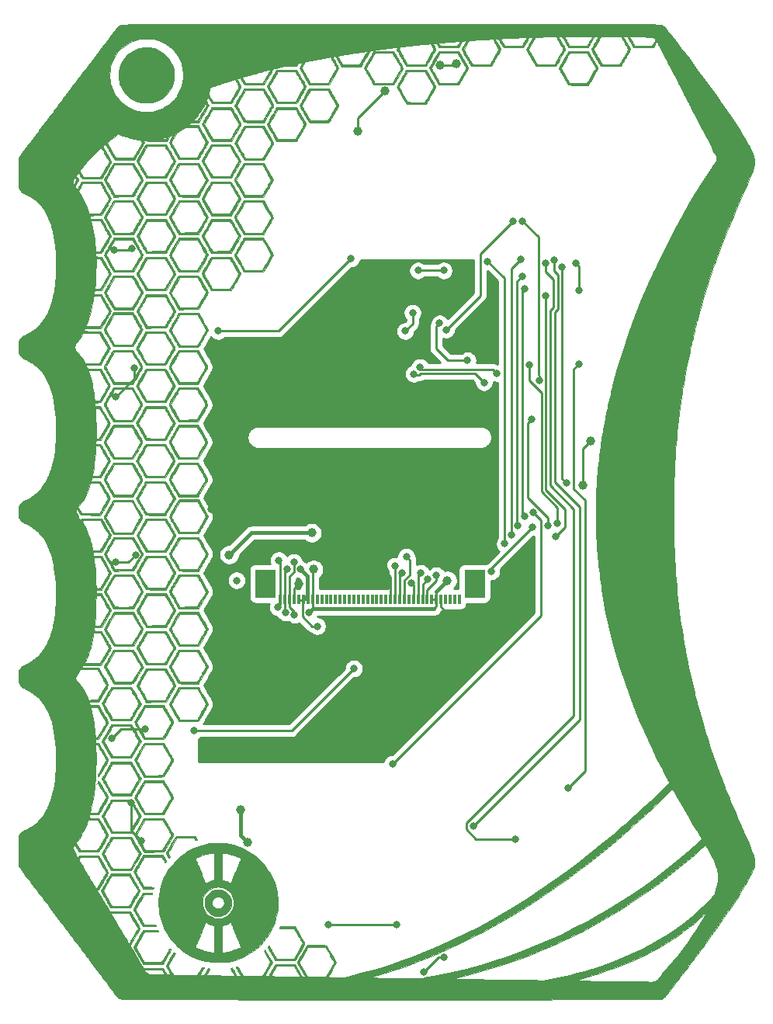
<source format=gbr>
%TF.GenerationSoftware,KiCad,Pcbnew,(5.1.6-0-10_14)*%
%TF.CreationDate,2021-01-05T22:04:12+01:00*%
%TF.ProjectId,ecsc21-badge,65637363-3231-42d6-9261-6467652e6b69,rev?*%
%TF.SameCoordinates,PX5c07920PY8b3c880*%
%TF.FileFunction,Copper,L1,Top*%
%TF.FilePolarity,Positive*%
%FSLAX46Y46*%
G04 Gerber Fmt 4.6, Leading zero omitted, Abs format (unit mm)*
G04 Created by KiCad (PCBNEW (5.1.6-0-10_14)) date 2021-01-05 22:04:12*
%MOMM*%
%LPD*%
G01*
G04 APERTURE LIST*
%TA.AperFunction,EtchedComponent*%
%ADD10C,0.010000*%
%TD*%
%TA.AperFunction,SMDPad,CuDef*%
%ADD11R,0.300000X1.100000*%
%TD*%
%TA.AperFunction,SMDPad,CuDef*%
%ADD12R,2.300000X3.100000*%
%TD*%
%TA.AperFunction,ViaPad*%
%ADD13C,5.400000*%
%TD*%
%TA.AperFunction,ViaPad*%
%ADD14C,0.800000*%
%TD*%
%TA.AperFunction,ViaPad*%
%ADD15C,1.000000*%
%TD*%
%TA.AperFunction,Conductor*%
%ADD16C,0.250000*%
%TD*%
%TA.AperFunction,Conductor*%
%ADD17C,0.400000*%
%TD*%
%TA.AperFunction,Conductor*%
%ADD18C,0.254000*%
%TD*%
G04 APERTURE END LIST*
D10*
%TO.C,G\u002A\u002A\u002A*%
G36*
X63213268Y99653200D02*
G01*
X64484120Y99653185D01*
X65714564Y99653162D01*
X66905240Y99653129D01*
X68056791Y99653086D01*
X69169858Y99653032D01*
X70245084Y99652966D01*
X71283108Y99652887D01*
X72284574Y99652796D01*
X73250123Y99652691D01*
X74180396Y99652572D01*
X75076034Y99652437D01*
X75937681Y99652287D01*
X76765976Y99652120D01*
X77561562Y99651936D01*
X78325081Y99651733D01*
X79057173Y99651513D01*
X79758481Y99651273D01*
X80429646Y99651013D01*
X81071310Y99650732D01*
X81684114Y99650430D01*
X82268700Y99650106D01*
X82825709Y99649759D01*
X83355784Y99649389D01*
X83859565Y99648995D01*
X84337695Y99648575D01*
X84790815Y99648131D01*
X85219566Y99647660D01*
X85624590Y99647162D01*
X86006530Y99646636D01*
X86366025Y99646083D01*
X86703719Y99645500D01*
X87020252Y99644887D01*
X87316266Y99644244D01*
X87592403Y99643571D01*
X87849305Y99642865D01*
X88087612Y99642127D01*
X88307967Y99641356D01*
X88511011Y99640550D01*
X88697386Y99639711D01*
X88867734Y99638836D01*
X89022695Y99637925D01*
X89162912Y99636978D01*
X89289026Y99635993D01*
X89401679Y99634970D01*
X89501513Y99633909D01*
X89589168Y99632808D01*
X89665287Y99631667D01*
X89730512Y99630486D01*
X89785483Y99629263D01*
X89830842Y99627998D01*
X89867232Y99626690D01*
X89895293Y99625338D01*
X89915668Y99623942D01*
X89928997Y99622502D01*
X89934436Y99621477D01*
X90012027Y99599732D01*
X90081838Y99575496D01*
X90147036Y99545778D01*
X90210790Y99507583D01*
X90276268Y99457919D01*
X90346639Y99393793D01*
X90425071Y99312211D01*
X90514733Y99210181D01*
X90618792Y99084709D01*
X90740416Y98932801D01*
X90882776Y98751466D01*
X90959132Y98653442D01*
X91615958Y97805688D01*
X92252680Y96977386D01*
X92868812Y96169220D01*
X93463868Y95381874D01*
X94037361Y94616032D01*
X94588805Y93872380D01*
X95117713Y93151601D01*
X95623599Y92454380D01*
X96105976Y91781401D01*
X96564358Y91133349D01*
X96998259Y90510907D01*
X97407193Y89914761D01*
X97790672Y89345595D01*
X98148210Y88804093D01*
X98479322Y88290939D01*
X98783519Y87806819D01*
X99060317Y87352416D01*
X99309229Y86928414D01*
X99377252Y86809256D01*
X99468376Y86644616D01*
X99564600Y86463812D01*
X99662453Y86273935D01*
X99758461Y86082077D01*
X99849153Y85895331D01*
X99931056Y85720787D01*
X100000699Y85565538D01*
X100054609Y85436676D01*
X100073674Y85386833D01*
X100146127Y85172883D01*
X100195731Y84985139D01*
X100223516Y84814849D01*
X100230507Y84653259D01*
X100217731Y84491616D01*
X100194359Y84358227D01*
X100172380Y84259701D01*
X100147246Y84158742D01*
X100118032Y84053017D01*
X100083817Y83940192D01*
X100043677Y83817934D01*
X99996690Y83683911D01*
X99941933Y83535789D01*
X99878483Y83371234D01*
X99805417Y83187915D01*
X99721813Y82983498D01*
X99626747Y82755648D01*
X99519298Y82502035D01*
X99398542Y82220323D01*
X99263556Y81908181D01*
X99113418Y81563275D01*
X98947205Y81183271D01*
X98859883Y80984166D01*
X98587157Y80360830D01*
X98331358Y79771988D01*
X98091016Y79214005D01*
X97864660Y78683249D01*
X97650819Y78176087D01*
X97448023Y77688885D01*
X97254800Y77218010D01*
X97069681Y76759829D01*
X96891194Y76310708D01*
X96717869Y75867016D01*
X96548236Y75425117D01*
X96380823Y74981380D01*
X96214160Y74532170D01*
X96046776Y74073854D01*
X95916817Y73713416D01*
X95744100Y73224975D01*
X95567085Y72711256D01*
X95388017Y72179303D01*
X95209138Y71636159D01*
X95032692Y71088870D01*
X94860923Y70544478D01*
X94696073Y70010028D01*
X94540386Y69492564D01*
X94396106Y68999128D01*
X94265475Y68536767D01*
X94248335Y68474666D01*
X94213219Y68347307D01*
X94170826Y68193976D01*
X94125257Y68029477D01*
X94080610Y67868614D01*
X94054904Y67776166D01*
X94022846Y67658285D01*
X93982265Y67504759D01*
X93934542Y67321105D01*
X93881055Y67112838D01*
X93823183Y66885474D01*
X93762306Y66644526D01*
X93699803Y66395512D01*
X93637052Y66143946D01*
X93575434Y65895343D01*
X93516328Y65655220D01*
X93461112Y65429090D01*
X93411166Y65222470D01*
X93367870Y65040875D01*
X93332602Y64889820D01*
X93327087Y64865750D01*
X93261487Y64574542D01*
X93192538Y64261441D01*
X93121537Y63932759D01*
X93049782Y63594810D01*
X92978569Y63253905D01*
X92909197Y62916358D01*
X92842963Y62588482D01*
X92781164Y62276589D01*
X92725097Y61986992D01*
X92676061Y61726005D01*
X92635406Y61500250D01*
X92589860Y61238126D01*
X92542675Y60963421D01*
X92494852Y60682159D01*
X92447389Y60400362D01*
X92401288Y60124055D01*
X92357549Y59859260D01*
X92317170Y59612000D01*
X92281153Y59388300D01*
X92250497Y59194181D01*
X92226203Y59035668D01*
X92226003Y59034333D01*
X92142765Y58457622D01*
X92060948Y57850217D01*
X91981354Y57219711D01*
X91904789Y56573694D01*
X91832056Y55919758D01*
X91763959Y55265493D01*
X91701302Y54618490D01*
X91644888Y53986341D01*
X91595522Y53376636D01*
X91554007Y52796967D01*
X91536738Y52525583D01*
X91523396Y52305975D01*
X91511957Y52116914D01*
X91502145Y51952696D01*
X91493684Y51807623D01*
X91486298Y51675993D01*
X91479712Y51552104D01*
X91473649Y51430256D01*
X91467833Y51304749D01*
X91461988Y51169880D01*
X91455839Y51019949D01*
X91449110Y50849256D01*
X91441524Y50652098D01*
X91432805Y50422776D01*
X91425060Y50218416D01*
X91420949Y50084938D01*
X91417173Y49912440D01*
X91413731Y49704235D01*
X91410624Y49463635D01*
X91407852Y49193955D01*
X91405414Y48898505D01*
X91403311Y48580598D01*
X91401542Y48243548D01*
X91400109Y47890666D01*
X91399009Y47525266D01*
X91398245Y47150660D01*
X91397815Y46770160D01*
X91397721Y46387079D01*
X91397961Y46004729D01*
X91398535Y45626424D01*
X91399445Y45255476D01*
X91400689Y44895197D01*
X91402268Y44548900D01*
X91404182Y44219898D01*
X91406431Y43911503D01*
X91409015Y43627028D01*
X91411934Y43369785D01*
X91415187Y43143087D01*
X91418776Y42950246D01*
X91422699Y42794576D01*
X91425022Y42725416D01*
X91434915Y42464619D01*
X91443438Y42241620D01*
X91450786Y42051910D01*
X91457155Y41890983D01*
X91462742Y41754332D01*
X91467742Y41637449D01*
X91472352Y41535828D01*
X91476766Y41444961D01*
X91481181Y41360342D01*
X91485794Y41277462D01*
X91490799Y41191815D01*
X91494030Y41137916D01*
X91502889Y40991144D01*
X91513205Y40820297D01*
X91523878Y40643556D01*
X91533812Y40479103D01*
X91536849Y40428833D01*
X91578964Y39795842D01*
X91630479Y39131026D01*
X91690562Y38441764D01*
X91758382Y37735435D01*
X91833107Y37019417D01*
X91913907Y36301090D01*
X91999949Y35587832D01*
X92090402Y34887021D01*
X92184435Y34206038D01*
X92281216Y33552259D01*
X92379914Y32933066D01*
X92384728Y32904083D01*
X92510687Y32162273D01*
X92636135Y31454762D01*
X92762723Y30773567D01*
X92892101Y30110710D01*
X93025917Y29458210D01*
X93165821Y28808086D01*
X93313463Y28152359D01*
X93470492Y27483047D01*
X93638558Y26792171D01*
X93695082Y26564666D01*
X93767804Y26274455D01*
X93833392Y26015430D01*
X93894485Y25777585D01*
X93953726Y25550919D01*
X94013757Y25325427D01*
X94077218Y25091105D01*
X94146751Y24837951D01*
X94224998Y24555959D01*
X94234437Y24522083D01*
X94495929Y23609054D01*
X94778069Y22671099D01*
X95077570Y21718210D01*
X95391145Y20760377D01*
X95715508Y19807593D01*
X96047370Y18869848D01*
X96383446Y17957134D01*
X96466171Y17738166D01*
X96603836Y17377519D01*
X96740302Y17023961D01*
X96876885Y16674331D01*
X97014903Y16325465D01*
X97155675Y15974200D01*
X97300518Y15617374D01*
X97450750Y15251824D01*
X97607690Y14874387D01*
X97772655Y14481900D01*
X97946964Y14071201D01*
X98131934Y13639126D01*
X98328883Y13182513D01*
X98539129Y12698200D01*
X98763991Y12183022D01*
X99004785Y11633818D01*
X99103470Y11409333D01*
X99272757Y11022725D01*
X99424662Y10671879D01*
X99560117Y10354389D01*
X99680052Y10067850D01*
X99785398Y9809854D01*
X99877086Y9577998D01*
X99956046Y9369874D01*
X100023209Y9183076D01*
X100079505Y9015200D01*
X100125867Y8863839D01*
X100163224Y8726588D01*
X100192507Y8601040D01*
X100195561Y8586461D01*
X100219192Y8442335D01*
X100228930Y8299286D01*
X100223671Y8153190D01*
X100202308Y7999922D01*
X100163736Y7835360D01*
X100106849Y7655378D01*
X100030542Y7455852D01*
X99933708Y7232659D01*
X99815242Y6981674D01*
X99706752Y6763250D01*
X99533183Y6430815D01*
X99334963Y6071871D01*
X99111823Y5686008D01*
X98863494Y5272817D01*
X98589705Y4831891D01*
X98290188Y4362820D01*
X97964674Y3865195D01*
X97612892Y3338609D01*
X97234574Y2782651D01*
X96829450Y2196915D01*
X96397252Y1580990D01*
X95937709Y934468D01*
X95450552Y256941D01*
X95103336Y-221750D01*
X94937912Y-448230D01*
X94758695Y-692079D01*
X94567244Y-951248D01*
X94365122Y-1223688D01*
X94153889Y-1507348D01*
X93935104Y-1800181D01*
X93710330Y-2100137D01*
X93481127Y-2405167D01*
X93249055Y-2713221D01*
X93015676Y-3022251D01*
X92782550Y-3330207D01*
X92551237Y-3635041D01*
X92323299Y-3934702D01*
X92100296Y-4227141D01*
X91883789Y-4510311D01*
X91675339Y-4782160D01*
X91476507Y-5040641D01*
X91288852Y-5283704D01*
X91113936Y-5509300D01*
X90953320Y-5715379D01*
X90808565Y-5899893D01*
X90681230Y-6060791D01*
X90572877Y-6196026D01*
X90485067Y-6303548D01*
X90419360Y-6381308D01*
X90377317Y-6427256D01*
X90376074Y-6428476D01*
X90281941Y-6503625D01*
X90161614Y-6575879D01*
X90030918Y-6637174D01*
X89905677Y-6679447D01*
X89866403Y-6688192D01*
X89839163Y-6689304D01*
X89769627Y-6690384D01*
X89657832Y-6691432D01*
X89503817Y-6692448D01*
X89307620Y-6693432D01*
X89069276Y-6694384D01*
X88788825Y-6695305D01*
X88466303Y-6696193D01*
X88101749Y-6697050D01*
X87695199Y-6697875D01*
X87246691Y-6698667D01*
X86756264Y-6699428D01*
X86223954Y-6700156D01*
X85649798Y-6700853D01*
X85033836Y-6701517D01*
X84376103Y-6702149D01*
X83676639Y-6702750D01*
X82935479Y-6703317D01*
X82152663Y-6703853D01*
X81328226Y-6704357D01*
X80462208Y-6704828D01*
X79554645Y-6705267D01*
X78605576Y-6705674D01*
X77615037Y-6706048D01*
X76583066Y-6706390D01*
X75509701Y-6706700D01*
X74394979Y-6706977D01*
X73238938Y-6707222D01*
X72041616Y-6707434D01*
X70803049Y-6707614D01*
X69523277Y-6707761D01*
X68202335Y-6707876D01*
X66840262Y-6707958D01*
X65437095Y-6708008D01*
X63992873Y-6708025D01*
X62507631Y-6708009D01*
X60981409Y-6707961D01*
X60518819Y-6707940D01*
X59162634Y-6707872D01*
X57848146Y-6707797D01*
X56574721Y-6707716D01*
X55341721Y-6707627D01*
X54148513Y-6707529D01*
X52994460Y-6707423D01*
X51878926Y-6707306D01*
X50801277Y-6707180D01*
X49760875Y-6707042D01*
X48757087Y-6706893D01*
X47789275Y-6706731D01*
X46856805Y-6706555D01*
X45959041Y-6706366D01*
X45095347Y-6706163D01*
X44265088Y-6705944D01*
X43467627Y-6705709D01*
X42702330Y-6705457D01*
X41968561Y-6705188D01*
X41265684Y-6704901D01*
X40593063Y-6704595D01*
X39950063Y-6704269D01*
X39336049Y-6703924D01*
X38750383Y-6703557D01*
X38192432Y-6703169D01*
X37661560Y-6702759D01*
X37157130Y-6702326D01*
X36678507Y-6701868D01*
X36225055Y-6701387D01*
X35796140Y-6700881D01*
X35391125Y-6700348D01*
X35009374Y-6699789D01*
X34650252Y-6699203D01*
X34313124Y-6698590D01*
X33997353Y-6697947D01*
X33702305Y-6697275D01*
X33427343Y-6696574D01*
X33171831Y-6695841D01*
X32935136Y-6695078D01*
X32716619Y-6694282D01*
X32515647Y-6693453D01*
X32331583Y-6692591D01*
X32163792Y-6691695D01*
X32011638Y-6690764D01*
X31874485Y-6689797D01*
X31751698Y-6688794D01*
X31642642Y-6687754D01*
X31546680Y-6686676D01*
X31463177Y-6685560D01*
X31391498Y-6684405D01*
X31331006Y-6683210D01*
X31281066Y-6681975D01*
X31241043Y-6680698D01*
X31210301Y-6679380D01*
X31188204Y-6678019D01*
X31174117Y-6676615D01*
X31168834Y-6675647D01*
X30973007Y-6604736D01*
X30803274Y-6503708D01*
X30724272Y-6437675D01*
X30690215Y-6400734D01*
X30633889Y-6333707D01*
X30558328Y-6240447D01*
X30466569Y-6124807D01*
X30361646Y-5990639D01*
X30246595Y-5841795D01*
X30124450Y-5682128D01*
X30010360Y-5531556D01*
X29756245Y-5194727D01*
X29481862Y-4831194D01*
X29333644Y-4634890D01*
X80544079Y-4634890D01*
X80567355Y-4637451D01*
X80629876Y-4640447D01*
X80728557Y-4643811D01*
X80860315Y-4647476D01*
X81022064Y-4651375D01*
X81210719Y-4655441D01*
X81423195Y-4659607D01*
X81656408Y-4663805D01*
X81907273Y-4667967D01*
X82172704Y-4672028D01*
X82392167Y-4675141D01*
X82850593Y-4681420D01*
X83269342Y-4687162D01*
X83651069Y-4692405D01*
X83998426Y-4697187D01*
X84314066Y-4701545D01*
X84600643Y-4705519D01*
X84860810Y-4709144D01*
X85097220Y-4712460D01*
X85312526Y-4715505D01*
X85509382Y-4718316D01*
X85690441Y-4720931D01*
X85858355Y-4723388D01*
X86015779Y-4725725D01*
X86165365Y-4727980D01*
X86309766Y-4730191D01*
X86451637Y-4732395D01*
X86593629Y-4734631D01*
X86738397Y-4736937D01*
X86888593Y-4739350D01*
X86911250Y-4739716D01*
X87140737Y-4743237D01*
X87384617Y-4746652D01*
X87633696Y-4749855D01*
X87878780Y-4752739D01*
X88110675Y-4755195D01*
X88320186Y-4757117D01*
X88498118Y-4758398D01*
X88524414Y-4758543D01*
X88710282Y-4759382D01*
X88859061Y-4759554D01*
X88975995Y-4758779D01*
X89066327Y-4756777D01*
X89135299Y-4753266D01*
X89188156Y-4747967D01*
X89230140Y-4740598D01*
X89266494Y-4730879D01*
X89302462Y-4718531D01*
X89307581Y-4716644D01*
X89353226Y-4697080D01*
X89400180Y-4670500D01*
X89451408Y-4634003D01*
X89509874Y-4584689D01*
X89578544Y-4519659D01*
X89660382Y-4436010D01*
X89758353Y-4330844D01*
X89875420Y-4201260D01*
X90014550Y-4044356D01*
X90135234Y-3906919D01*
X90735400Y-3209710D01*
X91312042Y-2516034D01*
X91863460Y-1828174D01*
X92387952Y-1148413D01*
X92883818Y-479035D01*
X93349357Y177679D01*
X93782868Y819446D01*
X94182650Y1443982D01*
X94450218Y1884333D01*
X94536414Y2031040D01*
X94621015Y2177660D01*
X94701477Y2319542D01*
X94775260Y2452032D01*
X94839822Y2570479D01*
X94892622Y2670228D01*
X94931117Y2746629D01*
X94952768Y2795026D01*
X94956158Y2810564D01*
X94937881Y2800594D01*
X94894866Y2765612D01*
X94832507Y2710342D01*
X94756198Y2639506D01*
X94705762Y2591306D01*
X94209022Y2130516D01*
X93673602Y1669479D01*
X93103069Y1210637D01*
X92500989Y756436D01*
X91870930Y309320D01*
X91216458Y-128268D01*
X90541142Y-553883D01*
X89848548Y-965080D01*
X89142242Y-1359417D01*
X88425793Y-1734448D01*
X88300778Y-1797342D01*
X87558713Y-2155302D01*
X86781505Y-2505205D01*
X85975978Y-2844550D01*
X85148956Y-3170835D01*
X84307262Y-3481560D01*
X83457722Y-3774222D01*
X82607158Y-4046322D01*
X81762396Y-4295357D01*
X80930258Y-4518827D01*
X80755746Y-4562773D01*
X80666261Y-4586647D01*
X80596319Y-4608421D01*
X80553401Y-4625546D01*
X80544079Y-4634890D01*
X29333644Y-4634890D01*
X29192615Y-4448109D01*
X67256734Y-4448109D01*
X67259764Y-4451313D01*
X67281495Y-4452306D01*
X67343490Y-4453856D01*
X67443686Y-4455930D01*
X67580018Y-4458496D01*
X67750423Y-4461520D01*
X67952835Y-4464969D01*
X68185190Y-4468811D01*
X68445424Y-4473012D01*
X68731473Y-4477540D01*
X69041273Y-4482361D01*
X69372758Y-4487443D01*
X69723866Y-4492752D01*
X70092530Y-4498255D01*
X70476688Y-4503921D01*
X70874275Y-4509714D01*
X71279667Y-4515552D01*
X71703359Y-4521618D01*
X72124203Y-4527643D01*
X72539496Y-4533589D01*
X72946534Y-4539417D01*
X73342612Y-4545088D01*
X73725027Y-4550564D01*
X74091075Y-4555805D01*
X74438051Y-4560773D01*
X74763252Y-4565430D01*
X75063973Y-4569736D01*
X75337512Y-4573653D01*
X75581163Y-4577142D01*
X75792223Y-4580165D01*
X75967987Y-4582682D01*
X76105753Y-4584655D01*
X76169167Y-4585564D01*
X76357616Y-4588368D01*
X76532477Y-4591169D01*
X76689312Y-4593882D01*
X76823689Y-4596421D01*
X76931170Y-4598699D01*
X77007321Y-4600632D01*
X77047707Y-4602133D01*
X77053087Y-4602675D01*
X77082413Y-4606546D01*
X77147103Y-4602874D01*
X77241007Y-4592400D01*
X77357972Y-4575866D01*
X77491849Y-4554015D01*
X77566173Y-4540785D01*
X78365802Y-4385380D01*
X79185346Y-4208664D01*
X80015574Y-4013053D01*
X80847257Y-3800965D01*
X81671163Y-3574817D01*
X82478060Y-3337027D01*
X83258719Y-3090013D01*
X83792218Y-2910282D01*
X84841271Y-2529778D01*
X85861747Y-2124406D01*
X86852742Y-1694662D01*
X87813350Y-1241042D01*
X88742666Y-764042D01*
X89639787Y-264158D01*
X90503806Y258116D01*
X91333819Y802283D01*
X92128922Y1367849D01*
X92888210Y1954316D01*
X93314167Y2305825D01*
X93606930Y2558991D01*
X93911267Y2832464D01*
X94220226Y3119515D01*
X94526857Y3413416D01*
X94824209Y3707437D01*
X95105330Y3994850D01*
X95363269Y4268927D01*
X95513586Y4434916D01*
X95622168Y4557550D01*
X95706092Y4654339D01*
X95769275Y4730674D01*
X95815633Y4791947D01*
X95849080Y4843549D01*
X95873534Y4890871D01*
X95892909Y4939304D01*
X95904273Y4972823D01*
X95989526Y5260847D01*
X96063652Y5562996D01*
X96124897Y5869243D01*
X96171506Y6169561D01*
X96201724Y6453925D01*
X96213795Y6712307D01*
X96213941Y6741953D01*
X96209275Y6946532D01*
X96194251Y7139346D01*
X96167162Y7326278D01*
X96126302Y7513208D01*
X96069965Y7706018D01*
X95996445Y7910589D01*
X95904036Y8132803D01*
X95791032Y8378541D01*
X95664413Y8636422D01*
X95589058Y8784305D01*
X95506631Y8942459D01*
X95419501Y9106656D01*
X95330034Y9272669D01*
X95240597Y9436270D01*
X95153559Y9593233D01*
X95071285Y9739330D01*
X94996143Y9870333D01*
X94930501Y9982016D01*
X94876725Y10070150D01*
X94837182Y10130509D01*
X94814241Y10158865D01*
X94810974Y10160500D01*
X94790633Y10146816D01*
X94744064Y10108559D01*
X94676099Y10049919D01*
X94591570Y9975088D01*
X94495309Y9888256D01*
X94460943Y9856906D01*
X94110340Y9540081D01*
X93731279Y9204738D01*
X93330209Y8856305D01*
X92913583Y8500209D01*
X92487852Y8141878D01*
X92059466Y7786741D01*
X91634876Y7440226D01*
X91220534Y7107759D01*
X90822890Y6794770D01*
X90805917Y6781561D01*
X89516330Y5804714D01*
X88207946Y4865743D01*
X86880822Y3964685D01*
X85535017Y3101573D01*
X84170590Y2276443D01*
X82787598Y1489331D01*
X81386100Y740271D01*
X79966155Y29299D01*
X78527821Y-643551D01*
X78349334Y-723813D01*
X76943872Y-1331015D01*
X75518908Y-1903120D01*
X74077811Y-2438988D01*
X72623952Y-2937478D01*
X71160699Y-3397451D01*
X69691425Y-3817766D01*
X68219497Y-4197282D01*
X67758205Y-4307640D01*
X67596279Y-4345897D01*
X67471452Y-4376071D01*
X67379522Y-4399376D01*
X67316287Y-4417020D01*
X67277546Y-4430217D01*
X67259095Y-4440176D01*
X67256734Y-4448109D01*
X29192615Y-4448109D01*
X29192519Y-4447982D01*
X29081801Y-4301391D01*
X58250054Y-4301391D01*
X58265171Y-4307280D01*
X58322467Y-4313016D01*
X58421959Y-4318599D01*
X58563665Y-4324030D01*
X58747604Y-4329309D01*
X58973793Y-4334436D01*
X59242250Y-4339413D01*
X59552992Y-4344239D01*
X59906038Y-4348915D01*
X60156584Y-4351856D01*
X60416205Y-4354866D01*
X60691542Y-4358237D01*
X60974458Y-4361857D01*
X61256816Y-4365615D01*
X61530478Y-4369402D01*
X61787306Y-4373105D01*
X62019164Y-4376615D01*
X62217914Y-4379821D01*
X62241500Y-4380220D01*
X62520582Y-4385020D01*
X62761055Y-4389153D01*
X62966640Y-4392519D01*
X63141058Y-4395015D01*
X63288031Y-4396541D01*
X63411278Y-4396996D01*
X63514521Y-4396279D01*
X63601481Y-4394289D01*
X63675878Y-4390925D01*
X63741434Y-4386085D01*
X63801869Y-4379669D01*
X63860905Y-4371576D01*
X63922262Y-4361704D01*
X63989661Y-4349953D01*
X64066823Y-4336222D01*
X64104167Y-4329642D01*
X65672395Y-4033990D01*
X67225165Y-3698935D01*
X68762460Y-3324484D01*
X70284265Y-2910641D01*
X71790564Y-2457413D01*
X73281341Y-1964804D01*
X74756580Y-1432821D01*
X76216266Y-861470D01*
X77660382Y-250755D01*
X79088913Y399318D01*
X80501843Y1088743D01*
X81899156Y1817514D01*
X82762584Y2291878D01*
X84124110Y3078143D01*
X85463430Y3899058D01*
X86781531Y4755321D01*
X88079405Y5647628D01*
X89358039Y6576676D01*
X90618424Y7543161D01*
X91861549Y8547780D01*
X92901417Y9428784D01*
X93137624Y9634069D01*
X93359761Y9828833D01*
X93566012Y10011405D01*
X93754562Y10180112D01*
X93923595Y10333283D01*
X94071296Y10469246D01*
X94195850Y10586329D01*
X94295442Y10682861D01*
X94368256Y10757168D01*
X94412478Y10807581D01*
X94426291Y10832426D01*
X94426127Y10833033D01*
X94417453Y10850323D01*
X94397026Y10887005D01*
X94363835Y10944788D01*
X94316871Y11025383D01*
X94255124Y11130502D01*
X94177586Y11261854D01*
X94083245Y11421151D01*
X93971093Y11610103D01*
X93840121Y11830420D01*
X93689317Y12083813D01*
X93536337Y12340666D01*
X93077738Y13114618D01*
X92642829Y13857217D01*
X92230078Y14571110D01*
X91837950Y15258943D01*
X91627720Y15632083D01*
X91544593Y15780198D01*
X91467532Y15917355D01*
X91399122Y16038965D01*
X91341947Y16140441D01*
X91298591Y16217194D01*
X91271639Y16264636D01*
X91264090Y16277666D01*
X91253132Y16280057D01*
X91229675Y16267755D01*
X91191371Y16238634D01*
X91135875Y16190568D01*
X91060838Y16121432D01*
X90963913Y16029100D01*
X90842754Y15911446D01*
X90695013Y15766343D01*
X90644349Y15716345D01*
X89487101Y14592587D01*
X88305823Y13483337D01*
X87104179Y12391670D01*
X85885829Y11320660D01*
X84654438Y10273382D01*
X83413669Y9252910D01*
X82167183Y8262318D01*
X80918643Y7304680D01*
X79671713Y6383070D01*
X78688000Y5680960D01*
X77328478Y4746531D01*
X75961882Y3847924D01*
X74589143Y2985599D01*
X73211190Y2160012D01*
X71828952Y1371622D01*
X70443360Y620887D01*
X69055342Y-91734D01*
X67665828Y-765784D01*
X66275748Y-1400804D01*
X64886030Y-1996337D01*
X63497606Y-2551923D01*
X62111403Y-3067105D01*
X60728353Y-3541425D01*
X59349383Y-3974425D01*
X58732816Y-4154987D01*
X58598327Y-4193827D01*
X58477797Y-4229285D01*
X58377082Y-4259584D01*
X58302037Y-4282949D01*
X58258520Y-4297604D01*
X58250054Y-4301391D01*
X29081801Y-4301391D01*
X28893528Y-4052120D01*
X28590196Y-3650635D01*
X28430707Y-3439602D01*
X33645334Y-3439602D01*
X33655851Y-3461565D01*
X33683670Y-3509539D01*
X33723191Y-3573935D01*
X33731151Y-3586587D01*
X33826767Y-3718192D01*
X33930302Y-3817770D01*
X34052909Y-3895502D01*
X34088868Y-3913193D01*
X34122369Y-3928518D01*
X34153807Y-3940784D01*
X34188309Y-3950427D01*
X34231004Y-3957882D01*
X34287021Y-3963586D01*
X34361488Y-3967973D01*
X34459533Y-3971479D01*
X34586287Y-3974540D01*
X34746876Y-3977592D01*
X34873000Y-3979797D01*
X35044506Y-3982828D01*
X35208995Y-3985846D01*
X35359886Y-3988723D01*
X35490600Y-3991330D01*
X35594555Y-3993537D01*
X35665170Y-3995216D01*
X35681376Y-3995672D01*
X35754803Y-3995171D01*
X35810116Y-3989671D01*
X35835000Y-3980587D01*
X35829778Y-3955255D01*
X35805783Y-3903517D01*
X35767445Y-3834373D01*
X35743842Y-3795379D01*
X35689462Y-3706886D01*
X35636093Y-3618212D01*
X35593167Y-3545073D01*
X35584035Y-3529042D01*
X35527382Y-3428500D01*
X34586358Y-3428500D01*
X34391349Y-3428742D01*
X34209998Y-3429432D01*
X34046554Y-3430522D01*
X33905267Y-3431961D01*
X33790388Y-3433699D01*
X33706167Y-3435685D01*
X33656854Y-3437870D01*
X33645334Y-3439602D01*
X28430707Y-3439602D01*
X28287834Y-3250555D01*
X27991750Y-2858905D01*
X27707255Y-2482715D01*
X27439658Y-2129011D01*
X27414260Y-2095450D01*
X27273904Y-1909910D01*
X27122757Y-1709981D01*
X26966819Y-1503603D01*
X26812086Y-1298719D01*
X26664557Y-1103271D01*
X26530229Y-925201D01*
X26415100Y-772449D01*
X26408844Y-764143D01*
X26291801Y-608872D01*
X26170499Y-448174D01*
X26050469Y-289363D01*
X25937244Y-139751D01*
X25836356Y-6653D01*
X25753337Y102619D01*
X25728337Y135440D01*
X25682184Y196128D01*
X25611699Y289024D01*
X25518072Y412557D01*
X25402488Y565158D01*
X25266135Y745256D01*
X25110201Y951283D01*
X24935874Y1181667D01*
X24744339Y1434838D01*
X24536786Y1709227D01*
X24314400Y2003264D01*
X24078370Y2315379D01*
X23837236Y2634277D01*
X30025834Y2634277D01*
X30036465Y2612684D01*
X30067303Y2557490D01*
X30116762Y2471388D01*
X30183258Y2357072D01*
X30265204Y2217235D01*
X30361017Y2054569D01*
X30469110Y1871768D01*
X30587898Y1671524D01*
X30715797Y1456531D01*
X30851221Y1229482D01*
X30948554Y1066643D01*
X31089026Y831741D01*
X31223728Y606312D01*
X31351005Y393135D01*
X31469202Y194987D01*
X31576666Y14649D01*
X31671743Y-145102D01*
X31752778Y-281487D01*
X31818117Y-391728D01*
X31866107Y-473045D01*
X31895093Y-522660D01*
X31903015Y-536701D01*
X31926281Y-576800D01*
X31944220Y-583072D01*
X31970261Y-559644D01*
X31971924Y-557867D01*
X31992882Y-528747D01*
X32031511Y-468639D01*
X32084323Y-383225D01*
X32147834Y-278186D01*
X32218557Y-159201D01*
X32262602Y-84167D01*
X32350904Y67546D01*
X32447382Y234274D01*
X32544827Y403496D01*
X32636031Y562691D01*
X32713785Y699336D01*
X32721399Y712792D01*
X32926685Y1075835D01*
X32573366Y1686459D01*
X32481667Y1844876D01*
X32390439Y2002366D01*
X32303497Y2152351D01*
X32224657Y2288254D01*
X32157734Y2403494D01*
X32106543Y2491494D01*
X32090311Y2519333D01*
X31960577Y2741583D01*
X31036570Y2747097D01*
X30112562Y2752610D01*
X30069198Y2706064D01*
X30037976Y2664783D01*
X30025834Y2634277D01*
X23837236Y2634277D01*
X23829883Y2644001D01*
X23570126Y2987561D01*
X23300287Y3344488D01*
X23021553Y3713213D01*
X22735111Y4092166D01*
X22442149Y4479776D01*
X22143855Y4874474D01*
X21841414Y5274690D01*
X21633619Y5549681D01*
X21480634Y5752139D01*
X21322752Y5961067D01*
X21164064Y6171050D01*
X21008665Y6376675D01*
X20860645Y6572525D01*
X20724098Y6753185D01*
X20603115Y6913242D01*
X20501790Y7047280D01*
X20465078Y7095840D01*
X20335654Y7267934D01*
X20229848Y7411058D01*
X20144987Y7529418D01*
X20078398Y7627224D01*
X20027407Y7708684D01*
X19989341Y7778006D01*
X19961527Y7839398D01*
X19941290Y7897069D01*
X19930073Y7938000D01*
X19925010Y7975322D01*
X19920759Y8044041D01*
X19917304Y8145508D01*
X19914632Y8281077D01*
X19912727Y8452100D01*
X19912364Y8517673D01*
X26499580Y8517673D01*
X26511971Y8495284D01*
X26544152Y8439903D01*
X26594144Y8354844D01*
X26659968Y8243422D01*
X26739645Y8108952D01*
X26831195Y7954749D01*
X26932640Y7784128D01*
X27042001Y7600404D01*
X27157299Y7406891D01*
X27276555Y7206905D01*
X27397790Y7003760D01*
X27519024Y6800772D01*
X27638280Y6601254D01*
X27753578Y6408523D01*
X27862939Y6225892D01*
X27964384Y6056678D01*
X28055934Y5904194D01*
X28135610Y5771756D01*
X28201434Y5662678D01*
X28251425Y5580276D01*
X28283606Y5527864D01*
X28295666Y5509125D01*
X28327931Y5493341D01*
X28385546Y5483877D01*
X28416262Y5482666D01*
X28516006Y5482666D01*
X28845291Y6059458D01*
X28935422Y6217036D01*
X29026898Y6376419D01*
X29115412Y6530143D01*
X29196658Y6670746D01*
X29266330Y6790764D01*
X29320123Y6882733D01*
X29327476Y6895208D01*
X29480377Y7154165D01*
X29318877Y7434958D01*
X29264131Y7529961D01*
X29192888Y7653320D01*
X29109918Y7796788D01*
X29019994Y7952119D01*
X28927888Y8111065D01*
X28844104Y8255500D01*
X28530831Y8795250D01*
X26618827Y8806264D01*
X26553495Y8676843D01*
X26522078Y8607391D01*
X26502715Y8550127D01*
X26499580Y8517673D01*
X19912364Y8517673D01*
X19911575Y8659928D01*
X19911161Y8905915D01*
X19911470Y9191413D01*
X19912488Y9517774D01*
X19912603Y9546666D01*
X19913769Y9833943D01*
X25863110Y9833943D01*
X25866064Y9797105D01*
X25878891Y9753557D01*
X25904457Y9695496D01*
X25945629Y9615121D01*
X25995476Y9522622D01*
X26064727Y9389344D01*
X26112328Y9284230D01*
X26137164Y9209872D01*
X26140665Y9186010D01*
X26150434Y9143617D01*
X26174463Y9081156D01*
X26208146Y9007394D01*
X26246878Y8931099D01*
X26286053Y8861038D01*
X26321065Y8805978D01*
X26347308Y8774688D01*
X26358236Y8771847D01*
X26375063Y8795213D01*
X26406211Y8843297D01*
X26435960Y8891112D01*
X26501584Y8998277D01*
X27578931Y8997694D01*
X27788233Y8997472D01*
X27984334Y8997056D01*
X28163236Y8996467D01*
X28320938Y8995729D01*
X28453442Y8994866D01*
X28556748Y8993899D01*
X28626858Y8992853D01*
X28659771Y8991751D01*
X28661782Y8991430D01*
X28678892Y8966327D01*
X28713786Y8909189D01*
X28763987Y8824389D01*
X28827016Y8716301D01*
X28900395Y8589297D01*
X28981647Y8447752D01*
X29068293Y8296039D01*
X29157856Y8138531D01*
X29247856Y7979601D01*
X29335817Y7823622D01*
X29419260Y7674969D01*
X29495707Y7538014D01*
X29562680Y7417130D01*
X29617701Y7316692D01*
X29658292Y7241072D01*
X29681975Y7194643D01*
X29687167Y7181795D01*
X29679229Y7124473D01*
X29653804Y7051325D01*
X29608474Y6956852D01*
X29540821Y6835555D01*
X29517648Y6796203D01*
X29473204Y6720198D01*
X29412751Y6615072D01*
X29340787Y6488739D01*
X29261809Y6349116D01*
X29180315Y6204116D01*
X29126090Y6107083D01*
X29046791Y5965733D01*
X28968062Y5827061D01*
X28894106Y5698345D01*
X28829124Y5586863D01*
X28777316Y5499891D01*
X28750325Y5456208D01*
X28700612Y5379157D01*
X28665420Y5331042D01*
X28636592Y5305050D01*
X28605974Y5294368D01*
X28565410Y5292183D01*
X28553961Y5292166D01*
X28495584Y5288714D01*
X28457705Y5280034D01*
X28451848Y5275742D01*
X28456689Y5250498D01*
X28479337Y5200824D01*
X28511402Y5143450D01*
X28534828Y5104374D01*
X28577798Y5032550D01*
X28638161Y4931582D01*
X28713763Y4805072D01*
X28802453Y4656623D01*
X28902077Y4489838D01*
X29010484Y4308321D01*
X29125521Y4115673D01*
X29231899Y3937500D01*
X29348746Y3741853D01*
X29459117Y3557191D01*
X29561108Y3386688D01*
X29652816Y3233522D01*
X29732337Y3100867D01*
X29797768Y2991900D01*
X29847204Y2909796D01*
X29878743Y2857730D01*
X29890465Y2838893D01*
X29907098Y2847716D01*
X29937610Y2880527D01*
X29942407Y2886518D01*
X29986573Y2942666D01*
X32076966Y2942666D01*
X32138617Y2852708D01*
X32172702Y2799717D01*
X32221166Y2720113D01*
X32277800Y2624276D01*
X32336397Y2522582D01*
X32341975Y2512756D01*
X32404310Y2404324D01*
X32469081Y2294239D01*
X32528605Y2195416D01*
X32574938Y2121173D01*
X32629122Y2033449D01*
X32682956Y1940352D01*
X32724202Y1863166D01*
X32754720Y1805344D01*
X32801872Y1720177D01*
X32860577Y1616658D01*
X32925751Y1503779D01*
X32970356Y1427646D01*
X33031744Y1321753D01*
X33084744Y1226937D01*
X33125830Y1149787D01*
X33151472Y1096893D01*
X33158500Y1076241D01*
X33148226Y1050141D01*
X33119216Y992530D01*
X33074188Y908390D01*
X33015862Y802705D01*
X32946955Y680457D01*
X32870187Y546628D01*
X32859117Y527511D01*
X32693048Y241135D01*
X32547907Y-8958D01*
X32423470Y-223155D01*
X32319511Y-401843D01*
X32235806Y-545408D01*
X32172128Y-654237D01*
X32128254Y-728715D01*
X32103957Y-769231D01*
X32101450Y-773256D01*
X32097146Y-779593D01*
X32093744Y-786019D01*
X32092362Y-794479D01*
X32094115Y-806914D01*
X32100119Y-825269D01*
X32111489Y-851486D01*
X32129343Y-887509D01*
X32154796Y-935280D01*
X32188963Y-996742D01*
X32232960Y-1073839D01*
X32287905Y-1168514D01*
X32354911Y-1282709D01*
X32435096Y-1418368D01*
X32529575Y-1577434D01*
X32639464Y-1761851D01*
X32765878Y-1973560D01*
X32909935Y-2214506D01*
X33072750Y-2486631D01*
X33255438Y-2791878D01*
X33386261Y-3010459D01*
X33522444Y-3238000D01*
X35655734Y-3238000D01*
X35729197Y-3349125D01*
X35767264Y-3409907D01*
X35819093Y-3497058D01*
X35878333Y-3599694D01*
X35938630Y-3706936D01*
X35948524Y-3724834D01*
X36094390Y-3989417D01*
X36309195Y-3995449D01*
X36398719Y-3996258D01*
X36469965Y-3993657D01*
X36514053Y-3988167D01*
X36524000Y-3982856D01*
X36513199Y-3957265D01*
X36484637Y-3906592D01*
X36444075Y-3840951D01*
X36436158Y-3828657D01*
X36380281Y-3738960D01*
X36322525Y-3640819D01*
X36281123Y-3566084D01*
X36238154Y-3486581D01*
X36183916Y-3388614D01*
X36128459Y-3290289D01*
X36114965Y-3266699D01*
X36057928Y-3159076D01*
X36026567Y-3073701D01*
X36019888Y-2999943D01*
X36036897Y-2927174D01*
X36075679Y-2846417D01*
X36118902Y-2769475D01*
X36175199Y-2670331D01*
X36241646Y-2554032D01*
X36315325Y-2425625D01*
X36393313Y-2290158D01*
X36472690Y-2152678D01*
X36550534Y-2018233D01*
X36623924Y-1891868D01*
X36689940Y-1778633D01*
X36745661Y-1683574D01*
X36788164Y-1611739D01*
X36814530Y-1568174D01*
X36821740Y-1557285D01*
X36846070Y-1558339D01*
X36888344Y-1579009D01*
X36935246Y-1610369D01*
X36973456Y-1643489D01*
X36989659Y-1669444D01*
X36989667Y-1669855D01*
X36979417Y-1691528D01*
X36950255Y-1745563D01*
X36904565Y-1827733D01*
X36844729Y-1933814D01*
X36773130Y-2059580D01*
X36692151Y-2200804D01*
X36608667Y-2345500D01*
X36520889Y-2497895D01*
X36440245Y-2639247D01*
X36369125Y-2765263D01*
X36309920Y-2871649D01*
X36265020Y-2954111D01*
X36236817Y-3008356D01*
X36227667Y-3029796D01*
X36238046Y-3055913D01*
X36266741Y-3111527D01*
X36310090Y-3189955D01*
X36364427Y-3284513D01*
X36404940Y-3353199D01*
X36474234Y-3470129D01*
X36544598Y-3589939D01*
X36609301Y-3701101D01*
X36661614Y-3792084D01*
X36677472Y-3820084D01*
X36772731Y-3989417D01*
X36886490Y-4002499D01*
X36938292Y-4006111D01*
X37025429Y-4009527D01*
X37140902Y-4012587D01*
X37277713Y-4015135D01*
X37428864Y-4017012D01*
X37571750Y-4017998D01*
X37754613Y-4019172D01*
X37966366Y-4021197D01*
X38193579Y-4023900D01*
X38422820Y-4027112D01*
X38640660Y-4030662D01*
X38788834Y-4033451D01*
X39434417Y-4046489D01*
X39675829Y-3620296D01*
X39745248Y-3498543D01*
X39808314Y-3389448D01*
X39861885Y-3298326D01*
X39902820Y-3230489D01*
X39927975Y-3191249D01*
X39934035Y-3183723D01*
X39961433Y-3182477D01*
X40011213Y-3190117D01*
X40068143Y-3203068D01*
X40116990Y-3217761D01*
X40142524Y-3230623D01*
X40143500Y-3232841D01*
X40133352Y-3253654D01*
X40105036Y-3305354D01*
X40061744Y-3382279D01*
X40006669Y-3478768D01*
X39943001Y-3589158D01*
X39929215Y-3612927D01*
X39863757Y-3726930D01*
X39806103Y-3829733D01*
X39759531Y-3915291D01*
X39727321Y-3977561D01*
X39712752Y-4010496D01*
X39712257Y-4012836D01*
X39718739Y-4027418D01*
X39745628Y-4037172D01*
X39799571Y-4043195D01*
X39887213Y-4046584D01*
X39920668Y-4047244D01*
X40131753Y-4050846D01*
X40172969Y-3977798D01*
X40197660Y-3934763D01*
X40239111Y-3863301D01*
X40292626Y-3771476D01*
X40353509Y-3667353D01*
X40392398Y-3601005D01*
X40570612Y-3297260D01*
X40669264Y-3311943D01*
X40728798Y-3321923D01*
X40767694Y-3330552D01*
X40774960Y-3333454D01*
X40770415Y-3356035D01*
X40747557Y-3407743D01*
X40710144Y-3481582D01*
X40661935Y-3570556D01*
X40606687Y-3667667D01*
X40548160Y-3765921D01*
X40507866Y-3830667D01*
X40458145Y-3911866D01*
X40420036Y-3979847D01*
X40397594Y-4026964D01*
X40394090Y-4045167D01*
X40417081Y-4047797D01*
X40478274Y-4050807D01*
X40573564Y-4054133D01*
X40698850Y-4057708D01*
X40850025Y-4061466D01*
X41022986Y-4065343D01*
X41213630Y-4069271D01*
X41417853Y-4073187D01*
X41631550Y-4077023D01*
X41850617Y-4080715D01*
X42070951Y-4084197D01*
X42288448Y-4087402D01*
X42499003Y-4090266D01*
X42698513Y-4092723D01*
X42882875Y-4094706D01*
X43047983Y-4096152D01*
X43189734Y-4096992D01*
X43304024Y-4097163D01*
X43386749Y-4096599D01*
X43433806Y-4095233D01*
X43443272Y-4093951D01*
X43445068Y-4084637D01*
X43438857Y-4064304D01*
X43422547Y-4029059D01*
X43394048Y-3975009D01*
X43351266Y-3898261D01*
X43292111Y-3794920D01*
X43214492Y-3661095D01*
X43166536Y-3578848D01*
X43109582Y-3480320D01*
X43061092Y-3394598D01*
X43024743Y-3328329D01*
X43004215Y-3288165D01*
X43001000Y-3279579D01*
X43019496Y-3265847D01*
X43065133Y-3252028D01*
X43076587Y-3249698D01*
X43135307Y-3237186D01*
X43178121Y-3225502D01*
X43180989Y-3224460D01*
X43210254Y-3234218D01*
X43242615Y-3278785D01*
X43245256Y-3283910D01*
X43266789Y-3323421D01*
X43306159Y-3392476D01*
X43359438Y-3484313D01*
X43422698Y-3592166D01*
X43492008Y-3709272D01*
X43504415Y-3730125D01*
X43728123Y-4105834D01*
X43936061Y-4105834D01*
X44024061Y-4104837D01*
X44093614Y-4102152D01*
X44135679Y-4098238D01*
X44144000Y-4095291D01*
X44133475Y-4074320D01*
X44104728Y-4024634D01*
X44062005Y-3953401D01*
X44009549Y-3867786D01*
X44002974Y-3857166D01*
X43950127Y-3769936D01*
X43890612Y-3668532D01*
X43828289Y-3559903D01*
X43767017Y-3450995D01*
X43710654Y-3348757D01*
X43663061Y-3260135D01*
X43628096Y-3192078D01*
X43609618Y-3151534D01*
X43607890Y-3145895D01*
X43623949Y-3132132D01*
X43665718Y-3112416D01*
X43718191Y-3092375D01*
X43766359Y-3077632D01*
X43795213Y-3073812D01*
X43797370Y-3074878D01*
X43808877Y-3093795D01*
X43837479Y-3142686D01*
X43879246Y-3214786D01*
X43930247Y-3303325D01*
X43947432Y-3333250D01*
X44056426Y-3523002D01*
X44146403Y-3679162D01*
X44219270Y-3804938D01*
X44276936Y-3903538D01*
X44321305Y-3978170D01*
X44354287Y-4032043D01*
X44377787Y-4068366D01*
X44393713Y-4090347D01*
X44403825Y-4101078D01*
X44430862Y-4106023D01*
X44497647Y-4110747D01*
X44601596Y-4115180D01*
X44740124Y-4119251D01*
X44910647Y-4122891D01*
X45110579Y-4126031D01*
X45337337Y-4128600D01*
X45464683Y-4129685D01*
X46499616Y-4137584D01*
X46669270Y-3841250D01*
X46732982Y-3730409D01*
X46811775Y-3594021D01*
X46899296Y-3443046D01*
X46989188Y-3288443D01*
X47075097Y-3141170D01*
X47089545Y-3116461D01*
X47160768Y-2992823D01*
X47224123Y-2879246D01*
X47276576Y-2781467D01*
X47315093Y-2705222D01*
X47336640Y-2656247D01*
X47340167Y-2642634D01*
X47329736Y-2609665D01*
X47300911Y-2547793D01*
X47257389Y-2464224D01*
X47202870Y-2366164D01*
X47163545Y-2298506D01*
X47085522Y-2165444D01*
X46997905Y-2014276D01*
X46910596Y-1862180D01*
X46833496Y-1726334D01*
X46822275Y-1706374D01*
X46657625Y-1412997D01*
X46731180Y-1339443D01*
X46804734Y-1265889D01*
X46969362Y-1548153D01*
X47043455Y-1674828D01*
X47129426Y-1821237D01*
X47217487Y-1970747D01*
X47297854Y-2106720D01*
X47311162Y-2129172D01*
X47370501Y-2230079D01*
X47421392Y-2318233D01*
X47460222Y-2387247D01*
X47483380Y-2430733D01*
X47488334Y-2442504D01*
X47499244Y-2467591D01*
X47526581Y-2512934D01*
X47538745Y-2531266D01*
X47572869Y-2607591D01*
X47571641Y-2689161D01*
X47534461Y-2782688D01*
X47513040Y-2819176D01*
X47484702Y-2866074D01*
X47441858Y-2938988D01*
X47390836Y-3027082D01*
X47348830Y-3100417D01*
X47283520Y-3213980D01*
X47209364Y-3341289D01*
X47138219Y-3462046D01*
X47107754Y-3513167D01*
X47047397Y-3615171D01*
X46984855Y-3722944D01*
X46929643Y-3820004D01*
X46906087Y-3862417D01*
X46861426Y-3941960D01*
X46818831Y-4014534D01*
X46786719Y-4065840D01*
X46783886Y-4070011D01*
X46758393Y-4111751D01*
X46749905Y-4135793D01*
X46750483Y-4136932D01*
X46772846Y-4140243D01*
X46825933Y-4143731D01*
X46898138Y-4146997D01*
X46977854Y-4149641D01*
X47053475Y-4151265D01*
X47113396Y-4151469D01*
X47141761Y-4150387D01*
X47145328Y-4147274D01*
X47424834Y-4147274D01*
X47445414Y-4150465D01*
X47504817Y-4154059D01*
X47599535Y-4157965D01*
X47726060Y-4162088D01*
X47880884Y-4166334D01*
X48060500Y-4170611D01*
X48261399Y-4174824D01*
X48480074Y-4178881D01*
X48713016Y-4182688D01*
X48805959Y-4184070D01*
X49050962Y-4187624D01*
X49288829Y-4191093D01*
X49515277Y-4194416D01*
X49726025Y-4197527D01*
X49916794Y-4200364D01*
X50083301Y-4202862D01*
X50221267Y-4204958D01*
X50326410Y-4206589D01*
X50394450Y-4207689D01*
X50404042Y-4207855D01*
X50494083Y-4208620D01*
X50565873Y-4207677D01*
X50610566Y-4205237D01*
X50621000Y-4202669D01*
X50610896Y-4180397D01*
X50583193Y-4128528D01*
X50541807Y-4053925D01*
X50490653Y-3963449D01*
X50433648Y-3863962D01*
X50374706Y-3762327D01*
X50317744Y-3665406D01*
X50266677Y-3580061D01*
X50251720Y-3555500D01*
X50195598Y-3462058D01*
X50140071Y-3366578D01*
X50094243Y-3284815D01*
X50080502Y-3259167D01*
X50040510Y-3185665D01*
X50001587Y-3118592D01*
X49980126Y-3084542D01*
X49940784Y-3026334D01*
X48062990Y-3026334D01*
X47866537Y-3370292D01*
X47793389Y-3497976D01*
X47717044Y-3630579D01*
X47644066Y-3756743D01*
X47581020Y-3865109D01*
X47547458Y-3922350D01*
X47498707Y-4006478D01*
X47459141Y-4077411D01*
X47433105Y-4127177D01*
X47424834Y-4147274D01*
X47145328Y-4147274D01*
X47162894Y-4131948D01*
X47200236Y-4083374D01*
X47249453Y-4011544D01*
X47306211Y-3923339D01*
X47366176Y-3825638D01*
X47425014Y-3725321D01*
X47478391Y-3629267D01*
X47516532Y-3555500D01*
X47556989Y-3477741D01*
X47613008Y-3375924D01*
X47677874Y-3261987D01*
X47744870Y-3147870D01*
X47760639Y-3121584D01*
X47926499Y-2846417D01*
X49003874Y-2841302D01*
X50081250Y-2836188D01*
X50869844Y-4201084D01*
X51020589Y-4207302D01*
X51094286Y-4209309D01*
X51147992Y-4208802D01*
X51171112Y-4205908D01*
X51171334Y-4205480D01*
X51161156Y-4183467D01*
X51132581Y-4130061D01*
X51088551Y-4050430D01*
X51032004Y-3949744D01*
X50965880Y-3833174D01*
X50893118Y-3705887D01*
X50816660Y-3573054D01*
X50739443Y-3439845D01*
X50664408Y-3311429D01*
X50621167Y-3238000D01*
X50551874Y-3120367D01*
X50487612Y-3010585D01*
X50432400Y-2915575D01*
X50390258Y-2842257D01*
X50365206Y-2797553D01*
X50363473Y-2794316D01*
X50344741Y-2757365D01*
X50331266Y-2722889D01*
X50324530Y-2687276D01*
X50326011Y-2647068D01*
X50536334Y-2647068D01*
X50539554Y-2656168D01*
X50550107Y-2677409D01*
X50569335Y-2713131D01*
X50598577Y-2765675D01*
X50639174Y-2837381D01*
X50692465Y-2930591D01*
X50759792Y-3047645D01*
X50842495Y-3190883D01*
X50941913Y-3362646D01*
X51059387Y-3565275D01*
X51196258Y-3801110D01*
X51262584Y-3915334D01*
X51316846Y-4008512D01*
X51364739Y-4090278D01*
X51401587Y-4152683D01*
X51422715Y-4187778D01*
X51424436Y-4190500D01*
X51435217Y-4199036D01*
X51458169Y-4206170D01*
X51497225Y-4212119D01*
X51556319Y-4217099D01*
X51639383Y-4221328D01*
X51750350Y-4225020D01*
X51893154Y-4228393D01*
X52071729Y-4231664D01*
X52213004Y-4233900D01*
X52399980Y-4236758D01*
X52582765Y-4239591D01*
X52754764Y-4242296D01*
X52909380Y-4244766D01*
X53040017Y-4246897D01*
X53140078Y-4248583D01*
X53192750Y-4249524D01*
X53404417Y-4253498D01*
X53476576Y-4121457D01*
X53509058Y-4063818D01*
X53559016Y-3977428D01*
X53622053Y-3869784D01*
X53693773Y-3748380D01*
X53769779Y-3620712D01*
X53796141Y-3576667D01*
X53925101Y-3359790D01*
X54037597Y-3167023D01*
X54132648Y-3000164D01*
X54209272Y-2861012D01*
X54266490Y-2751366D01*
X54303319Y-2673025D01*
X54318778Y-2627786D01*
X54318587Y-2618901D01*
X54305944Y-2595538D01*
X54274282Y-2539418D01*
X54225814Y-2454402D01*
X54162758Y-2344353D01*
X54087329Y-2213134D01*
X54001744Y-2064609D01*
X53908219Y-1902639D01*
X53841965Y-1788084D01*
X53376471Y-983750D01*
X51473793Y-972740D01*
X51404257Y-1105245D01*
X51356754Y-1192798D01*
X51299479Y-1294166D01*
X51245713Y-1385917D01*
X51158422Y-1532393D01*
X51068085Y-1686087D01*
X50977246Y-1842478D01*
X50888448Y-1997045D01*
X50804233Y-2145268D01*
X50727143Y-2282625D01*
X50659723Y-2404596D01*
X50604515Y-2506660D01*
X50564061Y-2584296D01*
X50540906Y-2632984D01*
X50536334Y-2647068D01*
X50326011Y-2647068D01*
X50326017Y-2646912D01*
X50337212Y-2598185D01*
X50359598Y-2537482D01*
X50394659Y-2461189D01*
X50443880Y-2365693D01*
X50508743Y-2247381D01*
X50590732Y-2102640D01*
X50691332Y-1927857D01*
X50787622Y-1761535D01*
X50886615Y-1590741D01*
X50980583Y-1428705D01*
X51067067Y-1279658D01*
X51143609Y-1147834D01*
X51207751Y-1037463D01*
X51257036Y-952779D01*
X51289006Y-898014D01*
X51298716Y-881508D01*
X51340134Y-826510D01*
X51385204Y-787488D01*
X51398055Y-780967D01*
X51433239Y-775750D01*
X51505464Y-771416D01*
X51609450Y-767941D01*
X51739914Y-765302D01*
X51891575Y-763477D01*
X52059150Y-762441D01*
X52237359Y-762172D01*
X52420919Y-762647D01*
X52604549Y-763843D01*
X52782968Y-765735D01*
X52950892Y-768302D01*
X53103041Y-771520D01*
X53234132Y-775365D01*
X53338885Y-779816D01*
X53412017Y-784848D01*
X53446750Y-789947D01*
X53484298Y-803233D01*
X53514597Y-822198D01*
X53543454Y-853984D01*
X53576678Y-905731D01*
X53620075Y-984581D01*
X53647834Y-1037221D01*
X53699032Y-1132696D01*
X53748562Y-1221238D01*
X53790251Y-1292021D01*
X53814774Y-1329948D01*
X53833300Y-1357504D01*
X53860375Y-1400629D01*
X53897547Y-1461966D01*
X53946366Y-1544155D01*
X54008382Y-1649836D01*
X54085145Y-1781652D01*
X54178204Y-1942242D01*
X54289108Y-2134249D01*
X54419407Y-2360312D01*
X54423054Y-2366644D01*
X54484749Y-2480676D01*
X54521859Y-2566745D01*
X54536440Y-2629790D01*
X54536834Y-2639942D01*
X54532685Y-2666797D01*
X54519119Y-2706432D01*
X54494457Y-2762043D01*
X54457021Y-2836825D01*
X54405132Y-2933976D01*
X54337111Y-3056691D01*
X54251279Y-3208167D01*
X54145958Y-3391601D01*
X54102917Y-3466130D01*
X54009169Y-3628695D01*
X53922380Y-3780025D01*
X53844779Y-3916170D01*
X53778596Y-4033179D01*
X53726060Y-4127102D01*
X53689403Y-4193989D01*
X53670854Y-4229889D01*
X53669000Y-4234779D01*
X53679331Y-4240319D01*
X53711907Y-4245267D01*
X53769101Y-4249694D01*
X53853286Y-4253668D01*
X53966836Y-4257259D01*
X54112125Y-4260535D01*
X54291524Y-4263565D01*
X54507409Y-4266419D01*
X54762152Y-4269165D01*
X54894264Y-4270423D01*
X55410445Y-4275167D01*
X55825598Y-4178520D01*
X57253707Y-3824996D01*
X58682310Y-3429275D01*
X60111110Y-2991488D01*
X61539810Y-2511764D01*
X62968112Y-1990232D01*
X64395720Y-1427022D01*
X65822337Y-822263D01*
X67247666Y-176086D01*
X68671410Y511381D01*
X70093272Y1240008D01*
X71512955Y2009665D01*
X72930162Y2820222D01*
X74344595Y3671551D01*
X75534167Y4420525D01*
X76900215Y5318780D01*
X78266184Y6258457D01*
X79630871Y7238659D01*
X80993073Y8258491D01*
X82351588Y9317056D01*
X83705212Y10413458D01*
X84752250Y11290414D01*
X84936102Y11447397D01*
X85138241Y11621354D01*
X85354710Y11808795D01*
X85581555Y12006228D01*
X85814819Y12210160D01*
X86050547Y12417101D01*
X86284784Y12623558D01*
X86513573Y12826039D01*
X86732960Y13021054D01*
X86938988Y13205109D01*
X87127702Y13374714D01*
X87295147Y13526376D01*
X87437366Y13656604D01*
X87525084Y13738096D01*
X87582806Y13791940D01*
X87663745Y13867097D01*
X87759963Y13956216D01*
X87863524Y14051944D01*
X87948417Y14130271D01*
X88223551Y14385531D01*
X88519856Y14663411D01*
X88829108Y14956070D01*
X89143084Y15255663D01*
X89453559Y15554347D01*
X89752311Y15844279D01*
X90001390Y16088320D01*
X90142209Y16226842D01*
X90278115Y16360223D01*
X90405157Y16484609D01*
X90519388Y16596146D01*
X90616855Y16690978D01*
X90693611Y16765252D01*
X90745705Y16815113D01*
X90758292Y16826932D01*
X90815815Y16882960D01*
X90858672Y16929659D01*
X90879229Y16958571D01*
X90880000Y16961737D01*
X90870397Y16985078D01*
X90843162Y17041134D01*
X90800655Y17125305D01*
X90745235Y17232992D01*
X90679262Y17359595D01*
X90605096Y17500512D01*
X90558521Y17588375D01*
X90438806Y17815613D01*
X90304721Y18073629D01*
X90159456Y18356065D01*
X90006200Y18656564D01*
X89848142Y18968767D01*
X89688472Y19286315D01*
X89530378Y19602851D01*
X89377051Y19912017D01*
X89231679Y20207454D01*
X89097451Y20482804D01*
X88977558Y20731709D01*
X88901585Y20891647D01*
X88225914Y22365988D01*
X87591783Y23835129D01*
X86998861Y25300122D01*
X86446819Y26762018D01*
X85935326Y28221868D01*
X85464054Y29680722D01*
X85032671Y31139632D01*
X84640848Y32599650D01*
X84288255Y34061826D01*
X83974561Y35527211D01*
X83699439Y36996856D01*
X83536573Y37984083D01*
X83478282Y38372190D01*
X83419193Y38793497D01*
X83360408Y39238917D01*
X83303031Y39699359D01*
X83248165Y40165734D01*
X83196914Y40628953D01*
X83150381Y41079927D01*
X83112650Y41476583D01*
X83090104Y41733736D01*
X83067365Y42009492D01*
X83045000Y42295856D01*
X83023578Y42584831D01*
X83003666Y42868419D01*
X82985833Y43138624D01*
X82970646Y43387448D01*
X82958673Y43606896D01*
X82953307Y43720250D01*
X82947614Y43846921D01*
X82941401Y43980024D01*
X82935478Y44102493D01*
X82931251Y44185916D01*
X82928758Y44246194D01*
X82925559Y44343602D01*
X82921793Y44472949D01*
X82917593Y44629042D01*
X82913097Y44806686D01*
X82908441Y45000689D01*
X82903759Y45205857D01*
X82899807Y45387705D01*
X82895600Y45635453D01*
X82892874Y45906386D01*
X82891567Y46194414D01*
X82891617Y46493449D01*
X82892963Y46797401D01*
X82895545Y47100180D01*
X82899299Y47395699D01*
X82904165Y47677868D01*
X82910082Y47940597D01*
X82916988Y48177798D01*
X82924821Y48383382D01*
X82931344Y48514500D01*
X82936713Y48612945D01*
X82943102Y48735639D01*
X82949584Y48864542D01*
X82953661Y48948416D01*
X82974901Y49336742D01*
X83002922Y49758966D01*
X83036991Y50207327D01*
X83076374Y50674063D01*
X83120337Y51151412D01*
X83168145Y51631612D01*
X83219064Y52106902D01*
X83272362Y52569519D01*
X83327303Y53011701D01*
X83363973Y53287583D01*
X83375285Y53370760D01*
X83390074Y53480156D01*
X83406215Y53600031D01*
X83418253Y53689750D01*
X83453102Y53938477D01*
X83495279Y54220282D01*
X83543394Y54526816D01*
X83596059Y54849729D01*
X83651883Y55180674D01*
X83709479Y55511301D01*
X83767457Y55833262D01*
X83824427Y56138208D01*
X83833846Y56187416D01*
X83863242Y56340904D01*
X83893619Y56500393D01*
X83922727Y56654010D01*
X83948316Y56789877D01*
X83968135Y56896119D01*
X83968222Y56896589D01*
X84002107Y57072234D01*
X84045132Y57283181D01*
X84095989Y57523704D01*
X84153370Y57788082D01*
X84215967Y58070591D01*
X84282470Y58365509D01*
X84351572Y58667111D01*
X84421963Y58969676D01*
X84492336Y59267479D01*
X84561383Y59554799D01*
X84627793Y59825911D01*
X84690260Y60075093D01*
X84732428Y60239130D01*
X85159779Y61805520D01*
X85626901Y63375581D01*
X86132094Y64944477D01*
X86673660Y66507376D01*
X87249898Y68059442D01*
X87859110Y69595842D01*
X88499596Y71111742D01*
X88769740Y71723750D01*
X88864675Y71936035D01*
X88945693Y72116863D01*
X89016096Y72273450D01*
X89079188Y72413012D01*
X89138272Y72542765D01*
X89196652Y72669923D01*
X89257632Y72801702D01*
X89324514Y72945318D01*
X89400602Y73107987D01*
X89489200Y73296924D01*
X89520760Y73364166D01*
X90173438Y74721889D01*
X90852401Y76070737D01*
X91555189Y77406379D01*
X92279342Y78724485D01*
X93022401Y80020724D01*
X93781906Y81290767D01*
X94555398Y82530282D01*
X95340417Y83734939D01*
X95787349Y84397396D01*
X95885295Y84544973D01*
X95958766Y84666658D01*
X96010649Y84768859D01*
X96043834Y84857985D01*
X96061209Y84940444D01*
X96065715Y85014967D01*
X96065473Y85052687D01*
X96063873Y85087383D01*
X96059436Y85122377D01*
X96050686Y85160991D01*
X96036146Y85206548D01*
X96014336Y85262368D01*
X95983781Y85331775D01*
X95943003Y85418090D01*
X95890523Y85524636D01*
X95824865Y85654734D01*
X95744552Y85811707D01*
X95648105Y85998877D01*
X95534047Y86219566D01*
X95504951Y86275833D01*
X95238588Y86790932D01*
X94991101Y87269517D01*
X94761926Y87712676D01*
X94550499Y88121501D01*
X94356254Y88497083D01*
X94178629Y88840511D01*
X94017059Y89152876D01*
X93870979Y89435270D01*
X93739827Y89688782D01*
X93623036Y89914503D01*
X93520044Y90113523D01*
X93430285Y90286933D01*
X93353197Y90435823D01*
X93288214Y90561285D01*
X93234772Y90664408D01*
X93192308Y90746283D01*
X93160256Y90808001D01*
X93145039Y90837250D01*
X93106543Y90911346D01*
X93051206Y91018119D01*
X92981586Y91152620D01*
X92900243Y91309898D01*
X92809735Y91485006D01*
X92712622Y91672993D01*
X92611461Y91868909D01*
X92508813Y92067806D01*
X92499383Y92086083D01*
X92398626Y92281332D01*
X92300676Y92471062D01*
X92207844Y92650797D01*
X92122444Y92816063D01*
X92046789Y92962385D01*
X91983192Y93085289D01*
X91933966Y93180301D01*
X91901423Y93242945D01*
X91897614Y93250250D01*
X91874830Y93294077D01*
X91833963Y93372879D01*
X91776376Y93484027D01*
X91703427Y93624892D01*
X91616479Y93792844D01*
X91516892Y93985254D01*
X91406025Y94199494D01*
X91285241Y94432932D01*
X91155900Y94682942D01*
X91019362Y94946892D01*
X90876988Y95222154D01*
X90730139Y95506099D01*
X90678776Y95605422D01*
X90532820Y95887329D01*
X90392114Y96158435D01*
X90257892Y96416401D01*
X90131386Y96658886D01*
X90013828Y96883549D01*
X89906451Y97088050D01*
X89810488Y97270048D01*
X89727171Y97427203D01*
X89657733Y97557174D01*
X89603407Y97657620D01*
X89565424Y97726203D01*
X89545018Y97760580D01*
X89541860Y97764259D01*
X89525934Y97744934D01*
X89492673Y97694982D01*
X89445885Y97620450D01*
X89389382Y97527384D01*
X89338240Y97441087D01*
X89152124Y97123750D01*
X88081924Y97118266D01*
X87011723Y97112781D01*
X86926650Y97245266D01*
X86888829Y97306777D01*
X86835736Y97396718D01*
X86772407Y97506374D01*
X86703878Y97627030D01*
X86640280Y97740779D01*
X86572244Y97862526D01*
X86505584Y97980100D01*
X86445104Y98085153D01*
X86395605Y98169340D01*
X86363171Y98222321D01*
X86306866Y98310339D01*
X86562000Y98310339D01*
X86572259Y98286164D01*
X86600353Y98232735D01*
X86642262Y98157051D01*
X86693963Y98066112D01*
X86751435Y97966918D01*
X86810655Y97866467D01*
X86867603Y97771760D01*
X86918256Y97689797D01*
X86921494Y97684666D01*
X86974454Y97598627D01*
X87024861Y97512863D01*
X87063521Y97443107D01*
X87069943Y97430666D01*
X87100712Y97373720D01*
X87125758Y97334326D01*
X87134322Y97324833D01*
X87158651Y97322483D01*
X87220035Y97320663D01*
X87313199Y97319345D01*
X87432870Y97318501D01*
X87573772Y97318101D01*
X87730631Y97318118D01*
X87898173Y97318523D01*
X88071123Y97319286D01*
X88244205Y97320381D01*
X88412147Y97321777D01*
X88569673Y97323447D01*
X88711509Y97325362D01*
X88832380Y97327494D01*
X88927012Y97329813D01*
X88990130Y97332292D01*
X89016460Y97334902D01*
X89016691Y97335020D01*
X89033382Y97356699D01*
X89066243Y97407935D01*
X89110999Y97481340D01*
X89163374Y97569523D01*
X89219094Y97665097D01*
X89273883Y97760672D01*
X89323466Y97848861D01*
X89363569Y97922274D01*
X89389916Y97973523D01*
X89398334Y97994621D01*
X89381775Y98026380D01*
X89338637Y98071369D01*
X89278731Y98121185D01*
X89211866Y98167423D01*
X89167166Y98192665D01*
X89098967Y98218531D01*
X89005886Y98239260D01*
X88884092Y98255292D01*
X88729752Y98267065D01*
X88539036Y98275017D01*
X88423302Y98277805D01*
X88314385Y98280211D01*
X88214136Y98282968D01*
X88133899Y98285731D01*
X88086000Y98288085D01*
X88021727Y98291471D01*
X87927818Y98294902D01*
X87809978Y98298294D01*
X87673908Y98301565D01*
X87525310Y98304630D01*
X87369888Y98307407D01*
X87213345Y98309813D01*
X87061381Y98311764D01*
X86919701Y98313177D01*
X86794007Y98313969D01*
X86690001Y98314056D01*
X86613385Y98313355D01*
X86569863Y98311783D01*
X86562000Y98310339D01*
X86306866Y98310339D01*
X86287359Y98340833D01*
X86086013Y98340833D01*
X85999543Y98339869D01*
X85931667Y98337275D01*
X85891572Y98333505D01*
X85884667Y98330941D01*
X85894816Y98309777D01*
X85923385Y98256934D01*
X85967554Y98177352D01*
X86024504Y98075972D01*
X86091418Y97957734D01*
X86165476Y97827579D01*
X86243859Y97690448D01*
X86323749Y97551281D01*
X86402327Y97415020D01*
X86476774Y97286604D01*
X86544271Y97170976D01*
X86602000Y97073075D01*
X86609455Y97060538D01*
X86672305Y96954994D01*
X86584536Y96778021D01*
X86532568Y96678116D01*
X86468533Y96562036D01*
X86403257Y96449213D01*
X86377979Y96407315D01*
X86327219Y96323238D01*
X86261857Y96213060D01*
X86188186Y96087496D01*
X86112503Y95957263D01*
X86058988Y95864333D01*
X85993050Y95750221D01*
X85931251Y95644958D01*
X85877815Y95555611D01*
X85836967Y95489246D01*
X85813517Y95453716D01*
X85781801Y95404465D01*
X85740363Y95331800D01*
X85697621Y95250555D01*
X85693361Y95242050D01*
X85618471Y95091750D01*
X84536053Y95086267D01*
X83453636Y95080784D01*
X83270815Y95379546D01*
X83190733Y95512511D01*
X83101378Y95664268D01*
X83012745Y95817654D01*
X82934827Y95955506D01*
X82922517Y95977695D01*
X82847379Y96112204D01*
X82760968Y96264619D01*
X82673346Y96417318D01*
X82594571Y96552679D01*
X82585671Y96567800D01*
X82525943Y96670985D01*
X82473531Y96765027D01*
X82432527Y96842311D01*
X82407023Y96895225D01*
X82401042Y96911354D01*
X82400495Y96940662D01*
X82407626Y96965469D01*
X82637305Y96965469D01*
X82637374Y96947318D01*
X82644032Y96921635D01*
X82658851Y96885229D01*
X82683403Y96834910D01*
X82719260Y96767485D01*
X82767994Y96679763D01*
X82831176Y96568554D01*
X82910378Y96430664D01*
X83007172Y96262904D01*
X83123130Y96062081D01*
X83143584Y96026639D01*
X83566917Y95292981D01*
X85480633Y95292833D01*
X85569318Y95446291D01*
X85617773Y95529947D01*
X85678737Y95634927D01*
X85743363Y95746002D01*
X85787656Y95822000D01*
X85841255Y95913950D01*
X85889759Y95997289D01*
X85927640Y96062509D01*
X85948613Y96098789D01*
X85981789Y96155363D01*
X86019826Y96218655D01*
X86022250Y96222629D01*
X86093514Y96340267D01*
X86159780Y96451470D01*
X86217693Y96550430D01*
X86263895Y96631341D01*
X86295030Y96688395D01*
X86307741Y96715787D01*
X86307870Y96716712D01*
X86318385Y96742935D01*
X86344860Y96790636D01*
X86360917Y96816833D01*
X86397787Y96883536D01*
X86410001Y96937940D01*
X86396838Y96994153D01*
X86357578Y97066284D01*
X86347356Y97082564D01*
X86318552Y97129960D01*
X86272714Y97207871D01*
X86213537Y97309901D01*
X86144716Y97429654D01*
X86069948Y97560734D01*
X86011699Y97663500D01*
X85935242Y97798354D01*
X85862296Y97926237D01*
X85796476Y98040871D01*
X85741397Y98135978D01*
X85700675Y98205280D01*
X85681419Y98237039D01*
X85620318Y98334329D01*
X85101617Y98348118D01*
X84923122Y98352193D01*
X84717107Y98355795D01*
X84498386Y98358734D01*
X84281772Y98360821D01*
X84082079Y98361868D01*
X84017906Y98361954D01*
X83452894Y98362000D01*
X83331829Y98145041D01*
X83280931Y98055085D01*
X83215125Y97940662D01*
X83138571Y97808834D01*
X83055432Y97666660D01*
X82969866Y97521200D01*
X82886037Y97379514D01*
X82808103Y97248663D01*
X82740226Y97135705D01*
X82686567Y97047701D01*
X82660918Y97006651D01*
X82650649Y96991944D01*
X82642254Y96979281D01*
X82637305Y96965469D01*
X82407626Y96965469D01*
X82412768Y96983353D01*
X82440330Y97044894D01*
X82485650Y97130750D01*
X82551196Y97246388D01*
X82556546Y97255636D01*
X82623019Y97370401D01*
X82703626Y97509523D01*
X82791260Y97660740D01*
X82878817Y97811790D01*
X82950323Y97935120D01*
X83017135Y98051255D01*
X83076060Y98155427D01*
X83123967Y98241960D01*
X83157729Y98305178D01*
X83174216Y98339406D01*
X83175334Y98343345D01*
X83155400Y98351993D01*
X83100323Y98357179D01*
X83017187Y98358413D01*
X82969919Y98357475D01*
X82764504Y98351416D01*
X82602342Y98076250D01*
X82529089Y97951506D01*
X82444484Y97806733D01*
X82358256Y97658616D01*
X82280133Y97523837D01*
X82269107Y97504750D01*
X82208523Y97400473D01*
X82152948Y97306046D01*
X82106854Y97228974D01*
X82074713Y97176766D01*
X82064195Y97160792D01*
X82030357Y97113167D01*
X80974622Y97113166D01*
X79918887Y97113166D01*
X79873231Y97171375D01*
X79841976Y97216286D01*
X79798019Y97285833D01*
X79749122Y97367592D01*
X79731066Y97398916D01*
X79663535Y97517832D01*
X79585861Y97655298D01*
X79504091Y97800549D01*
X79424274Y97942820D01*
X79352460Y98071344D01*
X79294697Y98175357D01*
X79288062Y98187375D01*
X79217505Y98315297D01*
X79471167Y98315297D01*
X79481615Y98286285D01*
X79510611Y98227240D01*
X79554627Y98144249D01*
X79610138Y98043404D01*
X79673619Y97930793D01*
X79741543Y97812507D01*
X79810385Y97694634D01*
X79876620Y97583264D01*
X79936720Y97484488D01*
X79987162Y97404393D01*
X80024418Y97349070D01*
X80044628Y97324833D01*
X80068328Y97322709D01*
X80129987Y97320906D01*
X80225232Y97319454D01*
X80349688Y97318385D01*
X80498984Y97317727D01*
X80668745Y97317512D01*
X80854597Y97317772D01*
X80987865Y97318234D01*
X81915917Y97322218D01*
X81985887Y97430232D01*
X82023157Y97491004D01*
X82073712Y97577876D01*
X82131068Y97679513D01*
X82188744Y97784579D01*
X82191833Y97790300D01*
X82251423Y97899279D01*
X82313015Y98009422D01*
X82369329Y98107846D01*
X82412905Y98181383D01*
X82453547Y98250326D01*
X82483628Y98306196D01*
X82497617Y98338607D01*
X82498000Y98341206D01*
X82477211Y98347749D01*
X82416324Y98353156D01*
X82317562Y98357347D01*
X82183149Y98360246D01*
X82015308Y98361773D01*
X81908807Y98362000D01*
X81688780Y98361607D01*
X81460489Y98360476D01*
X81227768Y98358681D01*
X80994451Y98356295D01*
X80764372Y98353392D01*
X80541365Y98350045D01*
X80329263Y98346328D01*
X80131902Y98342314D01*
X79953115Y98338077D01*
X79796736Y98333690D01*
X79666599Y98329226D01*
X79566539Y98324759D01*
X79500388Y98320363D01*
X79471982Y98316110D01*
X79471167Y98315297D01*
X79217505Y98315297D01*
X79215095Y98319666D01*
X79004464Y98319666D01*
X78915847Y98318606D01*
X78845619Y98315748D01*
X78802763Y98311576D01*
X78793834Y98308311D01*
X78804280Y98284906D01*
X78834183Y98228897D01*
X78881383Y98144079D01*
X78943724Y98034247D01*
X79019047Y97903197D01*
X79105195Y97754724D01*
X79200010Y97592624D01*
X79220672Y97557459D01*
X79327784Y97373192D01*
X79412707Y97222239D01*
X79476485Y97102529D01*
X79520168Y97011993D01*
X79544801Y96948559D01*
X79551432Y96910156D01*
X79550600Y96904940D01*
X79538278Y96877957D01*
X79506910Y96818836D01*
X79456195Y96727047D01*
X79385829Y96602059D01*
X79295512Y96443341D01*
X79184939Y96250361D01*
X79053809Y96022588D01*
X78901819Y95759491D01*
X78728667Y95460539D01*
X78701993Y95414541D01*
X78508643Y95081166D01*
X76347420Y95081166D01*
X76282888Y95192291D01*
X76129009Y95457481D01*
X75992192Y95693737D01*
X75868062Y95908627D01*
X75752243Y96109723D01*
X75692570Y96213583D01*
X75623423Y96333056D01*
X75554506Y96450399D01*
X75491315Y96556380D01*
X75439343Y96641762D01*
X75410809Y96687074D01*
X75351420Y96784270D01*
X75317959Y96860392D01*
X75312947Y96903850D01*
X75548269Y96903850D01*
X75551626Y96891102D01*
X75568693Y96858642D01*
X75603924Y96795105D01*
X75654579Y96705242D01*
X75717917Y96593800D01*
X75791200Y96465529D01*
X75871685Y96325177D01*
X75956635Y96177494D01*
X76043307Y96027227D01*
X76128962Y95879127D01*
X76210861Y95737941D01*
X76286262Y95608419D01*
X76352426Y95495309D01*
X76406612Y95403360D01*
X76446081Y95337322D01*
X76468092Y95301942D01*
X76470795Y95298125D01*
X76485508Y95291433D01*
X76520062Y95285888D01*
X76577490Y95281406D01*
X76660829Y95277903D01*
X76773110Y95275295D01*
X76917369Y95273497D01*
X77096639Y95272427D01*
X77313955Y95271999D01*
X77415300Y95271991D01*
X77609467Y95272405D01*
X77790811Y95273458D01*
X77954897Y95275077D01*
X78097290Y95277185D01*
X78213553Y95279710D01*
X78299251Y95282577D01*
X78349947Y95285711D01*
X78362044Y95287866D01*
X78374094Y95298267D01*
X78389972Y95317343D01*
X78411830Y95348633D01*
X78441819Y95395675D01*
X78482088Y95462009D01*
X78534788Y95551174D01*
X78602071Y95666711D01*
X78686087Y95812157D01*
X78783067Y95980750D01*
X78867295Y96126909D01*
X78951816Y96272774D01*
X79032221Y96410794D01*
X79104101Y96533420D01*
X79163046Y96633101D01*
X79198966Y96692964D01*
X79248616Y96777311D01*
X79288555Y96850124D01*
X79314304Y96902903D01*
X79321683Y96925797D01*
X79310705Y96956452D01*
X79281320Y97017093D01*
X79236973Y97101449D01*
X79181111Y97203251D01*
X79117180Y97316228D01*
X79048627Y97434111D01*
X78978898Y97550629D01*
X78972212Y97561606D01*
X78912315Y97661417D01*
X78843401Y97778756D01*
X78776900Y97894086D01*
X78751627Y97938666D01*
X78697588Y98032870D01*
X78643654Y98123881D01*
X78597554Y98198790D01*
X78576121Y98231747D01*
X78513828Y98323744D01*
X78235789Y98311333D01*
X78140204Y98307593D01*
X78010965Y98303311D01*
X77856743Y98298732D01*
X77686210Y98294101D01*
X77508037Y98289664D01*
X77330896Y98285666D01*
X77322750Y98285493D01*
X77159895Y98281962D01*
X77008214Y98278509D01*
X76873594Y98275280D01*
X76761917Y98272421D01*
X76679069Y98270081D01*
X76630934Y98268405D01*
X76624250Y98268061D01*
X76569055Y98265320D01*
X76490519Y98262286D01*
X76422285Y98260112D01*
X76283819Y98256166D01*
X76224248Y98134458D01*
X76187833Y98065390D01*
X76136077Y97974058D01*
X76076639Y97873738D01*
X76031458Y97800314D01*
X75973773Y97706131D01*
X75902962Y97587161D01*
X75826257Y97455738D01*
X75750887Y97324194D01*
X75715132Y97260750D01*
X75647063Y97137509D01*
X75598619Y97045347D01*
X75567523Y96979115D01*
X75551499Y96933665D01*
X75548269Y96903850D01*
X75312947Y96903850D01*
X75310201Y96927656D01*
X75327923Y96998278D01*
X75370900Y97084474D01*
X75402516Y97138444D01*
X75452966Y97223641D01*
X75513683Y97327908D01*
X75581622Y97445843D01*
X75653740Y97572043D01*
X75726994Y97701104D01*
X75798341Y97827626D01*
X75864737Y97946204D01*
X75923138Y98051436D01*
X75970502Y98137919D01*
X76003785Y98200251D01*
X76019943Y98233030D01*
X76021000Y98236388D01*
X76001726Y98241977D01*
X75951109Y98244138D01*
X75879955Y98243375D01*
X75799072Y98240193D01*
X75719267Y98235095D01*
X75651347Y98228585D01*
X75606119Y98221167D01*
X75594370Y98216490D01*
X75580038Y98194779D01*
X75547109Y98140476D01*
X75498007Y98057731D01*
X75435159Y97950698D01*
X75360987Y97823527D01*
X75277917Y97680373D01*
X75188373Y97525386D01*
X75094781Y97362718D01*
X75039825Y97266884D01*
X74952084Y97113686D01*
X72850386Y97113166D01*
X72786889Y97185485D01*
X72750703Y97233505D01*
X72701518Y97307965D01*
X72646293Y97397973D01*
X72600942Y97476526D01*
X72535732Y97590237D01*
X72461158Y97716006D01*
X72388716Y97834599D01*
X72353153Y97891041D01*
X72232165Y98080037D01*
X72499456Y98080037D01*
X72510530Y98056729D01*
X72539106Y98003999D01*
X72581136Y97928866D01*
X72632575Y97838344D01*
X72689373Y97739452D01*
X72747485Y97639207D01*
X72802862Y97544624D01*
X72851458Y97462722D01*
X72889226Y97400517D01*
X72910619Y97367166D01*
X72947171Y97314250D01*
X73884123Y97319302D01*
X74079061Y97320532D01*
X74260636Y97322023D01*
X74424539Y97323716D01*
X74566461Y97325548D01*
X74682093Y97327460D01*
X74767125Y97329390D01*
X74817249Y97331280D01*
X74829308Y97332585D01*
X74846392Y97357422D01*
X74879766Y97412202D01*
X74925839Y97490552D01*
X74981018Y97586101D01*
X75041709Y97692475D01*
X75104321Y97803302D01*
X75165261Y97912209D01*
X75220936Y98012825D01*
X75267753Y98098776D01*
X75302120Y98163690D01*
X75320445Y98201194D01*
X75322500Y98207404D01*
X75305712Y98227242D01*
X75274875Y98225953D01*
X75240852Y98222624D01*
X75171035Y98218594D01*
X75071950Y98214137D01*
X74950124Y98209532D01*
X74812085Y98205055D01*
X74719250Y98202412D01*
X74572117Y98198256D01*
X74435021Y98194027D01*
X74314989Y98189968D01*
X74219045Y98186324D01*
X74154216Y98183342D01*
X74133289Y98181981D01*
X74092083Y98179340D01*
X74014860Y98175265D01*
X73907901Y98170055D01*
X73777486Y98164005D01*
X73629897Y98157414D01*
X73471413Y98150579D01*
X73455956Y98149925D01*
X73217734Y98139567D01*
X73019049Y98130231D01*
X72857122Y98121711D01*
X72729176Y98113806D01*
X72632431Y98106312D01*
X72564109Y98099026D01*
X72521431Y98091746D01*
X72501619Y98084268D01*
X72499456Y98080037D01*
X72232165Y98080037D01*
X72227814Y98086833D01*
X72108282Y98084723D01*
X72032242Y98081114D01*
X71966880Y98074149D01*
X71939833Y98068838D01*
X71915537Y98060451D01*
X71906749Y98047353D01*
X71915512Y98021138D01*
X71943870Y97973404D01*
X71974730Y97925385D01*
X72021396Y97849543D01*
X72078533Y97751351D01*
X72137328Y97646144D01*
X72169365Y97586729D01*
X72228414Y97478910D01*
X72294564Y97363642D01*
X72357385Y97258904D01*
X72385022Y97214961D01*
X72436965Y97132818D01*
X72473998Y97065355D01*
X72495228Y97005707D01*
X72499765Y96947010D01*
X72486715Y96882397D01*
X72455189Y96805005D01*
X72404293Y96707969D01*
X72333136Y96584422D01*
X72294617Y96518941D01*
X72220434Y96392942D01*
X72157459Y96285741D01*
X72101653Y96190346D01*
X72048975Y96099766D01*
X71995386Y96007008D01*
X71936844Y95905081D01*
X71869311Y95786992D01*
X71788745Y95645750D01*
X71696216Y95483333D01*
X71473196Y95091750D01*
X70397473Y95086585D01*
X69321750Y95081421D01*
X69235191Y95213585D01*
X69191774Y95283234D01*
X69135461Y95378381D01*
X69073169Y95487115D01*
X69011815Y95597523D01*
X69004836Y95610333D01*
X68944955Y95718304D01*
X68870007Y95850090D01*
X68787073Y95993429D01*
X68703233Y96136059D01*
X68644283Y96234750D01*
X68542049Y96405966D01*
X68460736Y96545928D01*
X68398213Y96658883D01*
X68352348Y96749084D01*
X68321009Y96820780D01*
X68302064Y96878222D01*
X68293382Y96925659D01*
X68292593Y96935935D01*
X68292254Y96944213D01*
X68486323Y96944213D01*
X68615625Y96705898D01*
X68655612Y96632588D01*
X68694213Y96562861D01*
X68734444Y96491541D01*
X68779319Y96413453D01*
X68831850Y96323419D01*
X68895052Y96216265D01*
X68971940Y96086813D01*
X69065526Y95929889D01*
X69142641Y95800833D01*
X69204801Y95695488D01*
X69268570Y95585126D01*
X69325352Y95484732D01*
X69358113Y95425125D01*
X69440718Y95271666D01*
X71321400Y95271666D01*
X71372078Y95351041D01*
X71394080Y95387271D01*
X71434460Y95455552D01*
X71490506Y95551230D01*
X71559507Y95669651D01*
X71638750Y95806161D01*
X71725524Y95956106D01*
X71817116Y96114830D01*
X71819135Y96118333D01*
X71910226Y96276338D01*
X71995997Y96424958D01*
X72073834Y96559672D01*
X72141122Y96675963D01*
X72195246Y96769310D01*
X72233590Y96835195D01*
X72253541Y96869097D01*
X72253934Y96869750D01*
X72292356Y96933250D01*
X72208143Y97070833D01*
X72157932Y97156273D01*
X72099721Y97260418D01*
X72044223Y97363997D01*
X72031624Y97388333D01*
X71982880Y97479745D01*
X71920166Y97592214D01*
X71851900Y97710866D01*
X71792054Y97811666D01*
X71644790Y98055083D01*
X71531020Y98049285D01*
X71483519Y98046607D01*
X71398889Y98041563D01*
X71282251Y98034472D01*
X71138725Y98025655D01*
X70973431Y98015432D01*
X70791488Y98004121D01*
X70598017Y97992044D01*
X70398137Y97979521D01*
X70196969Y97966870D01*
X69999632Y97954413D01*
X69811247Y97942468D01*
X69636933Y97931357D01*
X69481810Y97921398D01*
X69406417Y97916521D01*
X69287163Y97908031D01*
X69182951Y97899189D01*
X69100995Y97890722D01*
X69048508Y97883356D01*
X69032696Y97878874D01*
X69018685Y97857317D01*
X68986565Y97804181D01*
X68939353Y97724576D01*
X68880063Y97623608D01*
X68811711Y97506387D01*
X68752566Y97404398D01*
X68486323Y96944213D01*
X68292254Y96944213D01*
X68291382Y96965500D01*
X68292997Y96992650D01*
X68299850Y97022436D01*
X68314355Y97059911D01*
X68338923Y97110127D01*
X68375970Y97178135D01*
X68427906Y97268988D01*
X68497145Y97387737D01*
X68557751Y97491106D01*
X68621305Y97600338D01*
X68676724Y97697295D01*
X68720673Y97776000D01*
X68749815Y97830477D01*
X68760818Y97854752D01*
X68760834Y97854999D01*
X68741502Y97862257D01*
X68690478Y97865068D01*
X68618216Y97862938D01*
X68607375Y97862243D01*
X68514468Y97856351D01*
X68444185Y97849967D01*
X68390334Y97838295D01*
X68346726Y97816538D01*
X68307172Y97779898D01*
X68265480Y97723579D01*
X68215462Y97642785D01*
X68150926Y97532717D01*
X68124938Y97488387D01*
X67922959Y97144916D01*
X65764207Y97133954D01*
X65629253Y97368591D01*
X65494298Y97603228D01*
X65312524Y97588718D01*
X65228147Y97580383D01*
X65160172Y97570692D01*
X65119495Y97561313D01*
X65113529Y97558241D01*
X65116027Y97534290D01*
X65137075Y97483390D01*
X65172705Y97414437D01*
X65195118Y97375345D01*
X65276141Y97236204D01*
X65335363Y97125653D01*
X65373705Y97036560D01*
X65392086Y96961796D01*
X65391427Y96894229D01*
X65372646Y96826730D01*
X65336664Y96752167D01*
X65286515Y96666869D01*
X65223727Y96563241D01*
X65154524Y96447697D01*
X65091673Y96341582D01*
X65078676Y96319416D01*
X64982055Y96153873D01*
X64884646Y95986410D01*
X64789801Y95822835D01*
X64700874Y95668957D01*
X64621218Y95530582D01*
X64554185Y95413521D01*
X64503128Y95323580D01*
X64480998Y95284043D01*
X64439421Y95210737D01*
X64403182Y95149886D01*
X64379059Y95112810D01*
X64376430Y95109418D01*
X64363905Y95102841D01*
X64336075Y95097316D01*
X64289807Y95092761D01*
X64221965Y95089095D01*
X64129416Y95086235D01*
X64009026Y95084101D01*
X63857660Y95082612D01*
X63672185Y95081684D01*
X63449467Y95081238D01*
X63290348Y95081167D01*
X62227713Y95081167D01*
X62184025Y95128792D01*
X62150538Y95174060D01*
X62110053Y95240798D01*
X62082370Y95292833D01*
X62044401Y95365487D01*
X62007494Y95430321D01*
X61987203Y95462166D01*
X61965800Y95496478D01*
X61927773Y95561357D01*
X61876865Y95650259D01*
X61816816Y95756640D01*
X61751370Y95873953D01*
X61739107Y95896083D01*
X61668780Y96022366D01*
X61599081Y96146138D01*
X61534889Y96258836D01*
X61481084Y96351898D01*
X61442543Y96416761D01*
X61441331Y96418739D01*
X61389284Y96506406D01*
X61337327Y96598467D01*
X61297874Y96672739D01*
X61262577Y96736288D01*
X61229979Y96784103D01*
X61212233Y96802010D01*
X61192231Y96835074D01*
X61183963Y96894655D01*
X61185616Y96931333D01*
X61388762Y96931333D01*
X61568003Y96625375D01*
X61641826Y96498289D01*
X61721036Y96360138D01*
X61797504Y96225207D01*
X61863102Y96107780D01*
X61880599Y96076000D01*
X61943628Y95963380D01*
X62020045Y95830534D01*
X62100746Y95693099D01*
X62176629Y95566715D01*
X62185535Y95552125D01*
X62357117Y95271666D01*
X64225541Y95271666D01*
X64277979Y95351041D01*
X64307516Y95399113D01*
X64351537Y95474954D01*
X64404588Y95568991D01*
X64461215Y95671648D01*
X64473916Y95695000D01*
X64541146Y95817186D01*
X64616381Y95951084D01*
X64690157Y96079996D01*
X64749798Y96181833D01*
X64834686Y96325148D01*
X64916266Y96464375D01*
X64991796Y96594695D01*
X65058532Y96711291D01*
X65113731Y96809344D01*
X65154648Y96884037D01*
X65178541Y96930552D01*
X65183667Y96943754D01*
X65173514Y96966664D01*
X65145508Y97019357D01*
X65103331Y97095167D01*
X65050662Y97187430D01*
X65018523Y97242829D01*
X64853379Y97525916D01*
X64674564Y97521632D01*
X64607179Y97518133D01*
X64501357Y97510131D01*
X64360713Y97497992D01*
X64188863Y97482081D01*
X63989422Y97462763D01*
X63766006Y97440405D01*
X63522230Y97415371D01*
X63261710Y97388027D01*
X62988061Y97358739D01*
X62704899Y97327872D01*
X62415838Y97295792D01*
X62199167Y97271362D01*
X62038604Y97253167D01*
X61891925Y97236608D01*
X61764321Y97222267D01*
X61660987Y97210726D01*
X61587116Y97202565D01*
X61547902Y97198366D01*
X61543000Y97197923D01*
X61528542Y97180652D01*
X61500340Y97135291D01*
X61464231Y97071285D01*
X61460589Y97064555D01*
X61388762Y96931333D01*
X61185616Y96931333D01*
X61187210Y96966661D01*
X61201751Y97036998D01*
X61216478Y97073851D01*
X61235940Y97119943D01*
X61239674Y97147855D01*
X61238703Y97149352D01*
X61215052Y97149828D01*
X61152650Y97145097D01*
X61054707Y97135540D01*
X60924436Y97121534D01*
X60765048Y97103459D01*
X60579755Y97081693D01*
X60371769Y97056616D01*
X60144300Y97028606D01*
X59900562Y96998042D01*
X59643765Y96965302D01*
X59377120Y96930767D01*
X59299334Y96920591D01*
X59061069Y96889230D01*
X58861383Y96862617D01*
X58696853Y96840199D01*
X58564056Y96821424D01*
X58459571Y96805738D01*
X58379975Y96792589D01*
X58321846Y96781424D01*
X58281762Y96771691D01*
X58256300Y96762837D01*
X58242038Y96754309D01*
X58237420Y96749097D01*
X58223143Y96725193D01*
X58190085Y96668748D01*
X58140639Y96583883D01*
X58077197Y96474714D01*
X58002152Y96345360D01*
X57917897Y96199940D01*
X57826825Y96042571D01*
X57803313Y96001916D01*
X57708368Y95837982D01*
X57617387Y95681391D01*
X57533162Y95536911D01*
X57458485Y95409310D01*
X57396146Y95303356D01*
X57348937Y95223817D01*
X57319650Y95175460D01*
X57316933Y95171125D01*
X57246693Y95060000D01*
X55175132Y95060000D01*
X55098612Y95149397D01*
X55057768Y95203865D01*
X55004386Y95284573D01*
X54945626Y95380288D01*
X54892839Y95472188D01*
X54829957Y95583081D01*
X54760954Y95700499D01*
X54695274Y95808572D01*
X54653243Y95874916D01*
X54600265Y95957759D01*
X54552361Y96035395D01*
X54517076Y96095491D01*
X54507573Y96113041D01*
X54478310Y96158316D01*
X54451770Y96181166D01*
X54448065Y96181833D01*
X54408929Y96178218D01*
X54348979Y96169007D01*
X54280963Y96156652D01*
X54217627Y96143605D01*
X54171719Y96132318D01*
X54155834Y96125620D01*
X54166025Y96105623D01*
X54194895Y96053506D01*
X54239887Y95973769D01*
X54298442Y95870913D01*
X54368004Y95749440D01*
X54446014Y95613850D01*
X54483917Y95548177D01*
X54582952Y95375570D01*
X54661613Y95235608D01*
X54721662Y95124854D01*
X54764860Y95039866D01*
X54792967Y94977206D01*
X54807744Y94933434D01*
X54811148Y94909010D01*
X54805386Y94881847D01*
X54787676Y94836797D01*
X54756695Y94771392D01*
X54711118Y94683162D01*
X54649623Y94569641D01*
X54570888Y94428359D01*
X54473588Y94256848D01*
X54356402Y94052640D01*
X54296439Y93948750D01*
X53782582Y93059750D01*
X52704500Y93054408D01*
X51626417Y93049067D01*
X51111080Y93943408D01*
X50993357Y94147847D01*
X50895113Y94319012D01*
X50814628Y94460272D01*
X50750182Y94574995D01*
X50700055Y94666551D01*
X50662527Y94738308D01*
X50635877Y94793635D01*
X50618386Y94835901D01*
X50608334Y94868474D01*
X50604000Y94894725D01*
X50603883Y94902879D01*
X50811500Y94902879D01*
X50821772Y94875421D01*
X50849590Y94820354D01*
X50890454Y94746212D01*
X50930100Y94677913D01*
X51009567Y94543177D01*
X51094915Y94397201D01*
X51182830Y94245769D01*
X51269999Y94094666D01*
X51353110Y93949674D01*
X51428851Y93816580D01*
X51493907Y93701165D01*
X51544967Y93609216D01*
X51578719Y93546514D01*
X51584107Y93536000D01*
X51628523Y93453583D01*
X51678008Y93370187D01*
X51704364Y93329625D01*
X51766034Y93239666D01*
X52693070Y93239666D01*
X52916363Y93239767D01*
X53101117Y93240166D01*
X53251129Y93241010D01*
X53370192Y93242447D01*
X53462101Y93244621D01*
X53530651Y93247680D01*
X53579638Y93251771D01*
X53612855Y93257040D01*
X53634098Y93263634D01*
X53647162Y93271698D01*
X53652144Y93276708D01*
X53668571Y93301654D01*
X53703312Y93358649D01*
X53753647Y93443001D01*
X53816856Y93550023D01*
X53890219Y93675022D01*
X53971019Y93813310D01*
X54056534Y93960196D01*
X54144046Y94110989D01*
X54230835Y94261001D01*
X54314182Y94405540D01*
X54391367Y94539917D01*
X54459670Y94659441D01*
X54516373Y94759422D01*
X54558756Y94835171D01*
X54584098Y94881997D01*
X54589898Y94894002D01*
X54585107Y94925359D01*
X54562014Y94982105D01*
X54525066Y95053928D01*
X54508617Y95082523D01*
X54470261Y95147736D01*
X54415335Y95241746D01*
X54348420Y95356679D01*
X54274099Y95484661D01*
X54196952Y95617818D01*
X54167163Y95669323D01*
X54083554Y95812581D01*
X54017719Y95921960D01*
X53967362Y96000856D01*
X53930187Y96052663D01*
X53903898Y96080775D01*
X53886199Y96088589D01*
X53883925Y96088156D01*
X53853848Y96081660D01*
X53788318Y96069132D01*
X53693605Y96051715D01*
X53575975Y96030553D01*
X53441697Y96006790D01*
X53351500Y95991020D01*
X53223853Y95968407D01*
X53072098Y95940865D01*
X52901393Y95909382D01*
X52716891Y95874951D01*
X52523747Y95838559D01*
X52327116Y95801199D01*
X52132154Y95763860D01*
X51944014Y95727533D01*
X51767853Y95693207D01*
X51608825Y95661873D01*
X51472084Y95634522D01*
X51362786Y95612142D01*
X51286085Y95595726D01*
X51253003Y95587908D01*
X51208852Y95571252D01*
X51171625Y95541945D01*
X51132424Y95491010D01*
X51091449Y95424927D01*
X51020259Y95302868D01*
X50954607Y95186906D01*
X50897703Y95083021D01*
X50852751Y94997193D01*
X50822958Y94935401D01*
X50811532Y94903626D01*
X50811500Y94902879D01*
X50603883Y94902879D01*
X50603665Y94918021D01*
X50604925Y94934760D01*
X50633972Y95044600D01*
X50678240Y95125260D01*
X50720560Y95191612D01*
X50764746Y95268404D01*
X50806175Y95346502D01*
X50840225Y95416772D01*
X50862275Y95470081D01*
X50867702Y95497294D01*
X50867038Y95498351D01*
X50843133Y95498669D01*
X50787291Y95490933D01*
X50708825Y95476602D01*
X50648694Y95464136D01*
X50543732Y95439659D01*
X50469611Y95414909D01*
X50415464Y95382363D01*
X50370425Y95334500D01*
X50323626Y95263799D01*
X50298730Y95221901D01*
X50241042Y95123500D01*
X49065250Y95123494D01*
X48483167Y94985234D01*
X48326696Y94948127D01*
X48178734Y94913148D01*
X48045743Y94881815D01*
X47934184Y94855648D01*
X47850518Y94836166D01*
X47801205Y94824888D01*
X47799568Y94824525D01*
X47775191Y94819880D01*
X47754635Y94815898D01*
X47735903Y94809619D01*
X47716999Y94798087D01*
X47695927Y94778345D01*
X47670690Y94747434D01*
X47639292Y94702398D01*
X47599738Y94640279D01*
X47550029Y94558120D01*
X47488171Y94452963D01*
X47412167Y94321851D01*
X47320021Y94161827D01*
X47209736Y93969934D01*
X47135188Y93840285D01*
X46680062Y93049166D01*
X44531785Y93049166D01*
X44303452Y93441982D01*
X44218314Y93586232D01*
X44151292Y93694682D01*
X44101135Y93769175D01*
X44066597Y93811558D01*
X44046428Y93823675D01*
X44045371Y93823382D01*
X44011230Y93811835D01*
X43949496Y93792233D01*
X43873123Y93768685D01*
X43868145Y93767172D01*
X43796581Y93744191D01*
X43744163Y93724987D01*
X43721002Y93713306D01*
X43720667Y93712540D01*
X43730937Y93691901D01*
X43759264Y93641439D01*
X43801922Y93567630D01*
X43855187Y93476952D01*
X43887518Y93422463D01*
X43987813Y93251630D01*
X44065747Y93113430D01*
X44122634Y93005400D01*
X44159789Y92925081D01*
X44174174Y92885948D01*
X44173395Y92866986D01*
X44162382Y92833167D01*
X44139679Y92781745D01*
X44103832Y92709975D01*
X44053386Y92615111D01*
X43986887Y92494408D01*
X43902881Y92345120D01*
X43799912Y92164501D01*
X43697588Y91986365D01*
X43596363Y91810845D01*
X43500430Y91645007D01*
X43412091Y91492793D01*
X43333645Y91358142D01*
X43267395Y91244998D01*
X43215640Y91157301D01*
X43180681Y91098994D01*
X43165814Y91075375D01*
X43125118Y91017166D01*
X40972660Y91017166D01*
X40800799Y91318791D01*
X40717679Y91463091D01*
X40652521Y91572440D01*
X40603645Y91649391D01*
X40569374Y91696495D01*
X40548029Y91716304D01*
X40539925Y91715350D01*
X40528939Y91692471D01*
X40506317Y91639133D01*
X40475809Y91564318D01*
X40453963Y91509527D01*
X40376639Y91313971D01*
X40484058Y91117944D01*
X40532365Y91030353D01*
X40576374Y90951556D01*
X40610092Y90892238D01*
X40623763Y90869000D01*
X40630419Y90856156D01*
X40633613Y90841262D01*
X40631732Y90821183D01*
X40623163Y90792782D01*
X40606291Y90752923D01*
X40579503Y90698469D01*
X40541185Y90626286D01*
X40489723Y90533236D01*
X40423504Y90416183D01*
X40340915Y90271991D01*
X40240341Y90097524D01*
X40120168Y89889646D01*
X40117336Y89884750D01*
X39578626Y88953416D01*
X38720728Y88941942D01*
X38574628Y88812096D01*
X38511927Y88754727D01*
X38464678Y88708322D01*
X38439427Y88679483D01*
X38437212Y88673566D01*
X38459888Y88671237D01*
X38519086Y88669259D01*
X38608997Y88667710D01*
X38723809Y88666670D01*
X38857713Y88666217D01*
X38971906Y88666322D01*
X39117678Y88666100D01*
X39249814Y88664718D01*
X39362291Y88662332D01*
X39449085Y88659104D01*
X39504172Y88655190D01*
X39521151Y88651839D01*
X39536122Y88630834D01*
X39570062Y88576772D01*
X39620814Y88493278D01*
X39686219Y88383979D01*
X39764119Y88252502D01*
X39852357Y88102473D01*
X39948774Y87937518D01*
X40051213Y87761265D01*
X40055609Y87753679D01*
X40177948Y87542353D01*
X40280478Y87364233D01*
X40364664Y87215929D01*
X40431971Y87094048D01*
X40483865Y86995198D01*
X40521812Y86915987D01*
X40547276Y86853023D01*
X40561724Y86802914D01*
X40566620Y86762269D01*
X40563431Y86727694D01*
X40553621Y86695799D01*
X40538656Y86663191D01*
X40532221Y86650490D01*
X40511148Y86611888D01*
X40472437Y86543491D01*
X40419928Y86451984D01*
X40357461Y86344054D01*
X40288876Y86226385D01*
X40274458Y86201750D01*
X40195858Y86067029D01*
X40113921Y85925684D01*
X40034983Y85788705D01*
X39965376Y85667080D01*
X39914976Y85578105D01*
X39850282Y85464942D01*
X39779559Y85344435D01*
X39712089Y85232248D01*
X39664739Y85155924D01*
X39616690Y85078592D01*
X39578657Y85014337D01*
X39555540Y84971615D01*
X39550833Y84959361D01*
X39530327Y84956069D01*
X39471445Y84952991D01*
X39378148Y84950189D01*
X39254392Y84947723D01*
X39104137Y84945656D01*
X38931341Y84944049D01*
X38739962Y84942965D01*
X38533959Y84942465D01*
X38466042Y84942438D01*
X37381250Y84942543D01*
X36867959Y85829157D01*
X36745006Y86042115D01*
X36642173Y86221633D01*
X36557902Y86370632D01*
X36490635Y86492035D01*
X36438813Y86588762D01*
X36400880Y86663735D01*
X36375275Y86719875D01*
X36360442Y86760105D01*
X36354822Y86787345D01*
X36354667Y86791579D01*
X36355492Y86795228D01*
X36566334Y86795228D01*
X36576130Y86772475D01*
X36602857Y86720163D01*
X36642520Y86645534D01*
X36691127Y86555830D01*
X36744682Y86458293D01*
X36799192Y86360165D01*
X36850664Y86268688D01*
X36895103Y86191103D01*
X36928516Y86134654D01*
X36943899Y86110597D01*
X36966007Y86075916D01*
X37005498Y86010690D01*
X37058710Y85921105D01*
X37121979Y85813346D01*
X37191641Y85693598D01*
X37222145Y85640833D01*
X37292749Y85518647D01*
X37357755Y85406471D01*
X37413666Y85310315D01*
X37456986Y85236187D01*
X37484218Y85190093D01*
X37490203Y85180241D01*
X37520094Y85132398D01*
X38465723Y85137907D01*
X39411351Y85143416D01*
X39682032Y85609083D01*
X39771310Y85762880D01*
X39867628Y85929160D01*
X39964458Y86096628D01*
X40055271Y86253990D01*
X40133539Y86389952D01*
X40156355Y86429685D01*
X40359997Y86784621D01*
X40280437Y86937685D01*
X40238711Y87015494D01*
X40178938Y87123503D01*
X40104662Y87255500D01*
X40019432Y87405273D01*
X39926792Y87566610D01*
X39830290Y87733301D01*
X39733473Y87899133D01*
X39667340Y88011500D01*
X39609199Y88110817D01*
X39552609Y88209042D01*
X39504692Y88293726D01*
X39476577Y88344875D01*
X39417106Y88456000D01*
X38158053Y88456000D01*
X37801402Y88217309D01*
X37681926Y88138480D01*
X37563938Y88062660D01*
X37455775Y87995060D01*
X37365778Y87940892D01*
X37302286Y87905366D01*
X37301772Y87905101D01*
X37158793Y87831583D01*
X36862563Y87319430D01*
X36785653Y87186046D01*
X36716171Y87064748D01*
X36656817Y86960314D01*
X36610290Y86877521D01*
X36579289Y86821145D01*
X36566515Y86795964D01*
X36566334Y86795228D01*
X36355492Y86795228D01*
X36366439Y86843614D01*
X36400505Y86926803D01*
X36454986Y87037545D01*
X36528005Y87172241D01*
X36617683Y87327290D01*
X36722144Y87499092D01*
X36731477Y87514083D01*
X36763533Y87571159D01*
X36779909Y87612157D01*
X36778456Y87626539D01*
X36751510Y87621701D01*
X36696197Y87603060D01*
X36622752Y87574194D01*
X36594091Y87562094D01*
X36428750Y87491027D01*
X36258387Y87206222D01*
X36088023Y86921416D01*
X33970577Y86910446D01*
X33920682Y86963556D01*
X33893969Y86988636D01*
X33864360Y87004286D01*
X33821610Y87012706D01*
X33755476Y87016096D01*
X33673394Y87016666D01*
X33568844Y87014449D01*
X33504170Y87007610D01*
X33477139Y86995871D01*
X33476000Y86992061D01*
X33486753Y86961956D01*
X33514546Y86909709D01*
X33542780Y86863388D01*
X33609560Y86759321D01*
X33537488Y86608157D01*
X33500118Y86534606D01*
X33446844Y86436131D01*
X33383872Y86323910D01*
X33317406Y86209121D01*
X33294593Y86170622D01*
X33223868Y86051184D01*
X33149745Y85924534D01*
X33080016Y85804073D01*
X33022471Y85703203D01*
X33011209Y85683166D01*
X32949756Y85576099D01*
X32880718Y85460029D01*
X32815420Y85353861D01*
X32790449Y85314627D01*
X32732599Y85221537D01*
X32675096Y85123098D01*
X32628249Y85037100D01*
X32618750Y85018293D01*
X32555250Y84889416D01*
X31482266Y84883932D01*
X30409283Y84878447D01*
X30357992Y84947432D01*
X30324516Y84996491D01*
X30274769Y85074482D01*
X30213445Y85173560D01*
X30145239Y85285878D01*
X30074846Y85403592D01*
X30006960Y85518855D01*
X29946274Y85623822D01*
X29897484Y85710648D01*
X29867104Y85767833D01*
X29834790Y85828807D01*
X29786415Y85915751D01*
X29727798Y86018392D01*
X29664759Y86126461D01*
X29645215Y86159481D01*
X29583511Y86264188D01*
X29525766Y86363715D01*
X29477293Y86448797D01*
X29443404Y86510171D01*
X29435834Y86524606D01*
X29406033Y86577072D01*
X29382041Y86608983D01*
X29374528Y86613579D01*
X29352842Y86599817D01*
X29308379Y86563919D01*
X29249329Y86512614D01*
X29225576Y86491212D01*
X29092068Y86369766D01*
X29561509Y85559095D01*
X29673982Y85364626D01*
X29766885Y85203200D01*
X29842017Y85071314D01*
X29901174Y84965468D01*
X29946153Y84882157D01*
X29978751Y84817880D01*
X30000766Y84769135D01*
X30013995Y84732418D01*
X30020235Y84704228D01*
X30021283Y84681061D01*
X30019869Y84665809D01*
X30003398Y84610643D01*
X29966835Y84528013D01*
X29913804Y84425522D01*
X29861836Y84334138D01*
X29811518Y84247826D01*
X29745126Y84132391D01*
X29667143Y83995719D01*
X29582056Y83845692D01*
X29494349Y83690194D01*
X29413103Y83545333D01*
X29332240Y83401801D01*
X29254227Y83265362D01*
X29182488Y83141852D01*
X29120449Y83037107D01*
X29071536Y82956965D01*
X29039172Y82907262D01*
X29036231Y82903165D01*
X28961139Y82800746D01*
X27943028Y82809088D01*
X27672993Y82811787D01*
X27440588Y82815140D01*
X27246608Y82819123D01*
X27091848Y82823713D01*
X26977104Y82828888D01*
X26903170Y82834623D01*
X26872000Y82840321D01*
X26838403Y82868305D01*
X26790213Y82930187D01*
X26726400Y83027441D01*
X26645930Y83161544D01*
X26639545Y83172523D01*
X26578945Y83274666D01*
X26524280Y83362587D01*
X26479501Y83430259D01*
X26448561Y83471655D01*
X26436743Y83481833D01*
X26414801Y83465650D01*
X26375937Y83422393D01*
X26327022Y83359998D01*
X26304566Y83329198D01*
X26252963Y83255923D01*
X26222916Y83207913D01*
X26211207Y83176104D01*
X26214616Y83151435D01*
X26229926Y83124844D01*
X26231262Y83122823D01*
X26308181Y83001440D01*
X26370776Y82892002D01*
X26414608Y82802593D01*
X26430893Y82759189D01*
X26439788Y82722839D01*
X26440213Y82689103D01*
X26429344Y82648901D01*
X26404357Y82593154D01*
X26362430Y82512781D01*
X26343156Y82477013D01*
X26286851Y82374011D01*
X26227260Y82266841D01*
X26173502Y82171832D01*
X26149985Y82131122D01*
X26110790Y82061230D01*
X26081991Y82004488D01*
X26068873Y81971439D01*
X26068588Y81968752D01*
X26082422Y81944255D01*
X26118527Y81897467D01*
X26170157Y81836923D01*
X26192228Y81812323D01*
X26314948Y81677395D01*
X26405895Y81844073D01*
X26459487Y81939310D01*
X26524914Y82051253D01*
X26591072Y82161026D01*
X26615973Y82201250D01*
X26669314Y82287674D01*
X26717284Y82367421D01*
X26753349Y82429526D01*
X26767319Y82455250D01*
X26799533Y82518750D01*
X27861343Y82524237D01*
X28923154Y82529724D01*
X28967875Y82481903D01*
X28999520Y82440036D01*
X29041718Y82373721D01*
X29086020Y82296340D01*
X29091626Y82285916D01*
X29150168Y82178404D01*
X29229208Y82036849D01*
X29327466Y81863508D01*
X29443659Y81660638D01*
X29576506Y81430497D01*
X29620513Y81354583D01*
X29682893Y81246475D01*
X29743331Y81140668D01*
X29795925Y81047565D01*
X29834774Y80977568D01*
X29842667Y80963000D01*
X29883420Y80892182D01*
X29923666Y80830383D01*
X29947183Y80799849D01*
X29976194Y80750343D01*
X29982886Y80687416D01*
X29966174Y80606637D01*
X29924969Y80503580D01*
X29858185Y80373816D01*
X29830545Y80324722D01*
X29773398Y80224608D01*
X29702199Y80099469D01*
X29623680Y79961160D01*
X29544573Y79821538D01*
X29489845Y79724750D01*
X29411715Y79587671D01*
X29326095Y79439515D01*
X29240634Y79293388D01*
X29162980Y79162394D01*
X29119208Y79089750D01*
X28951827Y78814583D01*
X28314080Y78808981D01*
X28128548Y78807463D01*
X27981271Y78805893D01*
X27868183Y78803318D01*
X27785216Y78798785D01*
X27728302Y78791341D01*
X27693374Y78780033D01*
X27676363Y78763908D01*
X27673203Y78742014D01*
X27679825Y78713396D01*
X27692162Y78677102D01*
X27696465Y78664283D01*
X27714981Y78603120D01*
X27735369Y78529287D01*
X27739526Y78513287D01*
X27762455Y78423657D01*
X28357961Y78418037D01*
X28953467Y78412416D01*
X29210519Y77967916D01*
X29303553Y77807033D01*
X29409420Y77623942D01*
X29519770Y77433090D01*
X29626250Y77248919D01*
X29720510Y77085875D01*
X29725535Y77077182D01*
X29813708Y76923427D01*
X29881549Y76800839D01*
X29930644Y76704366D01*
X29962579Y76628958D01*
X29978939Y76569563D01*
X29981311Y76521131D01*
X29971279Y76478608D01*
X29950430Y76436946D01*
X29934408Y76411788D01*
X29905102Y76363914D01*
X29862194Y76288961D01*
X29811583Y76197421D01*
X29762059Y76105250D01*
X29711057Y76011366D01*
X29644180Y75891865D01*
X29567468Y75757346D01*
X29486964Y75618408D01*
X29412142Y75491416D01*
X29334291Y75360361D01*
X29254645Y75225946D01*
X29179092Y75098133D01*
X29113523Y74986883D01*
X29064339Y74903042D01*
X28943195Y74695667D01*
X28664306Y74697747D01*
X28557946Y74698446D01*
X28465615Y74698876D01*
X28396247Y74699008D01*
X28358775Y74698814D01*
X28356239Y74698747D01*
X28341544Y74689367D01*
X28334300Y74657730D01*
X28333645Y74596509D01*
X28336631Y74532352D01*
X28343086Y74450499D01*
X28351478Y74383996D01*
X28360187Y74345134D01*
X28361766Y74341852D01*
X28386639Y74330331D01*
X28446378Y74322432D01*
X28543507Y74317946D01*
X28667124Y74316655D01*
X28956917Y74316643D01*
X29464917Y73434155D01*
X29596911Y73203829D01*
X29707783Y73008068D01*
X29798396Y72845261D01*
X29869615Y72713797D01*
X29922304Y72612065D01*
X29957327Y72538455D01*
X29975549Y72491354D01*
X29978706Y72476375D01*
X29977678Y72454699D01*
X29970539Y72425732D01*
X29955611Y72386291D01*
X29931217Y72333193D01*
X29895680Y72263256D01*
X29847322Y72173297D01*
X29784465Y72060133D01*
X29705433Y71920582D01*
X29608546Y71751461D01*
X29492129Y71549587D01*
X29470449Y71512083D01*
X28956402Y70623083D01*
X28583031Y70617312D01*
X28444045Y70614554D01*
X28342043Y70610868D01*
X28271679Y70605750D01*
X28227605Y70598697D01*
X28204474Y70589204D01*
X28197947Y70581015D01*
X28190426Y70545975D01*
X28181429Y70481798D01*
X28172757Y70401552D01*
X28171781Y70390995D01*
X28157328Y70231500D01*
X28945059Y70231500D01*
X29096816Y69972208D01*
X29164389Y69857388D01*
X29245116Y69721204D01*
X29330180Y69578476D01*
X29410762Y69444025D01*
X29433661Y69406000D01*
X29502342Y69290638D01*
X29569604Y69175037D01*
X29629567Y69069485D01*
X29676351Y68984268D01*
X29693768Y68950916D01*
X29742016Y68860824D01*
X29802387Y68755369D01*
X29863465Y68654374D01*
X29876143Y68634283D01*
X29924251Y68557076D01*
X29958353Y68492946D01*
X29977426Y68435299D01*
X29980443Y68377541D01*
X29966380Y68313077D01*
X29934211Y68235314D01*
X29882911Y68137657D01*
X29811454Y68013513D01*
X29768194Y67940035D01*
X29695207Y67815913D01*
X29623199Y67692733D01*
X29557387Y67579468D01*
X29502987Y67485095D01*
X29466569Y67421008D01*
X29428607Y67353781D01*
X29374458Y67258612D01*
X29309105Y67144222D01*
X29237530Y67019331D01*
X29164715Y66892657D01*
X29161198Y66886550D01*
X28942147Y66506166D01*
X27166563Y66506166D01*
X27103948Y66366610D01*
X27073166Y66295506D01*
X27050820Y66239130D01*
X27041395Y66208851D01*
X27041333Y66207860D01*
X27061914Y66203451D01*
X27121311Y66199474D01*
X27216010Y66196004D01*
X27342496Y66193117D01*
X27497254Y66190888D01*
X27676770Y66189392D01*
X27877528Y66188704D01*
X27939138Y66188666D01*
X28836943Y66188666D01*
X28898523Y66109291D01*
X28934911Y66056321D01*
X28983010Y65977990D01*
X29035381Y65886695D01*
X29066832Y65828833D01*
X29121433Y65728110D01*
X29188777Y65607059D01*
X29259881Y65481688D01*
X29319239Y65379115D01*
X29390472Y65257242D01*
X29471990Y65117305D01*
X29552959Y64977928D01*
X29613084Y64874106D01*
X29674306Y64768352D01*
X29734817Y64664139D01*
X29788060Y64572743D01*
X29827476Y64505436D01*
X29830861Y64499690D01*
X29865810Y64435000D01*
X29884560Y64379549D01*
X29885736Y64324614D01*
X29867960Y64261472D01*
X29829855Y64181402D01*
X29770044Y64075679D01*
X29761674Y64061416D01*
X29715539Y63982707D01*
X29653643Y63876724D01*
X29581439Y63752827D01*
X29504380Y63620377D01*
X29427923Y63488732D01*
X29422469Y63479333D01*
X29345694Y63347359D01*
X29267288Y63213226D01*
X29192868Y63086497D01*
X29128050Y62976736D01*
X29078451Y62893506D01*
X29076108Y62889609D01*
X29021204Y62797008D01*
X28969278Y62707106D01*
X28927563Y62632540D01*
X28909497Y62598567D01*
X28862078Y62505666D01*
X28068122Y62505666D01*
X27889503Y62505490D01*
X27724917Y62504989D01*
X27578993Y62504201D01*
X27456358Y62503168D01*
X27361637Y62501929D01*
X27299459Y62500525D01*
X27274451Y62498994D01*
X27274167Y62498810D01*
X27282409Y62473924D01*
X27303986Y62421306D01*
X27334177Y62351513D01*
X27368261Y62275101D01*
X27401514Y62202627D01*
X27429217Y62144649D01*
X27446647Y62111722D01*
X27448483Y62109074D01*
X27465852Y62101337D01*
X27506604Y62094898D01*
X27573906Y62089618D01*
X27670926Y62085358D01*
X27800829Y62081977D01*
X27966782Y62079335D01*
X28168160Y62077324D01*
X28866937Y62071750D01*
X29061630Y61733083D01*
X29126261Y61620896D01*
X29206887Y61481321D01*
X29298186Y61323545D01*
X29394840Y61156755D01*
X29491528Y60990141D01*
X29570262Y60854666D01*
X29667491Y60687015D01*
X29744749Y60551212D01*
X29803445Y60442565D01*
X29844984Y60356384D01*
X29870776Y60287978D01*
X29882228Y60232655D01*
X29880747Y60185725D01*
X29867741Y60142497D01*
X29844617Y60098280D01*
X29812783Y60048383D01*
X29812383Y60047773D01*
X29780567Y59997055D01*
X29731789Y59916293D01*
X29670035Y59812233D01*
X29599291Y59691617D01*
X29523543Y59561189D01*
X29476090Y59478833D01*
X29395765Y59339435D01*
X29314858Y59199835D01*
X29238166Y59068249D01*
X29170484Y58952893D01*
X29116608Y58861985D01*
X29096393Y58828344D01*
X29039712Y58733333D01*
X28984286Y58638043D01*
X28938253Y58556571D01*
X28919185Y58521427D01*
X28860286Y58409916D01*
X28237250Y58388750D01*
X28241431Y58335833D01*
X28245559Y58287451D01*
X28252175Y58213812D01*
X28258991Y58140041D01*
X28272370Y57997166D01*
X28852700Y57997166D01*
X29173237Y57452125D01*
X29262052Y57300518D01*
X29350748Y57148051D01*
X29435074Y57002108D01*
X29510776Y56870077D01*
X29573605Y56759344D01*
X29619308Y56677297D01*
X29620974Y56674250D01*
X29677196Y56574191D01*
X29733864Y56478206D01*
X29784047Y56397770D01*
X29818213Y56347785D01*
X29872988Y56253947D01*
X29891481Y56162449D01*
X29873423Y56066239D01*
X29818541Y55958266D01*
X29802298Y55933416D01*
X29766376Y55877207D01*
X29714165Y55791513D01*
X29650077Y55683778D01*
X29578524Y55561445D01*
X29503919Y55431955D01*
X29476063Y55383083D01*
X29401457Y55252831D01*
X29328259Y55126944D01*
X29260880Y55012865D01*
X29203730Y54918036D01*
X29161219Y54849900D01*
X29149951Y54832750D01*
X29100727Y54754774D01*
X29042886Y54655800D01*
X28986296Y54552914D01*
X28966609Y54515250D01*
X28868840Y54324750D01*
X28613100Y54318822D01*
X28357361Y54312893D01*
X28342470Y54134125D01*
X28337011Y54048137D01*
X28335548Y53976125D01*
X28338223Y53930232D01*
X28339958Y53923095D01*
X28352619Y53908936D01*
X28382263Y53899474D01*
X28435704Y53893872D01*
X28519756Y53891290D01*
X28602513Y53890833D01*
X28852688Y53890833D01*
X28938504Y53758541D01*
X28982072Y53688249D01*
X29038471Y53592775D01*
X29100628Y53484297D01*
X29161469Y53374998D01*
X29165456Y53367703D01*
X29229487Y53252609D01*
X29307102Y53116466D01*
X29389659Y52974254D01*
X29468517Y52840956D01*
X29489048Y52806787D01*
X29611844Y52601107D01*
X29712514Y52427777D01*
X29790717Y52287415D01*
X29846114Y52180641D01*
X29878364Y52108074D01*
X29885389Y52086121D01*
X29886323Y52068100D01*
X29880672Y52041872D01*
X29866793Y52004299D01*
X29843046Y51952242D01*
X29807789Y51882562D01*
X29759382Y51792120D01*
X29696183Y51677777D01*
X29616552Y51536394D01*
X29518846Y51364833D01*
X29401425Y51159953D01*
X29398459Y51154788D01*
X29296988Y50978439D01*
X29201342Y50812850D01*
X29113697Y50661744D01*
X29036231Y50528843D01*
X28971119Y50417872D01*
X28920539Y50332554D01*
X28886668Y50276613D01*
X28871783Y50253880D01*
X28853281Y50244110D01*
X28814805Y50236834D01*
X28751765Y50231799D01*
X28659570Y50228753D01*
X28533628Y50227441D01*
X28393666Y50227512D01*
X28258625Y50227287D01*
X28137473Y50225715D01*
X28036759Y50222991D01*
X27963031Y50219313D01*
X27922836Y50214877D01*
X27917948Y50213215D01*
X27903972Y50187444D01*
X27885362Y50132595D01*
X27864891Y50059976D01*
X27845328Y49980899D01*
X27829445Y49906671D01*
X27820014Y49848603D01*
X27819804Y49818004D01*
X27820739Y49816483D01*
X27844063Y49813453D01*
X27903751Y49810750D01*
X27993834Y49808500D01*
X28108343Y49806828D01*
X28241309Y49805860D01*
X28336464Y49805666D01*
X28841373Y49805666D01*
X28909728Y49708690D01*
X28940893Y49660748D01*
X28988319Y49583061D01*
X29047710Y49482890D01*
X29114771Y49367499D01*
X29185206Y49244150D01*
X29200786Y49216565D01*
X29278003Y49080325D01*
X29358875Y48938972D01*
X29437342Y48803004D01*
X29507345Y48682920D01*
X29562827Y48589217D01*
X29563207Y48588583D01*
X29657983Y48427429D01*
X29739291Y48282675D01*
X29805248Y48158043D01*
X29853973Y48057250D01*
X29883585Y47984018D01*
X29892201Y47942066D01*
X29891705Y47939192D01*
X29879459Y47913885D01*
X29848098Y47855658D01*
X29799716Y47768230D01*
X29736407Y47655316D01*
X29660265Y47520635D01*
X29573385Y47367904D01*
X29477860Y47200840D01*
X29375785Y47023161D01*
X29369448Y47012157D01*
X28856910Y46122288D01*
X26675956Y46133250D01*
X26472450Y46487791D01*
X26408681Y46597562D01*
X26351485Y46693512D01*
X26304338Y46770014D01*
X26270713Y46821441D01*
X26254088Y46842166D01*
X26253516Y46842333D01*
X26230603Y46823599D01*
X26204383Y46775426D01*
X26179986Y46709859D01*
X26162543Y46638945D01*
X26160009Y46622810D01*
X26155757Y46574251D01*
X26161036Y46532519D01*
X26179944Y46486054D01*
X26216579Y46423296D01*
X26248302Y46373737D01*
X26322185Y46252747D01*
X26380780Y46142410D01*
X26421288Y46048945D01*
X26440909Y45978574D01*
X26440703Y45946331D01*
X26445592Y45912035D01*
X26476217Y45860193D01*
X26535350Y45786426D01*
X26558749Y45759719D01*
X26616807Y45696054D01*
X26664707Y45646610D01*
X26695419Y45618500D01*
X26702125Y45614666D01*
X26719021Y45632013D01*
X26744911Y45675823D01*
X26757252Y45700598D01*
X26797917Y45786529D01*
X27875152Y45785653D01*
X28952386Y45784778D01*
X28986402Y45737599D01*
X29013409Y45695584D01*
X29052033Y45630046D01*
X29094093Y45554883D01*
X29095661Y45552002D01*
X29147300Y45458269D01*
X29217799Y45332257D01*
X29304721Y45178273D01*
X29405630Y45000623D01*
X29518088Y44803616D01*
X29586985Y44683333D01*
X29648304Y44576319D01*
X29712853Y44463522D01*
X29771656Y44360635D01*
X29804923Y44302333D01*
X29852780Y44221003D01*
X29899054Y44146803D01*
X29935393Y44093017D01*
X29942070Y44084160D01*
X29971299Y44034137D01*
X29982069Y43977208D01*
X29973037Y43907862D01*
X29942864Y43820586D01*
X29890207Y43709868D01*
X29819471Y43580304D01*
X29756189Y43468710D01*
X29679718Y43333823D01*
X29597734Y43189186D01*
X29517912Y43048342D01*
X29478856Y42979416D01*
X29401575Y42844315D01*
X29315925Y42696709D01*
X29230181Y42550730D01*
X29152619Y42420511D01*
X29119405Y42365583D01*
X28951844Y42090416D01*
X28510495Y42084681D01*
X28377816Y42082257D01*
X28259657Y42078765D01*
X28162509Y42074508D01*
X28092861Y42069785D01*
X28057203Y42064898D01*
X28054167Y42063514D01*
X28049063Y42035448D01*
X28052528Y41980760D01*
X28058337Y41942250D01*
X28072379Y41864190D01*
X28085377Y41791210D01*
X28089454Y41768060D01*
X28101422Y41699704D01*
X28953614Y41688250D01*
X29467704Y40799250D01*
X29591634Y40584730D01*
X29695697Y40403530D01*
X29781269Y40252350D01*
X29849726Y40127892D01*
X29902441Y40026857D01*
X29940792Y39945946D01*
X29966154Y39881861D01*
X29979901Y39831303D01*
X29983410Y39790973D01*
X29978056Y39757572D01*
X29965214Y39727803D01*
X29946261Y39698365D01*
X29933858Y39681296D01*
X29904452Y39636028D01*
X29861600Y39563305D01*
X29811170Y39473346D01*
X29761509Y39381083D01*
X29710687Y39287208D01*
X29643968Y39167719D01*
X29567384Y39033213D01*
X29486964Y38894287D01*
X29412142Y38767250D01*
X29334382Y38636347D01*
X29254912Y38502229D01*
X29179597Y38374814D01*
X29114300Y38264022D01*
X29065290Y38180468D01*
X28945097Y37974686D01*
X28654673Y37968801D01*
X28364250Y37962916D01*
X28357828Y37825986D01*
X28353679Y37736430D01*
X28355056Y37673256D01*
X28368024Y37631870D01*
X28398647Y37607680D01*
X28452990Y37596090D01*
X28537118Y37592508D01*
X28657094Y37592339D01*
X28666278Y37592337D01*
X28956917Y37592174D01*
X29007298Y37502378D01*
X29034309Y37454820D01*
X29078013Y37378539D01*
X29133869Y37281435D01*
X29197333Y37171408D01*
X29253698Y37073916D01*
X29396066Y36827930D01*
X29518697Y36615897D01*
X29623045Y36435123D01*
X29710567Y36282915D01*
X29782717Y36156577D01*
X29840949Y36053417D01*
X29886720Y35970741D01*
X29921483Y35905853D01*
X29946693Y35856061D01*
X29963807Y35818670D01*
X29974278Y35790987D01*
X29979561Y35770317D01*
X29981112Y35753967D01*
X29980385Y35739242D01*
X29979463Y35730088D01*
X29966104Y35690003D01*
X29930524Y35613985D01*
X29872763Y35502109D01*
X29792862Y35354451D01*
X29690861Y35171083D01*
X29566801Y34952083D01*
X29464429Y34773402D01*
X28956917Y33891054D01*
X28565496Y33884402D01*
X28174076Y33877750D01*
X28150160Y33708416D01*
X28140068Y33627611D01*
X28134506Y33563400D01*
X28134360Y33526889D01*
X28135372Y33523208D01*
X28158406Y33518242D01*
X28217057Y33513911D01*
X28304608Y33510476D01*
X28414343Y33508197D01*
X28539547Y33507335D01*
X28544779Y33507333D01*
X28945059Y33507333D01*
X29096884Y33248041D01*
X29164482Y33133167D01*
X29245182Y32996916D01*
X29330166Y32854128D01*
X29410615Y32719644D01*
X29433331Y32681833D01*
X29501906Y32566418D01*
X29569126Y32450769D01*
X29629105Y32345187D01*
X29675956Y32259972D01*
X29693370Y32226750D01*
X29741815Y32136642D01*
X29802337Y32031170D01*
X29863489Y31930166D01*
X29876143Y31910116D01*
X29924393Y31832654D01*
X29958582Y31768292D01*
X29977684Y31710432D01*
X29980675Y31652473D01*
X29966532Y31587815D01*
X29934229Y31509859D01*
X29882744Y31412005D01*
X29811050Y31287653D01*
X29768278Y31215123D01*
X29695247Y31091127D01*
X29623191Y30968052D01*
X29557340Y30854885D01*
X29502924Y30760611D01*
X29466653Y30696859D01*
X29428677Y30629605D01*
X29374563Y30534392D01*
X29309288Y30419947D01*
X29237832Y30295001D01*
X29165174Y30168281D01*
X29161797Y30162400D01*
X28943344Y29782000D01*
X27965880Y29781815D01*
X26988417Y29781630D01*
X26903750Y29650241D01*
X26862747Y29585188D01*
X26832674Y29534764D01*
X26819296Y29508683D01*
X26819084Y29507551D01*
X26839532Y29504945D01*
X26898010Y29502069D01*
X26990213Y29499027D01*
X27111840Y29495920D01*
X27258587Y29492850D01*
X27426151Y29489922D01*
X27610229Y29487237D01*
X27737051Y29485666D01*
X28655018Y29475083D01*
X29170829Y28586083D01*
X29294642Y28372092D01*
X29398257Y28191565D01*
X29483208Y28041636D01*
X29551027Y27919439D01*
X29603250Y27822110D01*
X29641409Y27746782D01*
X29667040Y27690590D01*
X29681674Y27650668D01*
X29686847Y27624151D01*
X29686904Y27621875D01*
X29678750Y27579714D01*
X29653396Y27513898D01*
X29609824Y27422507D01*
X29547020Y27303624D01*
X29463965Y27155330D01*
X29359646Y26975707D01*
X29233045Y26762835D01*
X29223423Y26746807D01*
X29165749Y26648971D01*
X29099101Y26533152D01*
X29034542Y26418660D01*
X29009916Y26374166D01*
X28948831Y26266396D01*
X28879471Y26149295D01*
X28813333Y26042115D01*
X28788668Y26003750D01*
X28738853Y25925872D01*
X28697456Y25857940D01*
X28670499Y25809986D01*
X28664223Y25796380D01*
X28657343Y25784477D01*
X28642972Y25775403D01*
X28616053Y25768823D01*
X28571525Y25764403D01*
X28504330Y25761807D01*
X28409409Y25760702D01*
X28281702Y25760751D01*
X28136991Y25761492D01*
X27994598Y25761655D01*
X27867363Y25760442D01*
X27761039Y25758018D01*
X27681379Y25754551D01*
X27634133Y25750207D01*
X27623417Y25746611D01*
X27629158Y25719108D01*
X27644402Y25662103D01*
X27666182Y25586549D01*
X27672753Y25564541D01*
X27722089Y25400500D01*
X28644216Y25400500D01*
X29157150Y24516791D01*
X29276924Y24309259D01*
X29383898Y24121521D01*
X29476669Y23956147D01*
X29553831Y23815705D01*
X29613981Y23702767D01*
X29655713Y23619902D01*
X29677625Y23569678D01*
X29680571Y23559000D01*
X29682760Y23540590D01*
X29682978Y23521787D01*
X29679811Y23499948D01*
X29671845Y23472432D01*
X29657663Y23436599D01*
X29635853Y23389806D01*
X29604999Y23329412D01*
X29563687Y23252775D01*
X29510502Y23157255D01*
X29444030Y23040209D01*
X29362856Y22898996D01*
X29265566Y22730976D01*
X29150744Y22533505D01*
X29016977Y22303944D01*
X28912518Y22124814D01*
X28656453Y21685750D01*
X28483893Y21679602D01*
X28384895Y21673097D01*
X28327111Y21662018D01*
X28309600Y21647852D01*
X28308376Y21592246D01*
X28309852Y21518118D01*
X28313343Y21440381D01*
X28318166Y21373948D01*
X28323636Y21333730D01*
X28324085Y21332078D01*
X28337655Y21312797D01*
X28370137Y21300539D01*
X28430063Y21293219D01*
X28497395Y21289744D01*
X28659989Y21283583D01*
X28983328Y20722666D01*
X29123159Y20480154D01*
X29243378Y20271652D01*
X29345435Y20094447D01*
X29430779Y19945827D01*
X29500857Y19823079D01*
X29557121Y19723490D01*
X29601017Y19644347D01*
X29633996Y19582939D01*
X29657506Y19536551D01*
X29672997Y19502471D01*
X29681917Y19477987D01*
X29685715Y19460386D01*
X29685840Y19446955D01*
X29683742Y19434981D01*
X29680869Y19421751D01*
X29680208Y19417986D01*
X29671973Y19378321D01*
X29658370Y19336784D01*
X29636137Y19286836D01*
X29602013Y19221940D01*
X29552736Y19135558D01*
X29485045Y19021152D01*
X29468081Y18992781D01*
X29374598Y18834370D01*
X29270319Y18653925D01*
X29163674Y18466265D01*
X29063090Y18286212D01*
X28983319Y18140333D01*
X28931938Y18047741D01*
X28874963Y17949474D01*
X28816658Y17852368D01*
X28761288Y17763260D01*
X28713118Y17688986D01*
X28676413Y17636383D01*
X28655438Y17612288D01*
X28653399Y17611491D01*
X28614818Y17629425D01*
X28581873Y17670307D01*
X28579799Y17674666D01*
X28554587Y17720167D01*
X28542362Y17738316D01*
X28540599Y17752977D01*
X28548725Y17781774D01*
X28568227Y17827513D01*
X28600589Y17892997D01*
X28647296Y17981032D01*
X28709833Y18094422D01*
X28789687Y18235971D01*
X28888341Y18408484D01*
X28997957Y18598636D01*
X29476793Y19427058D01*
X29292037Y19752071D01*
X29213476Y19890014D01*
X29123144Y20048214D01*
X29030425Y20210258D01*
X28944705Y20359735D01*
X28915682Y20410238D01*
X28844934Y20533422D01*
X28772903Y20659129D01*
X28705741Y20776603D01*
X28649598Y20875093D01*
X28622100Y20923530D01*
X28520117Y21103666D01*
X28326169Y21103666D01*
X28340314Y20833791D01*
X28344530Y20725437D01*
X28347948Y20580513D01*
X28350586Y20404775D01*
X28352459Y20203980D01*
X28353584Y19983883D01*
X28353977Y19750241D01*
X28353655Y19508810D01*
X28352634Y19265345D01*
X28350932Y19025603D01*
X28348563Y18795339D01*
X28345545Y18580310D01*
X28341894Y18386272D01*
X28337627Y18218980D01*
X28332760Y18084191D01*
X28332429Y18076833D01*
X28323810Y17904996D01*
X28312986Y17715790D01*
X28300904Y17524250D01*
X28288511Y17345411D01*
X28277099Y17198416D01*
X28265786Y17059599D01*
X28255231Y16923500D01*
X28246190Y16800363D01*
X28239418Y16700429D01*
X28236006Y16641275D01*
X28230940Y16559974D01*
X28224640Y16492272D01*
X28218417Y16452079D01*
X28218054Y16450775D01*
X28212043Y16418722D01*
X28202023Y16352365D01*
X28189076Y16259427D01*
X28174288Y16147630D01*
X28162560Y16055416D01*
X28112239Y15685773D01*
X28052582Y15303664D01*
X27985607Y14920083D01*
X27913334Y14546022D01*
X27837781Y14192477D01*
X27762186Y13875250D01*
X27742339Y13795191D01*
X27727279Y13731286D01*
X27719521Y13694310D01*
X27718992Y13690041D01*
X27738967Y13685087D01*
X27794763Y13680764D01*
X27879871Y13677331D01*
X27987780Y13675046D01*
X28111980Y13674169D01*
X28118822Y13674166D01*
X28518977Y13674166D01*
X28613423Y13838208D01*
X28646176Y13895239D01*
X28696779Y13983536D01*
X28762088Y14097604D01*
X28838958Y14231949D01*
X28924247Y14381076D01*
X29014809Y14539491D01*
X29092740Y14675865D01*
X29477612Y15349479D01*
X29028847Y16125781D01*
X28932496Y16292088D01*
X28841897Y16447761D01*
X28759406Y16588805D01*
X28687378Y16711224D01*
X28628168Y16811022D01*
X28584133Y16884204D01*
X28557626Y16926774D01*
X28551541Y16935500D01*
X28525360Y16983621D01*
X28537557Y17029752D01*
X28560042Y17057399D01*
X28598917Y17104432D01*
X28619560Y17135193D01*
X28637873Y17157802D01*
X28658286Y17158973D01*
X28684545Y17134825D01*
X28720397Y17081477D01*
X28769588Y16995050D01*
X28788530Y16960198D01*
X28832377Y16881115D01*
X28892480Y16775716D01*
X28963123Y16653869D01*
X29038588Y16525443D01*
X29104191Y16415250D01*
X29187292Y16276080D01*
X29278427Y16122533D01*
X29369423Y15968433D01*
X29452112Y15827604D01*
X29498249Y15748500D01*
X29568484Y15627423D01*
X29621308Y15530502D01*
X29656361Y15450259D01*
X29673281Y15379213D01*
X29671708Y15309885D01*
X29651279Y15234796D01*
X29611632Y15146465D01*
X29552408Y15037414D01*
X29473244Y14900162D01*
X29455806Y14870083D01*
X29378533Y14736541D01*
X29286888Y14577940D01*
X29187590Y14405923D01*
X29087361Y14232135D01*
X28992920Y14068221D01*
X28961036Y14012833D01*
X28886186Y13883152D01*
X28817497Y13764864D01*
X28758017Y13663161D01*
X28710796Y13583237D01*
X28678883Y13530285D01*
X28665885Y13510125D01*
X28647096Y13501049D01*
X28604433Y13494104D01*
X28534071Y13489093D01*
X28432182Y13485818D01*
X28294941Y13484081D01*
X28153312Y13483666D01*
X27661808Y13483666D01*
X27616154Y13317079D01*
X27594853Y13236573D01*
X27578858Y13170823D01*
X27570910Y13131275D01*
X27570500Y13126579D01*
X27584710Y13118580D01*
X27629043Y13112339D01*
X27706056Y13107744D01*
X27818304Y13104681D01*
X27968344Y13103036D01*
X28111235Y13102666D01*
X28651969Y13102666D01*
X28688026Y13037326D01*
X28713008Y12993664D01*
X28754107Y12923559D01*
X28805550Y12836803D01*
X28859699Y12746284D01*
X28914575Y12654262D01*
X28984375Y12536168D01*
X29062871Y12402597D01*
X29143835Y12264147D01*
X29216301Y12139583D01*
X29333555Y11937316D01*
X29431092Y11768092D01*
X29510370Y11628298D01*
X29572850Y11514323D01*
X29619990Y11422553D01*
X29653249Y11349375D01*
X29674087Y11291178D01*
X29683963Y11244347D01*
X29684336Y11205272D01*
X29676665Y11170338D01*
X29662410Y11135933D01*
X29643030Y11098445D01*
X29639505Y11091833D01*
X29614714Y11047312D01*
X29571904Y10972623D01*
X29514690Y10873985D01*
X29446691Y10757616D01*
X29371525Y10629733D01*
X29313162Y10530916D01*
X29225151Y10381820D01*
X29132534Y10224229D01*
X29041236Y10068272D01*
X28957179Y9924077D01*
X28886288Y9801771D01*
X28861272Y9758333D01*
X28800972Y9654203D01*
X28746588Y9561886D01*
X28702173Y9488142D01*
X28671781Y9439728D01*
X28661036Y9424544D01*
X28646735Y9418210D01*
X28614116Y9412882D01*
X28560251Y9408488D01*
X28482212Y9404957D01*
X28377070Y9402215D01*
X28241897Y9400191D01*
X28073766Y9398812D01*
X27869747Y9398006D01*
X27626913Y9397701D01*
X27573236Y9397693D01*
X27364716Y9397931D01*
X27168958Y9398605D01*
X26990057Y9399670D01*
X26832108Y9401080D01*
X26699207Y9402789D01*
X26595450Y9404751D01*
X26524932Y9406921D01*
X26491750Y9409253D01*
X26489865Y9409785D01*
X26468581Y9434179D01*
X26436840Y9482304D01*
X26420153Y9510719D01*
X26335447Y9659592D01*
X26254877Y9799081D01*
X26181085Y9924782D01*
X26116718Y10032290D01*
X26064419Y10117203D01*
X26026833Y10175117D01*
X26006605Y10201628D01*
X26004532Y10202833D01*
X25986451Y10184426D01*
X25960371Y10136459D01*
X25930807Y10069813D01*
X25902276Y9995369D01*
X25879295Y9924008D01*
X25867163Y9871872D01*
X25863110Y9833943D01*
X19913769Y9833943D01*
X19915994Y10381673D01*
X26172332Y10381673D01*
X26264216Y10212878D01*
X26330637Y10093929D01*
X26405318Y9966534D01*
X26493734Y9821532D01*
X26587478Y9671722D01*
X26639698Y9589000D01*
X28519205Y9589000D01*
X28602247Y9721291D01*
X28646534Y9794892D01*
X28702527Y9892352D01*
X28762449Y9999949D01*
X28809219Y10086416D01*
X28866746Y10192783D01*
X28926844Y10301062D01*
X28981651Y10397228D01*
X29016901Y10456833D01*
X29056091Y10522168D01*
X29110768Y10614631D01*
X29175312Y10724651D01*
X29244102Y10842660D01*
X29289955Y10921753D01*
X29357431Y11038971D01*
X29405908Y11125517D01*
X29437812Y11187233D01*
X29455566Y11229961D01*
X29461597Y11259541D01*
X29458329Y11281815D01*
X29448185Y11302624D01*
X29448111Y11302753D01*
X29431018Y11332306D01*
X29395178Y11394352D01*
X29342998Y11484720D01*
X29276888Y11599236D01*
X29199256Y11733728D01*
X29112513Y11884022D01*
X29019066Y12045945D01*
X28977245Y12118416D01*
X28882924Y12281831D01*
X28795335Y12433515D01*
X28716701Y12569621D01*
X28649246Y12686304D01*
X28595195Y12779718D01*
X28556770Y12846015D01*
X28536196Y12881350D01*
X28533311Y12886188D01*
X28510584Y12889445D01*
X28452593Y12891750D01*
X28366395Y12893166D01*
X28259046Y12893758D01*
X28137603Y12893591D01*
X28009123Y12892728D01*
X27880663Y12891234D01*
X27759279Y12889174D01*
X27652029Y12886611D01*
X27565970Y12883611D01*
X27508157Y12880236D01*
X27485717Y12876640D01*
X27471023Y12848155D01*
X27449662Y12792805D01*
X27432819Y12742833D01*
X27391042Y12620697D01*
X27335133Y12470496D01*
X27269233Y12302351D01*
X27197482Y12126385D01*
X27124019Y11952718D01*
X27052985Y11791473D01*
X26988518Y11652772D01*
X26978760Y11632674D01*
X26825874Y11335835D01*
X26670034Y11067121D01*
X26502446Y10812726D01*
X26314315Y10558847D01*
X26215768Y10435128D01*
X26172332Y10381673D01*
X19915994Y10381673D01*
X19918750Y11060083D01*
X19967841Y11181644D01*
X20033250Y11311058D01*
X20120896Y11438800D01*
X20219947Y11550606D01*
X20299812Y11618771D01*
X20354906Y11653077D01*
X20438981Y11698995D01*
X20542134Y11751397D01*
X20654465Y11805153D01*
X20698555Y11825346D01*
X21079829Y12016584D01*
X21432796Y12233692D01*
X21759132Y12478444D01*
X22060513Y12752615D01*
X22338616Y13057980D01*
X22595118Y13396314D01*
X22831695Y13769392D01*
X23050022Y14178988D01*
X23174611Y14446750D01*
X23331888Y14834180D01*
X23472347Y15248125D01*
X23596407Y15690568D01*
X23704484Y16163495D01*
X23796995Y16668889D01*
X23874357Y17208735D01*
X23936989Y17785017D01*
X23975575Y18256750D01*
X23983225Y18394170D01*
X23989481Y18566967D01*
X23994344Y18768210D01*
X23997815Y18990965D01*
X23999896Y19228301D01*
X24000587Y19473284D01*
X23999890Y19718981D01*
X23997807Y19958462D01*
X23994337Y20184791D01*
X23989483Y20391039D01*
X23983246Y20570270D01*
X23975627Y20715554D01*
X23975151Y20722666D01*
X23921941Y21357848D01*
X23850788Y21956033D01*
X23761266Y22518763D01*
X23652948Y23047582D01*
X23525411Y23544031D01*
X23378227Y24009653D01*
X23210973Y24445990D01*
X23023221Y24854585D01*
X22844309Y25182441D01*
X27789886Y25182441D01*
X27790661Y25159151D01*
X27800494Y25104053D01*
X27817596Y25026262D01*
X27832777Y24963811D01*
X27909134Y24637285D01*
X27982470Y24278293D01*
X28051217Y23896678D01*
X28113808Y23502283D01*
X28168673Y23104951D01*
X28214245Y22714525D01*
X28247169Y22363083D01*
X28256769Y22247560D01*
X28266411Y22136263D01*
X28274975Y22041838D01*
X28281343Y21976931D01*
X28281358Y21976791D01*
X28293213Y21865666D01*
X28518830Y21865666D01*
X28968238Y22643541D01*
X29064923Y22810900D01*
X29155934Y22968452D01*
X29238891Y23112076D01*
X29311412Y23237646D01*
X29371115Y23341039D01*
X29415618Y23418132D01*
X29442540Y23464800D01*
X29448740Y23475567D01*
X29456643Y23491879D01*
X29459871Y23510175D01*
X29456458Y23534574D01*
X29444441Y23569196D01*
X29421852Y23618161D01*
X29386728Y23685588D01*
X29337104Y23775598D01*
X29271013Y23892310D01*
X29186491Y24039843D01*
X29145841Y24110567D01*
X29017465Y24333788D01*
X28908513Y24523123D01*
X28817334Y24681398D01*
X28742278Y24811443D01*
X28681695Y24916085D01*
X28633934Y24998152D01*
X28597345Y25060473D01*
X28570278Y25105874D01*
X28551083Y25137186D01*
X28538108Y25157234D01*
X28529704Y25168849D01*
X28525442Y25173692D01*
X28500060Y25179034D01*
X28441011Y25183635D01*
X28356904Y25187392D01*
X28256347Y25190202D01*
X28147946Y25191963D01*
X28040310Y25192572D01*
X27942047Y25191928D01*
X27861764Y25189927D01*
X27808069Y25186468D01*
X27789886Y25182441D01*
X22844309Y25182441D01*
X22814547Y25236978D01*
X22662597Y25479627D01*
X22400156Y25840635D01*
X22111712Y26169278D01*
X21798350Y26464636D01*
X21461152Y26725786D01*
X21101205Y26951808D01*
X20719592Y27141779D01*
X20692652Y27153464D01*
X20586263Y27200863D01*
X20486033Y27248521D01*
X20402607Y27291182D01*
X20346635Y27323591D01*
X20342918Y27326093D01*
X20197283Y27450670D01*
X20074575Y27605046D01*
X19981182Y27780049D01*
X19936982Y27908750D01*
X19926212Y27968241D01*
X19918117Y28057909D01*
X19912551Y28180865D01*
X19909367Y28340218D01*
X19909286Y28355241D01*
X26139614Y28355241D01*
X26141976Y28332982D01*
X26164454Y28236370D01*
X26205516Y28143067D01*
X26269929Y28045072D01*
X26362463Y27934382D01*
X26410178Y27882900D01*
X26679683Y27572850D01*
X26920496Y27240745D01*
X27135261Y26882301D01*
X27326622Y26493234D01*
X27446522Y26204368D01*
X27536770Y25971254D01*
X28034509Y25976919D01*
X28532249Y25982583D01*
X28994168Y26776333D01*
X29091621Y26943924D01*
X29182618Y27100662D01*
X29264915Y27242667D01*
X29336271Y27366057D01*
X29394443Y27466951D01*
X29437187Y27541467D01*
X29462261Y27585724D01*
X29467967Y27596304D01*
X29464142Y27619371D01*
X29443157Y27669535D01*
X29404289Y27748133D01*
X29346818Y27856503D01*
X29270023Y27995981D01*
X29173182Y28167907D01*
X29055573Y28373616D01*
X28951302Y28554333D01*
X28881790Y28674522D01*
X28812061Y28795255D01*
X28747997Y28906335D01*
X28695480Y28997568D01*
X28670453Y29041166D01*
X28625044Y29120132D01*
X28584498Y29190123D01*
X28555829Y29239046D01*
X28550622Y29247759D01*
X28521739Y29295601D01*
X27577650Y29290092D01*
X26633560Y29284583D01*
X26381636Y28850666D01*
X26301642Y28712337D01*
X26240811Y28605215D01*
X26196729Y28524087D01*
X26166981Y28463740D01*
X26149156Y28418959D01*
X26140838Y28384531D01*
X26139614Y28355241D01*
X19909286Y28355241D01*
X19908418Y28515406D01*
X19908738Y28680423D01*
X19910159Y28809594D01*
X19913089Y28909399D01*
X19917939Y28986319D01*
X19925120Y29046835D01*
X19935041Y29097427D01*
X19948113Y29144577D01*
X19948268Y29145075D01*
X20027756Y29331223D01*
X20143228Y29495516D01*
X20293978Y29637216D01*
X20479302Y29755586D01*
X20577771Y29802788D01*
X20831736Y29918344D01*
X21003816Y30004538D01*
X27126000Y30004538D01*
X27146420Y30002199D01*
X27204698Y30000292D01*
X27296360Y29998848D01*
X27416933Y29997897D01*
X27561943Y29997470D01*
X27726915Y29997599D01*
X27907378Y29998312D01*
X27975214Y29998718D01*
X28824428Y30004250D01*
X29297512Y30819166D01*
X29395671Y30988607D01*
X29486971Y31146893D01*
X29569266Y31290252D01*
X29640408Y31414913D01*
X29698250Y31517105D01*
X29740646Y31593054D01*
X29765449Y31638990D01*
X29771215Y31651436D01*
X29760473Y31677558D01*
X29732367Y31725079D01*
X29711059Y31757269D01*
X29676253Y31812514D01*
X29629008Y31893670D01*
X29576070Y31988915D01*
X29533792Y32068000D01*
X29473914Y32179050D01*
X29401557Y32308462D01*
X29326653Y32438681D01*
X29270348Y32533666D01*
X29200628Y32650209D01*
X29120113Y32786448D01*
X29038878Y32925254D01*
X28968454Y33046958D01*
X28813511Y33316833D01*
X28456992Y33316833D01*
X28326637Y33316667D01*
X28232478Y33315639D01*
X28168379Y33312953D01*
X28128202Y33307813D01*
X28105811Y33299424D01*
X28095069Y33286989D01*
X28089839Y33269712D01*
X28089725Y33269208D01*
X28082236Y33230563D01*
X28069672Y33159993D01*
X28053751Y33067360D01*
X28036193Y32962523D01*
X28035280Y32957000D01*
X27958681Y32539164D01*
X27867823Y32123600D01*
X27764553Y31716479D01*
X27650716Y31323972D01*
X27528161Y30952250D01*
X27398732Y30607485D01*
X27264276Y30295849D01*
X27198291Y30159441D01*
X27163706Y30089371D01*
X27138136Y30034913D01*
X27126306Y30006190D01*
X27126000Y30004538D01*
X21003816Y30004538D01*
X21052491Y30028919D01*
X21236269Y30132612D01*
X21261921Y30148393D01*
X21604388Y30384515D01*
X21922325Y30650923D01*
X22216544Y30948703D01*
X22487854Y31278936D01*
X22737065Y31642708D01*
X22964988Y32041103D01*
X23172431Y32475203D01*
X23360206Y32946094D01*
X23367197Y32965373D01*
X23503143Y33382047D01*
X23623454Y33833872D01*
X23686785Y34126458D01*
X28205570Y34126458D01*
X28206816Y34107851D01*
X28214912Y34094857D01*
X28236299Y34086470D01*
X28277421Y34081680D01*
X28344718Y34079480D01*
X28444632Y34078863D01*
X28509982Y34078833D01*
X28814464Y34078833D01*
X29293977Y34908077D01*
X29392467Y35079225D01*
X29483749Y35239441D01*
X29565742Y35384960D01*
X29636368Y35512014D01*
X29693546Y35616839D01*
X29735198Y35695666D01*
X29759242Y35744731D01*
X29764399Y35760035D01*
X29752178Y35782578D01*
X29720892Y35837885D01*
X29672747Y35922121D01*
X29609949Y36031450D01*
X29534705Y36162036D01*
X29449220Y36310042D01*
X29355700Y36471633D01*
X29288779Y36587083D01*
X28822249Y37391416D01*
X28364250Y37391416D01*
X28349844Y36608622D01*
X28334121Y36024992D01*
X28309022Y35465970D01*
X28274858Y34937368D01*
X28236535Y34491583D01*
X28225632Y34376512D01*
X28216408Y34273375D01*
X28209606Y34190958D01*
X28205973Y34138048D01*
X28205570Y34126458D01*
X23686785Y34126458D01*
X23727938Y34316581D01*
X23816403Y34825907D01*
X23888659Y35357585D01*
X23944511Y35907347D01*
X23983770Y36470929D01*
X24006242Y37044063D01*
X24011736Y37622485D01*
X24000060Y38201926D01*
X23971022Y38778122D01*
X23924429Y39346806D01*
X23860091Y39903711D01*
X23777815Y40444572D01*
X23718202Y40767500D01*
X23593001Y41321760D01*
X23548747Y41475940D01*
X28139111Y41475940D01*
X28143314Y41417804D01*
X28151623Y41331392D01*
X28163385Y41223560D01*
X28176529Y41112654D01*
X28228005Y40644199D01*
X28271605Y40145225D01*
X28306540Y39626948D01*
X28332021Y39100585D01*
X28343755Y38735500D01*
X28347716Y38590569D01*
X28351883Y38459085D01*
X28356017Y38347168D01*
X28359877Y38260937D01*
X28363223Y38206510D01*
X28365176Y38190458D01*
X28384888Y38176972D01*
X28436579Y38168476D01*
X28524329Y38164472D01*
X28582555Y38164000D01*
X28683016Y38165251D01*
X28749836Y38169891D01*
X28791660Y38179251D01*
X28817130Y38194660D01*
X28823201Y38201041D01*
X28843314Y38230475D01*
X28880635Y38290794D01*
X28932586Y38377487D01*
X28996588Y38486042D01*
X29070062Y38611948D01*
X29150432Y38750691D01*
X29235118Y38897760D01*
X29321543Y39048644D01*
X29407129Y39198830D01*
X29489297Y39343806D01*
X29565468Y39479060D01*
X29633066Y39600080D01*
X29689512Y39702355D01*
X29732227Y39781372D01*
X29758633Y39832620D01*
X29766267Y39851472D01*
X29754190Y39872681D01*
X29723140Y39926795D01*
X29675284Y40010045D01*
X29612793Y40118661D01*
X29537835Y40248874D01*
X29452580Y40396914D01*
X29359198Y40559011D01*
X29284796Y40688125D01*
X28812096Y41508333D01*
X28480576Y41508333D01*
X28366611Y41507764D01*
X28268339Y41506193D01*
X28193194Y41503826D01*
X28148609Y41500866D01*
X28139668Y41498945D01*
X28139111Y41475940D01*
X23548747Y41475940D01*
X23443191Y41843687D01*
X23268998Y42332903D01*
X23070644Y42789032D01*
X22848354Y43211695D01*
X22602352Y43600515D01*
X22332862Y43955115D01*
X22040106Y44275118D01*
X21724310Y44560145D01*
X21385697Y44809820D01*
X21280447Y44877307D01*
X21153800Y44951149D01*
X20999269Y45033792D01*
X20828652Y45119293D01*
X20653748Y45201713D01*
X20511244Y45264603D01*
X20417769Y45310728D01*
X20332826Y45368660D01*
X20264056Y45429254D01*
X26831331Y45429254D01*
X26948019Y45252085D01*
X27054371Y45077849D01*
X27166137Y44871776D01*
X27279029Y44643237D01*
X27388760Y44401602D01*
X27491044Y44156243D01*
X27581592Y43916528D01*
X27644049Y43730833D01*
X27675328Y43625747D01*
X27713403Y43488959D01*
X27755830Y43330080D01*
X27800163Y43158720D01*
X27843956Y42984489D01*
X27884763Y42816997D01*
X27920139Y42665854D01*
X27947638Y42540672D01*
X27950678Y42525968D01*
X27970271Y42433523D01*
X27987831Y42356515D01*
X28001122Y42304425D01*
X28006956Y42287391D01*
X28030609Y42282093D01*
X28089877Y42278013D01*
X28178054Y42275346D01*
X28288433Y42274290D01*
X28414309Y42275041D01*
X28423987Y42275173D01*
X28829917Y42280916D01*
X28937538Y42485729D01*
X28992862Y42588112D01*
X29052330Y42693489D01*
X29106775Y42785795D01*
X29130762Y42824396D01*
X29184393Y42910842D01*
X29257541Y43032994D01*
X29350392Y43191171D01*
X29463133Y43385692D01*
X29595951Y43616876D01*
X29661107Y43730833D01*
X29775931Y43931916D01*
X29739445Y43995416D01*
X29719185Y44030849D01*
X29681260Y44097337D01*
X29628941Y44189141D01*
X29565498Y44300520D01*
X29494202Y44425735D01*
X29431913Y44535166D01*
X29346235Y44684985D01*
X29255914Y44841657D01*
X29166616Y44995443D01*
X29084005Y45136603D01*
X29013749Y45255397D01*
X28985570Y45302458D01*
X28810272Y45593500D01*
X27867595Y45593337D01*
X26924917Y45593174D01*
X26831331Y45429254D01*
X20264056Y45429254D01*
X20242177Y45448531D01*
X20213769Y45476270D01*
X20126727Y45567857D01*
X20057595Y45655112D01*
X20004400Y45744541D01*
X19965171Y45842653D01*
X19937937Y45955954D01*
X19920724Y46090951D01*
X19911562Y46254153D01*
X19908478Y46452067D01*
X19908418Y46483950D01*
X19909401Y46658777D01*
X19913396Y46798631D01*
X19921632Y46910837D01*
X19935341Y47002719D01*
X19943917Y47035864D01*
X26400189Y47035864D01*
X26609636Y46674730D01*
X26819084Y46313596D01*
X27764394Y46313381D01*
X28709705Y46313166D01*
X28793250Y46445458D01*
X28835648Y46514736D01*
X28891679Y46609310D01*
X28954470Y46717441D01*
X29017150Y46827389D01*
X29025567Y46842333D01*
X29088027Y46952315D01*
X29164776Y47085773D01*
X29248370Y47229856D01*
X29331362Y47371710D01*
X29381181Y47456166D01*
X29448895Y47570993D01*
X29511741Y47678476D01*
X29565482Y47771298D01*
X29605879Y47842140D01*
X29628243Y47882811D01*
X29668464Y47960205D01*
X29583175Y48129837D01*
X29530229Y48229587D01*
X29465504Y48343569D01*
X29400926Y48450937D01*
X29385262Y48475776D01*
X29332404Y48560621D01*
X29266390Y48669710D01*
X29194789Y48790375D01*
X29125173Y48909948D01*
X29109167Y48937833D01*
X29040911Y49056773D01*
X28968881Y49181662D01*
X28900738Y49299254D01*
X28844143Y49396306D01*
X28833709Y49414083D01*
X28721724Y49604583D01*
X27756838Y49604583D01*
X27624400Y49202416D01*
X27468232Y48764430D01*
X27301197Y48366402D01*
X27122691Y48007219D01*
X26932108Y47685770D01*
X26728844Y47400943D01*
X26512295Y47151624D01*
X26506355Y47145473D01*
X26400189Y47035864D01*
X19943917Y47035864D01*
X19955752Y47081599D01*
X19984096Y47154801D01*
X20021603Y47229650D01*
X20038919Y47260760D01*
X20104048Y47363095D01*
X20177837Y47451755D01*
X20266419Y47531366D01*
X20375931Y47606558D01*
X20512506Y47681958D01*
X20682280Y47762195D01*
X20733667Y47784879D01*
X21107464Y47970960D01*
X21461670Y48193929D01*
X21794968Y48452490D01*
X22106043Y48745345D01*
X22393579Y49071196D01*
X22656259Y49428747D01*
X22892768Y49816701D01*
X22998619Y50017333D01*
X23175439Y50395431D01*
X23189625Y50430786D01*
X27961646Y50430786D01*
X27962831Y50418290D01*
X27987302Y50411561D01*
X28047510Y50405861D01*
X28136862Y50401539D01*
X28248767Y50398941D01*
X28341741Y50398333D01*
X28479814Y50398954D01*
X28581349Y50401128D01*
X28652130Y50405317D01*
X28697938Y50411987D01*
X28724556Y50421602D01*
X28734491Y50429871D01*
X28754836Y50460813D01*
X28789577Y50520068D01*
X28833448Y50598459D01*
X28871157Y50667996D01*
X28923058Y50762869D01*
X28989357Y50880884D01*
X29062598Y51008928D01*
X29135323Y51133887D01*
X29157171Y51170916D01*
X29275898Y51371239D01*
X29374905Y51538255D01*
X29455889Y51675176D01*
X29520543Y51785214D01*
X29570564Y51871580D01*
X29607647Y51937485D01*
X29633487Y51986141D01*
X29649780Y52020758D01*
X29658220Y52044549D01*
X29660503Y52060725D01*
X29658324Y52072496D01*
X29653380Y52083075D01*
X29647364Y52095672D01*
X29646511Y52097838D01*
X29630384Y52130775D01*
X29595978Y52194700D01*
X29546455Y52284099D01*
X29484978Y52393459D01*
X29414707Y52517266D01*
X29338807Y52650007D01*
X29260439Y52786167D01*
X29182765Y52920235D01*
X29108948Y53046695D01*
X29042150Y53160034D01*
X28985533Y53254739D01*
X28945297Y53320444D01*
X28891162Y53409622D01*
X28838126Y53501171D01*
X28796099Y53577899D01*
X28789702Y53590319D01*
X28733954Y53700333D01*
X28335870Y53700333D01*
X28324406Y53568041D01*
X28319506Y53507482D01*
X28312294Y53413059D01*
X28303391Y53293143D01*
X28293414Y53156102D01*
X28282984Y53010306D01*
X28279393Y52959500D01*
X28231020Y52368858D01*
X28171462Y51814047D01*
X28100091Y51289898D01*
X28016276Y50791246D01*
X28012856Y50772832D01*
X27992470Y50658336D01*
X27976435Y50558170D01*
X27965808Y50479824D01*
X27961646Y50430786D01*
X23189625Y50430786D01*
X23333659Y50789746D01*
X23473995Y51203335D01*
X23597164Y51639255D01*
X23703880Y52100562D01*
X23794861Y52590313D01*
X23870822Y53111564D01*
X23932480Y53667372D01*
X23975451Y54187166D01*
X23982904Y54321851D01*
X23989027Y54491997D01*
X23993818Y54690751D01*
X23997280Y54911262D01*
X23999412Y55146678D01*
X24000214Y55390148D01*
X23999686Y55634819D01*
X23997829Y55873839D01*
X23994643Y56100358D01*
X23990128Y56307522D01*
X23984285Y56488481D01*
X23977113Y56636382D01*
X23975366Y56663666D01*
X23918614Y57329823D01*
X23859690Y57806666D01*
X28284093Y57806666D01*
X28298011Y57621458D01*
X28313353Y57382052D01*
X28326410Y57104310D01*
X28337075Y56792174D01*
X28345246Y56449586D01*
X28350818Y56080487D01*
X28353687Y55688820D01*
X28354073Y55497359D01*
X28354436Y55299185D01*
X28355339Y55114121D01*
X28356719Y54946442D01*
X28358516Y54800425D01*
X28360668Y54680347D01*
X28363113Y54590484D01*
X28365790Y54535112D01*
X28368155Y54518401D01*
X28394326Y54512086D01*
X28451957Y54507303D01*
X28530182Y54504837D01*
X28558066Y54504666D01*
X28734242Y54504666D01*
X28832461Y54700458D01*
X28880819Y54793922D01*
X28929445Y54882981D01*
X28970984Y54954366D01*
X28987896Y54980916D01*
X29016525Y55025958D01*
X29061736Y55100304D01*
X29119092Y55196513D01*
X29184156Y55307141D01*
X29252492Y55424747D01*
X29252878Y55425416D01*
X29325778Y55551237D01*
X29399644Y55677956D01*
X29468766Y55795834D01*
X29527436Y55895131D01*
X29565238Y55958335D01*
X29617501Y56048167D01*
X29646983Y56113988D01*
X29654195Y56167137D01*
X29639645Y56218951D01*
X29603843Y56280771D01*
X29581248Y56314416D01*
X29541089Y56378604D01*
X29493808Y56461818D01*
X29454444Y56536666D01*
X29419299Y56603032D01*
X29367760Y56695583D01*
X29305491Y56804372D01*
X29238154Y56919449D01*
X29201402Y56981166D01*
X29130828Y57099216D01*
X29059133Y57219744D01*
X28992919Y57331611D01*
X28938789Y57423675D01*
X28919122Y57457416D01*
X28867862Y57545571D01*
X28817625Y57631650D01*
X28777121Y57700738D01*
X28767705Y57716708D01*
X28714542Y57806666D01*
X28284093Y57806666D01*
X23859690Y57806666D01*
X23840792Y57959592D01*
X23741712Y58553415D01*
X23621185Y59111730D01*
X23479022Y59634976D01*
X23315035Y60123592D01*
X23129033Y60578019D01*
X22920828Y60998695D01*
X22690230Y61386060D01*
X22437052Y61740553D01*
X22316750Y61880958D01*
X27528167Y61880958D01*
X27534455Y61857880D01*
X27551645Y61802558D01*
X27577226Y61722899D01*
X27608685Y61626812D01*
X27613884Y61611083D01*
X27694043Y61350927D01*
X27774312Y61056495D01*
X27853015Y60735807D01*
X27928476Y60396884D01*
X27999016Y60047744D01*
X28062960Y59696409D01*
X28118629Y59350899D01*
X28164348Y59019232D01*
X28175922Y58923208D01*
X28212188Y58611000D01*
X28733954Y58611000D01*
X28787940Y58717538D01*
X28831730Y58798734D01*
X28884022Y58888597D01*
X28912412Y58934496D01*
X28948848Y58993943D01*
X28999688Y59080076D01*
X29058890Y59182516D01*
X29120414Y59290880D01*
X29136794Y59320083D01*
X29203405Y59438220D01*
X29283249Y59578334D01*
X29368032Y59725949D01*
X29449457Y59866592D01*
X29481877Y59922185D01*
X29673064Y60249121D01*
X29630255Y60324352D01*
X29600641Y60376527D01*
X29557557Y60452601D01*
X29508342Y60539607D01*
X29485797Y60579500D01*
X29439758Y60660126D01*
X29378392Y60766357D01*
X29307977Y60887391D01*
X29234789Y61012427D01*
X29190608Y61087500D01*
X29115109Y61216080D01*
X29034945Y61353621D01*
X28957590Y61487233D01*
X28890517Y61604028D01*
X28862257Y61653708D01*
X28727447Y61891833D01*
X28127807Y61891833D01*
X27973410Y61891465D01*
X27833745Y61890426D01*
X27714135Y61888813D01*
X27619905Y61886721D01*
X27556378Y61884248D01*
X27528880Y61881490D01*
X27528167Y61880958D01*
X22316750Y61880958D01*
X22161103Y62062613D01*
X21862194Y62352679D01*
X21540138Y62611192D01*
X21363512Y62733258D01*
X21260686Y62797218D01*
X21139362Y62867218D01*
X21008740Y62938484D01*
X20878018Y63006237D01*
X20756392Y63065701D01*
X20653062Y63112100D01*
X20581724Y63139250D01*
X20489918Y63179540D01*
X20384610Y63242740D01*
X20279619Y63319418D01*
X20188763Y63400145D01*
X20168783Y63421045D01*
X20065928Y63558088D01*
X19982650Y63718232D01*
X19936982Y63849750D01*
X19927958Y63906336D01*
X19920589Y63997220D01*
X19914917Y64114396D01*
X19910986Y64249859D01*
X19908840Y64395604D01*
X19908717Y64453000D01*
X26057621Y64453000D01*
X26060805Y64347671D01*
X26072380Y64259746D01*
X26096316Y64181454D01*
X26136583Y64105024D01*
X26197148Y64022684D01*
X26281983Y63926665D01*
X26377140Y63827463D01*
X26628208Y63545228D01*
X26859218Y63234131D01*
X27051917Y62922840D01*
X27178917Y62696564D01*
X27944767Y62696365D01*
X28710618Y62696166D01*
X28751632Y62754375D01*
X28772572Y62787539D01*
X28811294Y62852221D01*
X28864699Y62943115D01*
X28929690Y63054913D01*
X29003169Y63182307D01*
X29082038Y63319990D01*
X29093552Y63340168D01*
X29178875Y63489306D01*
X29264623Y63638349D01*
X29346478Y63779853D01*
X29420120Y63906372D01*
X29481232Y64010463D01*
X29523173Y64080839D01*
X29575015Y64171341D01*
X29616694Y64253076D01*
X29643740Y64316699D01*
X29651889Y64349974D01*
X29640699Y64392666D01*
X29610685Y64458941D01*
X29567185Y64537623D01*
X29545725Y64572386D01*
X29491868Y64659603D01*
X29426788Y64769236D01*
X29359226Y64886370D01*
X29305563Y64982166D01*
X29251231Y65079208D01*
X29181235Y65201759D01*
X29101782Y65339085D01*
X29019084Y65480452D01*
X28941152Y65612103D01*
X28710739Y65998624D01*
X27819586Y65993103D01*
X26928432Y65987583D01*
X26757341Y65701219D01*
X26665377Y65549457D01*
X26585624Y65423641D01*
X26510252Y65312431D01*
X26431428Y65204488D01*
X26341318Y65088470D01*
X26289161Y65023366D01*
X26199614Y64907782D01*
X26136013Y64811718D01*
X26094203Y64724930D01*
X26070023Y64637176D01*
X26059318Y64538214D01*
X26057621Y64453000D01*
X19908717Y64453000D01*
X19908522Y64543627D01*
X19910076Y64685922D01*
X19913545Y64814483D01*
X19918973Y64921306D01*
X19926402Y64998385D01*
X19930615Y65022134D01*
X19992035Y65197357D01*
X20093069Y65366616D01*
X20188204Y65481421D01*
X20228311Y65523784D01*
X20264318Y65559041D01*
X20301539Y65590318D01*
X20345288Y65620743D01*
X20400878Y65653444D01*
X20473623Y65691548D01*
X20568835Y65738183D01*
X20691829Y65796475D01*
X20846587Y65868931D01*
X21159219Y66029913D01*
X21446794Y66210487D01*
X21719218Y66417633D01*
X21986399Y66658334D01*
X22036196Y66707250D01*
X22045493Y66717318D01*
X27253415Y66717318D01*
X28038708Y66722867D01*
X28824000Y66728416D01*
X29278438Y67511583D01*
X29375465Y67678974D01*
X29466427Y67836242D01*
X29549001Y67979347D01*
X29620866Y68104249D01*
X29679699Y68206907D01*
X29723177Y68283282D01*
X29748978Y68329333D01*
X29754803Y68340293D01*
X29763584Y68374875D01*
X29752407Y68414577D01*
X29717425Y68472234D01*
X29713572Y68477876D01*
X29672481Y68543150D01*
X29623265Y68629073D01*
X29575967Y68718054D01*
X29571984Y68725936D01*
X29533406Y68799067D01*
X29478746Y68897844D01*
X29413947Y69011757D01*
X29344952Y69130299D01*
X29308601Y69191602D01*
X29231122Y69322131D01*
X29146120Y69466675D01*
X29062470Y69610064D01*
X28989047Y69737128D01*
X28969582Y69771125D01*
X28815517Y70041000D01*
X28124197Y70041000D01*
X28112383Y69982791D01*
X28104416Y69939813D01*
X28091370Y69865395D01*
X28075033Y69769870D01*
X28057189Y69663574D01*
X28056595Y69660000D01*
X27981434Y69246980D01*
X27892334Y68825102D01*
X27791528Y68402699D01*
X27681249Y67988103D01*
X27563729Y67589647D01*
X27441203Y67215662D01*
X27315903Y66874483D01*
X27297825Y66828701D01*
X27253415Y66717318D01*
X22045493Y66717318D01*
X22318446Y67012905D01*
X22577395Y67345711D01*
X22813545Y67706872D01*
X23027401Y68097598D01*
X23219465Y68519093D01*
X23390243Y68972565D01*
X23540237Y69459221D01*
X23669951Y69980267D01*
X23779890Y70536909D01*
X23820920Y70803000D01*
X28221199Y70803000D01*
X28813130Y70803000D01*
X29116156Y71326875D01*
X29206023Y71482208D01*
X29299585Y71643875D01*
X29391653Y71802911D01*
X29477035Y71950351D01*
X29550541Y72077230D01*
X29597024Y72157416D01*
X29662097Y72270032D01*
X29708328Y72352311D01*
X29738173Y72410504D01*
X29754089Y72450860D01*
X29758532Y72479629D01*
X29753958Y72503060D01*
X29742824Y72527403D01*
X29742607Y72527833D01*
X29725181Y72559565D01*
X29688855Y72623635D01*
X29636062Y72715817D01*
X29569237Y72831886D01*
X29490816Y72967616D01*
X29403232Y73118781D01*
X29308922Y73281157D01*
X29266784Y73353583D01*
X28823221Y74115583D01*
X28589038Y74121563D01*
X28354856Y74127542D01*
X28354378Y73370146D01*
X28349514Y72824300D01*
X28335421Y72313266D01*
X28311776Y71830472D01*
X28278257Y71369345D01*
X28234699Y70924708D01*
X28221199Y70803000D01*
X23820920Y70803000D01*
X23864982Y71088750D01*
X23922010Y71581311D01*
X23964755Y72104996D01*
X23993109Y72651040D01*
X24006965Y73210677D01*
X24006215Y73775143D01*
X23990750Y74335672D01*
X23960465Y74883499D01*
X23917726Y75385583D01*
X23889756Y75633093D01*
X23854651Y75897204D01*
X23813934Y76168962D01*
X23769130Y76439412D01*
X23721763Y76699602D01*
X23673357Y76940577D01*
X23625436Y77153384D01*
X23598873Y77258833D01*
X23444859Y77783491D01*
X23294775Y78202098D01*
X27824500Y78202098D01*
X27829197Y78170745D01*
X27842014Y78107246D01*
X27861041Y78020581D01*
X27884365Y77919732D01*
X27886431Y77911020D01*
X27974786Y77509728D01*
X28057046Y77078118D01*
X28131411Y76627990D01*
X28196081Y76171141D01*
X28249255Y75719370D01*
X28289134Y75284475D01*
X28291109Y75258583D01*
X28300012Y75145562D01*
X28308534Y75046638D01*
X28315917Y74969933D01*
X28321408Y74923566D01*
X28323101Y74914625D01*
X28341450Y74901793D01*
X28390093Y74893443D01*
X28473362Y74889093D01*
X28561389Y74888166D01*
X28666821Y74889197D01*
X28738145Y74893059D01*
X28783552Y74900914D01*
X28811234Y74913919D01*
X28823201Y74925208D01*
X28843324Y74954653D01*
X28880652Y75014981D01*
X28932608Y75101683D01*
X28996613Y75210244D01*
X29070090Y75336154D01*
X29150461Y75474901D01*
X29235146Y75621972D01*
X29321569Y75772856D01*
X29407151Y75923041D01*
X29489314Y76068015D01*
X29565480Y76203265D01*
X29633071Y76324280D01*
X29689509Y76426549D01*
X29732216Y76505558D01*
X29758614Y76556797D01*
X29766238Y76575638D01*
X29754162Y76596851D01*
X29723122Y76650975D01*
X29675288Y76734240D01*
X29612828Y76842874D01*
X29537911Y76973108D01*
X29452704Y77121171D01*
X29359377Y77283291D01*
X29285096Y77412291D01*
X28812752Y78232500D01*
X28318626Y78232500D01*
X28158609Y78232147D01*
X28036228Y78230896D01*
X27946786Y78228458D01*
X27885591Y78224545D01*
X27847948Y78218866D01*
X27829163Y78211135D01*
X27824500Y78202098D01*
X23294775Y78202098D01*
X23269760Y78271867D01*
X23073140Y78724637D01*
X22854565Y79142472D01*
X22613601Y79526048D01*
X22349813Y79876037D01*
X22062766Y80193114D01*
X21752027Y80477951D01*
X21417160Y80731222D01*
X21315044Y80799140D01*
X21186849Y80876262D01*
X21030081Y80961556D01*
X20856127Y81049220D01*
X20676373Y81133453D01*
X20553750Y81187032D01*
X20452113Y81233051D01*
X20373699Y81278188D01*
X20302311Y81333422D01*
X20221751Y81409731D01*
X20214622Y81416876D01*
X20155138Y81486223D01*
X26469834Y81486223D01*
X26480570Y81461990D01*
X26509880Y81409633D01*
X26553413Y81336620D01*
X26606817Y81250415D01*
X26612424Y81241529D01*
X26760141Y80992159D01*
X26910676Y80708415D01*
X27060597Y80397790D01*
X27206470Y80067781D01*
X27344862Y79725881D01*
X27472342Y79379585D01*
X27494331Y79316001D01*
X27530040Y79212775D01*
X27561619Y79123547D01*
X27586231Y79056181D01*
X27601040Y79018540D01*
X27603247Y79014054D01*
X27627776Y79008283D01*
X27691214Y79003770D01*
X27790154Y79000595D01*
X27921186Y78998839D01*
X28080903Y78998582D01*
X28222824Y78999469D01*
X28829917Y79005083D01*
X28937538Y79209896D01*
X28992862Y79312278D01*
X29052330Y79417655D01*
X29106775Y79509961D01*
X29130762Y79548562D01*
X29166964Y79606893D01*
X29216837Y79689691D01*
X29277219Y79791479D01*
X29344947Y79906779D01*
X29416858Y80030111D01*
X29489789Y80155997D01*
X29560577Y80278958D01*
X29626059Y80393517D01*
X29683073Y80494193D01*
X29728455Y80575509D01*
X29759044Y80631987D01*
X29771675Y80658146D01*
X29771834Y80658997D01*
X29761681Y80678881D01*
X29733332Y80729762D01*
X29689947Y80806086D01*
X29634688Y80902301D01*
X29570718Y81012852D01*
X29553446Y81042575D01*
X29478811Y81171639D01*
X29403761Y81302715D01*
X29333807Y81426087D01*
X29274462Y81532035D01*
X29232451Y81608583D01*
X29197758Y81670925D01*
X29150091Y81753755D01*
X29093702Y81849988D01*
X29032843Y81952543D01*
X28971764Y82054336D01*
X28914716Y82148286D01*
X28865952Y82227309D01*
X28829722Y82284323D01*
X28810277Y82312244D01*
X28809746Y82312830D01*
X28788134Y82314024D01*
X28728480Y82315134D01*
X28635075Y82316134D01*
X28512210Y82316997D01*
X28364176Y82317699D01*
X28195264Y82318212D01*
X28009765Y82318510D01*
X27866834Y82318577D01*
X27672049Y82318451D01*
X27490801Y82318092D01*
X27327369Y82317526D01*
X27186032Y82316778D01*
X27071070Y82315875D01*
X26986761Y82314843D01*
X26937385Y82313708D01*
X26925858Y82312830D01*
X26913747Y82293231D01*
X26885933Y82248313D01*
X26856773Y82201250D01*
X26819160Y82138268D01*
X26771350Y82054845D01*
X26717139Y81957996D01*
X26660324Y81854739D01*
X26604705Y81752092D01*
X26554077Y81657072D01*
X26512238Y81576696D01*
X26482986Y81517982D01*
X26470119Y81487946D01*
X26469834Y81486223D01*
X20155138Y81486223D01*
X20080339Y81573424D01*
X19985994Y81734109D01*
X19930601Y81896760D01*
X19926223Y81937472D01*
X19922268Y82018590D01*
X19918762Y82138185D01*
X19915733Y82294332D01*
X19913207Y82485104D01*
X19912940Y82515082D01*
X25868678Y82515082D01*
X25868784Y82468977D01*
X25873438Y82379022D01*
X25884226Y82298748D01*
X25899193Y82236351D01*
X25916385Y82200025D01*
X25933515Y82197626D01*
X25948266Y82219956D01*
X25979399Y82271804D01*
X26022559Y82345779D01*
X26073392Y82434491D01*
X26081090Y82448048D01*
X26131821Y82539426D01*
X26173824Y82618744D01*
X26203098Y82678177D01*
X26215640Y82709896D01*
X26215834Y82711632D01*
X26205581Y82746164D01*
X26179494Y82798880D01*
X26144573Y82858532D01*
X26107821Y82913868D01*
X26076242Y82953638D01*
X26057084Y82966675D01*
X26038484Y82946137D01*
X26006942Y82896648D01*
X25968074Y82827304D01*
X25951529Y82795647D01*
X25909717Y82710665D01*
X25884700Y82646348D01*
X25872385Y82586540D01*
X25868678Y82515082D01*
X19912940Y82515082D01*
X19911212Y82708574D01*
X19909774Y82962815D01*
X19908921Y83245902D01*
X19908684Y83463729D01*
X19908638Y83698442D01*
X26597201Y83698442D01*
X26607121Y83673305D01*
X26634456Y83618789D01*
X26675238Y83542050D01*
X26725498Y83450246D01*
X26781266Y83350531D01*
X26838573Y83250063D01*
X26893452Y83155998D01*
X26941932Y83075492D01*
X26949176Y83063791D01*
X26978809Y83016166D01*
X28857916Y83016166D01*
X29144100Y83518875D01*
X29232759Y83674198D01*
X29326738Y83838118D01*
X29420363Y84000789D01*
X29507961Y84152364D01*
X29583857Y84282997D01*
X29622225Y84348605D01*
X29683845Y84454217D01*
X29737246Y84546943D01*
X29779012Y84620750D01*
X29805726Y84669607D01*
X29814074Y84687271D01*
X29803912Y84706613D01*
X29775244Y84757925D01*
X29730757Y84836532D01*
X29673137Y84937758D01*
X29605070Y85056925D01*
X29529244Y85189357D01*
X29448343Y85330378D01*
X29365055Y85475312D01*
X29282065Y85619482D01*
X29202060Y85758212D01*
X29127726Y85886826D01*
X29061750Y86000646D01*
X29006818Y86094998D01*
X28965615Y86165204D01*
X28950244Y86191056D01*
X28934880Y86202654D01*
X28908378Y86194894D01*
X28863945Y86164290D01*
X28806513Y86117296D01*
X28733303Y86052178D01*
X28635894Y85960607D01*
X28518821Y85847215D01*
X28386624Y85716633D01*
X28243840Y85573492D01*
X28095005Y85422426D01*
X27944658Y85268065D01*
X27797336Y85115041D01*
X27657576Y84967985D01*
X27529917Y84831531D01*
X27418895Y84710308D01*
X27330526Y84610658D01*
X27196305Y84454454D01*
X27068824Y84303793D01*
X26950875Y84162148D01*
X26845249Y84032992D01*
X26754738Y83919798D01*
X26682135Y83826038D01*
X26630230Y83755186D01*
X26601817Y83710715D01*
X26597201Y83698442D01*
X19908638Y83698442D01*
X19908627Y83750054D01*
X19908725Y83997252D01*
X19909061Y84208530D01*
X19909717Y84387093D01*
X19910775Y84536148D01*
X19912318Y84658902D01*
X19914427Y84758560D01*
X19917186Y84838329D01*
X19920677Y84901415D01*
X19924981Y84951024D01*
X19930181Y84990363D01*
X19936360Y85022639D01*
X19943599Y85051056D01*
X19949969Y85072395D01*
X19958601Y85100480D01*
X19966877Y85126227D01*
X19976281Y85151708D01*
X19988298Y85178993D01*
X20004412Y85210154D01*
X20026108Y85247262D01*
X20054872Y85292387D01*
X20092186Y85347601D01*
X20139537Y85414975D01*
X20198407Y85496579D01*
X20270283Y85594485D01*
X20356649Y85710763D01*
X20458989Y85847485D01*
X20578788Y86006721D01*
X20717530Y86190543D01*
X20876701Y86401022D01*
X21057784Y86640228D01*
X21138591Y86746929D01*
X29585230Y86746929D01*
X29593873Y86711634D01*
X29624115Y86643105D01*
X29674726Y86543762D01*
X29744477Y86416023D01*
X29827028Y86271125D01*
X29912776Y86122945D01*
X30005461Y85962658D01*
X30098257Y85802078D01*
X30184336Y85653022D01*
X30256870Y85527304D01*
X30264636Y85513833D01*
X30327828Y85404446D01*
X30385547Y85304972D01*
X30433718Y85222400D01*
X30468264Y85163721D01*
X30483700Y85138125D01*
X30513643Y85090500D01*
X32418709Y85090500D01*
X32476396Y85188861D01*
X32510081Y85245944D01*
X32558915Y85328248D01*
X32616301Y85424676D01*
X32674513Y85522236D01*
X32731723Y85618760D01*
X32784540Y85709281D01*
X32827196Y85783820D01*
X32853920Y85832403D01*
X32854430Y85833383D01*
X32928253Y85969438D01*
X33008542Y86107063D01*
X33083835Y86226646D01*
X33087596Y86232299D01*
X33133414Y86305992D01*
X33184824Y86396154D01*
X33222852Y86468021D01*
X33262410Y86544233D01*
X33299482Y86612039D01*
X33325356Y86655651D01*
X33347334Y86701256D01*
X33349492Y86749063D01*
X33329818Y86808481D01*
X33286296Y86888922D01*
X33269534Y86916541D01*
X33236241Y86969599D01*
X33207499Y87006647D01*
X33174721Y87031651D01*
X33129319Y87048580D01*
X33062706Y87061399D01*
X32966295Y87074077D01*
X32915084Y87080285D01*
X32644477Y87123327D01*
X35190500Y87123327D01*
X35210315Y87120013D01*
X35264376Y87117680D01*
X35344609Y87116270D01*
X35442939Y87115725D01*
X35551294Y87115988D01*
X35661598Y87117000D01*
X35765776Y87118703D01*
X35855756Y87121039D01*
X35923462Y87123951D01*
X35960820Y87127380D01*
X35965464Y87128890D01*
X35985701Y87158518D01*
X36014524Y87208070D01*
X36045388Y87265206D01*
X36071751Y87317585D01*
X36087069Y87352865D01*
X36088328Y87360616D01*
X36065835Y87358404D01*
X36010369Y87346090D01*
X35929562Y87325547D01*
X35831047Y87298650D01*
X35798940Y87289554D01*
X35678014Y87255929D01*
X35554436Y87223137D01*
X35442486Y87194876D01*
X35356444Y87174846D01*
X35354542Y87174439D01*
X35277885Y87156196D01*
X35220374Y87138935D01*
X35191918Y87125742D01*
X35190500Y87123327D01*
X32644477Y87123327D01*
X32509738Y87144758D01*
X32090009Y87240561D01*
X31666397Y87364778D01*
X31249400Y87514491D01*
X31037309Y87602034D01*
X30768202Y87718421D01*
X30391726Y87432484D01*
X30173944Y87265545D01*
X29990936Y87121931D01*
X29842347Y87001341D01*
X29727823Y86903475D01*
X29647010Y86828031D01*
X29599554Y86774709D01*
X29585230Y86746929D01*
X21138591Y86746929D01*
X21262264Y86910232D01*
X21358901Y87037833D01*
X21434841Y87138134D01*
X21533239Y87268137D01*
X21651020Y87423777D01*
X21785111Y87600991D01*
X21932434Y87795715D01*
X22089917Y88003883D01*
X22254483Y88221431D01*
X22423058Y88444296D01*
X22592567Y88668412D01*
X22720069Y88837000D01*
X22889904Y89061570D01*
X22972688Y89171035D01*
X38958167Y89171035D01*
X38977939Y89164537D01*
X39031747Y89160129D01*
X39111328Y89158207D01*
X39206479Y89159120D01*
X39454792Y89165083D01*
X39590031Y89397916D01*
X39635350Y89476125D01*
X39697765Y89584111D01*
X39773282Y89714947D01*
X39857905Y89861704D01*
X39947638Y90017457D01*
X40038485Y90175276D01*
X40065073Y90221492D01*
X40404874Y90812234D01*
X40343721Y90925284D01*
X40309063Y90984941D01*
X40280698Y91025908D01*
X40266821Y91038333D01*
X40251728Y91020581D01*
X40222002Y90972151D01*
X40181835Y90900283D01*
X40135418Y90812216D01*
X40131862Y90805277D01*
X40044776Y90644266D01*
X39939029Y90463407D01*
X39822678Y90275691D01*
X39703781Y90094106D01*
X39590396Y89931642D01*
X39587079Y89927083D01*
X39525714Y89845718D01*
X39448871Y89748114D01*
X39362796Y89641764D01*
X39273733Y89534160D01*
X39187924Y89432795D01*
X39111616Y89345159D01*
X39051050Y89278746D01*
X39023689Y89251081D01*
X38983212Y89208832D01*
X38960182Y89177340D01*
X38958167Y89171035D01*
X22972688Y89171035D01*
X23062393Y89289649D01*
X23234296Y89516954D01*
X23402373Y89739200D01*
X23563386Y89952104D01*
X23714095Y90151383D01*
X23851260Y90332755D01*
X23971643Y90491934D01*
X24072004Y90624639D01*
X24128745Y90699666D01*
X24247534Y90856739D01*
X24359368Y91004619D01*
X24465961Y91145571D01*
X24569023Y91281860D01*
X24670268Y91415750D01*
X24771407Y91549506D01*
X24874153Y91685394D01*
X24980217Y91825678D01*
X25091312Y91972621D01*
X25209149Y92128491D01*
X25335442Y92295550D01*
X25471901Y92476064D01*
X25620240Y92672297D01*
X25782169Y92886515D01*
X25959403Y93120981D01*
X26153651Y93377962D01*
X26366627Y93659720D01*
X26600043Y93968522D01*
X26692542Y94090897D01*
X29856625Y94090897D01*
X29861766Y93844442D01*
X29878260Y93623461D01*
X29907991Y93412169D01*
X29952843Y93194780D01*
X29973858Y93108811D01*
X30092872Y92723014D01*
X30248583Y92355691D01*
X30438711Y92008794D01*
X30660977Y91684276D01*
X30913101Y91384088D01*
X31192806Y91110181D01*
X31497810Y90864508D01*
X31825836Y90649020D01*
X32174603Y90465670D01*
X32541833Y90316408D01*
X32925247Y90203187D01*
X33322565Y90127959D01*
X33476000Y90109811D01*
X33621017Y90100592D01*
X33793636Y90097691D01*
X33979662Y90100699D01*
X34164902Y90109213D01*
X34335160Y90122827D01*
X34455527Y90137801D01*
X34842822Y90217674D01*
X35221255Y90335651D01*
X35586629Y90489398D01*
X35934747Y90676586D01*
X36261413Y90894882D01*
X36562429Y91141957D01*
X36833600Y91415479D01*
X36905319Y91498532D01*
X37162302Y91836748D01*
X37296254Y92053760D01*
X40642708Y92053760D01*
X40648824Y92024079D01*
X40676308Y91962065D01*
X40723516Y91870918D01*
X40788807Y91753839D01*
X40854521Y91641010D01*
X40923082Y91525583D01*
X40985305Y91421671D01*
X41037642Y91335128D01*
X41076546Y91271812D01*
X41098471Y91237578D01*
X41100983Y91234125D01*
X41115746Y91227473D01*
X41150346Y91221945D01*
X41207794Y91217458D01*
X41291100Y91213928D01*
X41403277Y91211273D01*
X41547335Y91209409D01*
X41726285Y91208254D01*
X41943139Y91207724D01*
X42059084Y91207666D01*
X42286483Y91207828D01*
X42475160Y91208391D01*
X42628722Y91209473D01*
X42750779Y91211194D01*
X42844940Y91213670D01*
X42914814Y91217021D01*
X42964010Y91221365D01*
X42996138Y91226819D01*
X43014805Y91233502D01*
X43021991Y91239205D01*
X43042336Y91270146D01*
X43077077Y91329401D01*
X43120948Y91407792D01*
X43158657Y91477330D01*
X43210558Y91572203D01*
X43276857Y91690218D01*
X43350098Y91818261D01*
X43422823Y91943220D01*
X43444671Y91980250D01*
X43563654Y92180952D01*
X43662940Y92348330D01*
X43744190Y92485610D01*
X43809066Y92596018D01*
X43859230Y92682781D01*
X43896344Y92749124D01*
X43922069Y92798273D01*
X43938066Y92833455D01*
X43945997Y92857895D01*
X43947524Y92874820D01*
X43944309Y92887456D01*
X43938013Y92899029D01*
X43930298Y92912765D01*
X43927773Y92918208D01*
X43908534Y92956716D01*
X43872054Y93024513D01*
X43822371Y93114293D01*
X43763521Y93218748D01*
X43710084Y93312263D01*
X43519584Y93643491D01*
X43441431Y93632024D01*
X43400802Y93622400D01*
X43324497Y93600746D01*
X43216969Y93568506D01*
X43082674Y93527127D01*
X42926065Y93478054D01*
X42751596Y93422734D01*
X42563722Y93362613D01*
X42366897Y93299136D01*
X42165576Y93233749D01*
X41964212Y93167899D01*
X41767260Y93103031D01*
X41579174Y93040590D01*
X41404409Y92982024D01*
X41247418Y92928778D01*
X41112656Y92882298D01*
X41004577Y92844030D01*
X40937250Y92819128D01*
X40898460Y92804579D01*
X40869087Y92791012D01*
X40846312Y92772531D01*
X40827316Y92743237D01*
X40809279Y92697235D01*
X40789381Y92628628D01*
X40764803Y92531520D01*
X40732725Y92400012D01*
X40728428Y92382416D01*
X40701548Y92273925D01*
X40677247Y92178562D01*
X40657706Y92104682D01*
X40645103Y92060642D01*
X40642708Y92053760D01*
X37296254Y92053760D01*
X37380111Y92189613D01*
X37558350Y92555916D01*
X37696619Y92934445D01*
X37794520Y93323991D01*
X37851655Y93723342D01*
X37857704Y93877849D01*
X44297633Y93877849D01*
X44306740Y93854910D01*
X44327590Y93814958D01*
X44362378Y93754144D01*
X44413300Y93668617D01*
X44482551Y93554528D01*
X44561976Y93424875D01*
X44675731Y93239666D01*
X46532951Y93239666D01*
X46573674Y93297875D01*
X46597902Y93336242D01*
X46637926Y93403753D01*
X46689136Y93492464D01*
X46746922Y93594427D01*
X46779358Y93652416D01*
X46845718Y93770797D01*
X46926068Y93912841D01*
X47013066Y94065646D01*
X47099372Y94216310D01*
X47161638Y94324304D01*
X47226236Y94437564D01*
X47281740Y94538029D01*
X47325231Y94620148D01*
X47353790Y94678368D01*
X47364496Y94707135D01*
X47363995Y94709105D01*
X47339363Y94706630D01*
X47277852Y94693858D01*
X47183369Y94671837D01*
X47059820Y94641612D01*
X46911111Y94604230D01*
X46741148Y94560738D01*
X46553838Y94512182D01*
X46353088Y94459610D01*
X46142804Y94404068D01*
X45926892Y94346603D01*
X45709258Y94288260D01*
X45493809Y94230088D01*
X45284452Y94173132D01*
X45085092Y94118440D01*
X44899636Y94067057D01*
X44731991Y94020032D01*
X44586062Y93978409D01*
X44465757Y93943236D01*
X44374981Y93915560D01*
X44317641Y93896427D01*
X44298072Y93887627D01*
X44297633Y93877849D01*
X37857704Y93877849D01*
X37867627Y94131287D01*
X37856473Y94390821D01*
X37827592Y94674217D01*
X37783278Y94934503D01*
X37720102Y95189168D01*
X37674732Y95335512D01*
X50060297Y95335512D01*
X50064896Y95317104D01*
X50080001Y95314000D01*
X50109030Y95318908D01*
X50113000Y95323334D01*
X50097490Y95343091D01*
X50069581Y95343532D01*
X50060297Y95335512D01*
X37674732Y95335512D01*
X37664995Y95366916D01*
X37516656Y95747715D01*
X37332558Y96107767D01*
X37258451Y96222590D01*
X54719416Y96222590D01*
X54721650Y96198663D01*
X54742679Y96147579D01*
X54778629Y96077935D01*
X54806246Y96029982D01*
X54860203Y95939460D01*
X54926750Y95827452D01*
X54996990Y95708950D01*
X55055303Y95610333D01*
X55111363Y95515525D01*
X55161924Y95430270D01*
X55201909Y95363108D01*
X55226244Y95322580D01*
X55228252Y95319291D01*
X55257476Y95271666D01*
X57134400Y95271666D01*
X57551525Y95993453D01*
X57642972Y96152390D01*
X57726970Y96299732D01*
X57801314Y96431508D01*
X57863796Y96543744D01*
X57912211Y96632469D01*
X57944353Y96693710D01*
X57958015Y96723496D01*
X57958210Y96725679D01*
X57934722Y96725612D01*
X57873373Y96719310D01*
X57778080Y96707384D01*
X57652758Y96690439D01*
X57501324Y96669086D01*
X57327694Y96643932D01*
X57135783Y96615585D01*
X56929509Y96584654D01*
X56712787Y96551748D01*
X56489533Y96517473D01*
X56263663Y96482440D01*
X56039094Y96447255D01*
X55819741Y96412528D01*
X55609521Y96378866D01*
X55412350Y96346878D01*
X55232144Y96317173D01*
X55072818Y96290358D01*
X54938290Y96267041D01*
X54832475Y96247832D01*
X54759289Y96233338D01*
X54722648Y96224168D01*
X54719416Y96222590D01*
X37258451Y96222590D01*
X37114900Y96445008D01*
X36865881Y96757371D01*
X36587698Y97042790D01*
X36282551Y97299198D01*
X35952637Y97524528D01*
X35783642Y97616671D01*
X65743616Y97616671D01*
X65747885Y97594255D01*
X65769788Y97545891D01*
X65804714Y97481646D01*
X65808213Y97475643D01*
X65884195Y97346000D01*
X66840972Y97346395D01*
X67797750Y97346791D01*
X67928878Y97573937D01*
X67977110Y97660744D01*
X68013950Y97733450D01*
X68036027Y97784898D01*
X68039972Y97807929D01*
X68039262Y97808386D01*
X68027793Y97809606D01*
X68002299Y97809374D01*
X67960126Y97807489D01*
X67898622Y97803751D01*
X67815135Y97797960D01*
X67707012Y97789915D01*
X67571602Y97779416D01*
X67406252Y97766263D01*
X67208309Y97750256D01*
X66975122Y97731194D01*
X66704038Y97708876D01*
X66517167Y97693432D01*
X66318312Y97676975D01*
X66157517Y97663614D01*
X66030654Y97652939D01*
X65933595Y97644541D01*
X65862212Y97638010D01*
X65812377Y97632936D01*
X65779963Y97628910D01*
X65760840Y97625522D01*
X65750881Y97622362D01*
X65745958Y97619021D01*
X65743616Y97616671D01*
X35783642Y97616671D01*
X35600156Y97716715D01*
X35227304Y97873693D01*
X34883584Y97981201D01*
X34674289Y98031838D01*
X34479051Y98068094D01*
X34285239Y98091315D01*
X34080222Y98102849D01*
X33851368Y98104042D01*
X33751167Y98101948D01*
X33440851Y98085636D01*
X33159340Y98052778D01*
X32895564Y98001048D01*
X32638453Y97928115D01*
X32376939Y97831654D01*
X32287473Y97794127D01*
X31999560Y97658913D01*
X31739613Y97511678D01*
X31496957Y97345177D01*
X31260915Y97152166D01*
X31049971Y96954416D01*
X30806140Y96696430D01*
X30597551Y96437487D01*
X30417900Y96168490D01*
X30260887Y95880342D01*
X30170965Y95685362D01*
X30038185Y95331386D01*
X29942220Y94965872D01*
X29882248Y94584642D01*
X29857444Y94183520D01*
X29856625Y94090897D01*
X26692542Y94090897D01*
X26855611Y94306632D01*
X27126568Y94665102D01*
X27344013Y94952773D01*
X27537631Y95208913D01*
X27709120Y95435763D01*
X27860176Y95635567D01*
X27992496Y95810567D01*
X28107775Y95963006D01*
X28207710Y96095127D01*
X28293999Y96209171D01*
X28368337Y96307382D01*
X28432420Y96392003D01*
X28487947Y96465275D01*
X28536612Y96529441D01*
X28580113Y96586745D01*
X28618237Y96636916D01*
X28663786Y96696943D01*
X28732214Y96787272D01*
X28820889Y96904423D01*
X28927178Y97044916D01*
X29048450Y97205270D01*
X29182073Y97382004D01*
X29325414Y97571638D01*
X29475841Y97770692D01*
X29630722Y97975684D01*
X29722681Y98097416D01*
X29875375Y98299025D01*
X30022734Y98492556D01*
X30162460Y98675055D01*
X30292253Y98843566D01*
X30409816Y98995133D01*
X30512847Y99126802D01*
X30599049Y99235617D01*
X30666123Y99318622D01*
X30711769Y99372863D01*
X30730189Y99392551D01*
X30882373Y99505373D01*
X31061192Y99590054D01*
X31162218Y99621561D01*
X31171142Y99623020D01*
X31186957Y99624435D01*
X31210303Y99625806D01*
X31241820Y99627133D01*
X31282147Y99628418D01*
X31331924Y99629660D01*
X31391791Y99630860D01*
X31462388Y99632020D01*
X31544355Y99633140D01*
X31638331Y99634220D01*
X31744957Y99635262D01*
X31864871Y99636265D01*
X31998715Y99637231D01*
X32147128Y99638160D01*
X32310750Y99639054D01*
X32490220Y99639912D01*
X32686178Y99640736D01*
X32899265Y99641525D01*
X33130120Y99642281D01*
X33379382Y99643005D01*
X33647692Y99643697D01*
X33935690Y99644358D01*
X34244016Y99644988D01*
X34573308Y99645589D01*
X34924208Y99646160D01*
X35297354Y99646703D01*
X35693387Y99647219D01*
X36112947Y99647707D01*
X36556673Y99648169D01*
X37025205Y99648605D01*
X37519184Y99649017D01*
X38039248Y99649404D01*
X38586038Y99649767D01*
X39160194Y99650108D01*
X39762355Y99650426D01*
X40393161Y99650723D01*
X41053252Y99650999D01*
X41743268Y99651255D01*
X42463849Y99651491D01*
X43215634Y99651709D01*
X43999264Y99651908D01*
X44815378Y99652091D01*
X45664616Y99652256D01*
X46547618Y99652406D01*
X47465024Y99652540D01*
X48417473Y99652659D01*
X49405606Y99652765D01*
X50430062Y99652857D01*
X51491481Y99652937D01*
X52590503Y99653005D01*
X53727768Y99653062D01*
X54903915Y99653108D01*
X56119585Y99653145D01*
X57375416Y99653172D01*
X58672050Y99653191D01*
X60010126Y99653202D01*
X60547773Y99653205D01*
X61901366Y99653206D01*
X63213268Y99653200D01*
G37*
X63213268Y99653200D02*
X64484120Y99653185D01*
X65714564Y99653162D01*
X66905240Y99653129D01*
X68056791Y99653086D01*
X69169858Y99653032D01*
X70245084Y99652966D01*
X71283108Y99652887D01*
X72284574Y99652796D01*
X73250123Y99652691D01*
X74180396Y99652572D01*
X75076034Y99652437D01*
X75937681Y99652287D01*
X76765976Y99652120D01*
X77561562Y99651936D01*
X78325081Y99651733D01*
X79057173Y99651513D01*
X79758481Y99651273D01*
X80429646Y99651013D01*
X81071310Y99650732D01*
X81684114Y99650430D01*
X82268700Y99650106D01*
X82825709Y99649759D01*
X83355784Y99649389D01*
X83859565Y99648995D01*
X84337695Y99648575D01*
X84790815Y99648131D01*
X85219566Y99647660D01*
X85624590Y99647162D01*
X86006530Y99646636D01*
X86366025Y99646083D01*
X86703719Y99645500D01*
X87020252Y99644887D01*
X87316266Y99644244D01*
X87592403Y99643571D01*
X87849305Y99642865D01*
X88087612Y99642127D01*
X88307967Y99641356D01*
X88511011Y99640550D01*
X88697386Y99639711D01*
X88867734Y99638836D01*
X89022695Y99637925D01*
X89162912Y99636978D01*
X89289026Y99635993D01*
X89401679Y99634970D01*
X89501513Y99633909D01*
X89589168Y99632808D01*
X89665287Y99631667D01*
X89730512Y99630486D01*
X89785483Y99629263D01*
X89830842Y99627998D01*
X89867232Y99626690D01*
X89895293Y99625338D01*
X89915668Y99623942D01*
X89928997Y99622502D01*
X89934436Y99621477D01*
X90012027Y99599732D01*
X90081838Y99575496D01*
X90147036Y99545778D01*
X90210790Y99507583D01*
X90276268Y99457919D01*
X90346639Y99393793D01*
X90425071Y99312211D01*
X90514733Y99210181D01*
X90618792Y99084709D01*
X90740416Y98932801D01*
X90882776Y98751466D01*
X90959132Y98653442D01*
X91615958Y97805688D01*
X92252680Y96977386D01*
X92868812Y96169220D01*
X93463868Y95381874D01*
X94037361Y94616032D01*
X94588805Y93872380D01*
X95117713Y93151601D01*
X95623599Y92454380D01*
X96105976Y91781401D01*
X96564358Y91133349D01*
X96998259Y90510907D01*
X97407193Y89914761D01*
X97790672Y89345595D01*
X98148210Y88804093D01*
X98479322Y88290939D01*
X98783519Y87806819D01*
X99060317Y87352416D01*
X99309229Y86928414D01*
X99377252Y86809256D01*
X99468376Y86644616D01*
X99564600Y86463812D01*
X99662453Y86273935D01*
X99758461Y86082077D01*
X99849153Y85895331D01*
X99931056Y85720787D01*
X100000699Y85565538D01*
X100054609Y85436676D01*
X100073674Y85386833D01*
X100146127Y85172883D01*
X100195731Y84985139D01*
X100223516Y84814849D01*
X100230507Y84653259D01*
X100217731Y84491616D01*
X100194359Y84358227D01*
X100172380Y84259701D01*
X100147246Y84158742D01*
X100118032Y84053017D01*
X100083817Y83940192D01*
X100043677Y83817934D01*
X99996690Y83683911D01*
X99941933Y83535789D01*
X99878483Y83371234D01*
X99805417Y83187915D01*
X99721813Y82983498D01*
X99626747Y82755648D01*
X99519298Y82502035D01*
X99398542Y82220323D01*
X99263556Y81908181D01*
X99113418Y81563275D01*
X98947205Y81183271D01*
X98859883Y80984166D01*
X98587157Y80360830D01*
X98331358Y79771988D01*
X98091016Y79214005D01*
X97864660Y78683249D01*
X97650819Y78176087D01*
X97448023Y77688885D01*
X97254800Y77218010D01*
X97069681Y76759829D01*
X96891194Y76310708D01*
X96717869Y75867016D01*
X96548236Y75425117D01*
X96380823Y74981380D01*
X96214160Y74532170D01*
X96046776Y74073854D01*
X95916817Y73713416D01*
X95744100Y73224975D01*
X95567085Y72711256D01*
X95388017Y72179303D01*
X95209138Y71636159D01*
X95032692Y71088870D01*
X94860923Y70544478D01*
X94696073Y70010028D01*
X94540386Y69492564D01*
X94396106Y68999128D01*
X94265475Y68536767D01*
X94248335Y68474666D01*
X94213219Y68347307D01*
X94170826Y68193976D01*
X94125257Y68029477D01*
X94080610Y67868614D01*
X94054904Y67776166D01*
X94022846Y67658285D01*
X93982265Y67504759D01*
X93934542Y67321105D01*
X93881055Y67112838D01*
X93823183Y66885474D01*
X93762306Y66644526D01*
X93699803Y66395512D01*
X93637052Y66143946D01*
X93575434Y65895343D01*
X93516328Y65655220D01*
X93461112Y65429090D01*
X93411166Y65222470D01*
X93367870Y65040875D01*
X93332602Y64889820D01*
X93327087Y64865750D01*
X93261487Y64574542D01*
X93192538Y64261441D01*
X93121537Y63932759D01*
X93049782Y63594810D01*
X92978569Y63253905D01*
X92909197Y62916358D01*
X92842963Y62588482D01*
X92781164Y62276589D01*
X92725097Y61986992D01*
X92676061Y61726005D01*
X92635406Y61500250D01*
X92589860Y61238126D01*
X92542675Y60963421D01*
X92494852Y60682159D01*
X92447389Y60400362D01*
X92401288Y60124055D01*
X92357549Y59859260D01*
X92317170Y59612000D01*
X92281153Y59388300D01*
X92250497Y59194181D01*
X92226203Y59035668D01*
X92226003Y59034333D01*
X92142765Y58457622D01*
X92060948Y57850217D01*
X91981354Y57219711D01*
X91904789Y56573694D01*
X91832056Y55919758D01*
X91763959Y55265493D01*
X91701302Y54618490D01*
X91644888Y53986341D01*
X91595522Y53376636D01*
X91554007Y52796967D01*
X91536738Y52525583D01*
X91523396Y52305975D01*
X91511957Y52116914D01*
X91502145Y51952696D01*
X91493684Y51807623D01*
X91486298Y51675993D01*
X91479712Y51552104D01*
X91473649Y51430256D01*
X91467833Y51304749D01*
X91461988Y51169880D01*
X91455839Y51019949D01*
X91449110Y50849256D01*
X91441524Y50652098D01*
X91432805Y50422776D01*
X91425060Y50218416D01*
X91420949Y50084938D01*
X91417173Y49912440D01*
X91413731Y49704235D01*
X91410624Y49463635D01*
X91407852Y49193955D01*
X91405414Y48898505D01*
X91403311Y48580598D01*
X91401542Y48243548D01*
X91400109Y47890666D01*
X91399009Y47525266D01*
X91398245Y47150660D01*
X91397815Y46770160D01*
X91397721Y46387079D01*
X91397961Y46004729D01*
X91398535Y45626424D01*
X91399445Y45255476D01*
X91400689Y44895197D01*
X91402268Y44548900D01*
X91404182Y44219898D01*
X91406431Y43911503D01*
X91409015Y43627028D01*
X91411934Y43369785D01*
X91415187Y43143087D01*
X91418776Y42950246D01*
X91422699Y42794576D01*
X91425022Y42725416D01*
X91434915Y42464619D01*
X91443438Y42241620D01*
X91450786Y42051910D01*
X91457155Y41890983D01*
X91462742Y41754332D01*
X91467742Y41637449D01*
X91472352Y41535828D01*
X91476766Y41444961D01*
X91481181Y41360342D01*
X91485794Y41277462D01*
X91490799Y41191815D01*
X91494030Y41137916D01*
X91502889Y40991144D01*
X91513205Y40820297D01*
X91523878Y40643556D01*
X91533812Y40479103D01*
X91536849Y40428833D01*
X91578964Y39795842D01*
X91630479Y39131026D01*
X91690562Y38441764D01*
X91758382Y37735435D01*
X91833107Y37019417D01*
X91913907Y36301090D01*
X91999949Y35587832D01*
X92090402Y34887021D01*
X92184435Y34206038D01*
X92281216Y33552259D01*
X92379914Y32933066D01*
X92384728Y32904083D01*
X92510687Y32162273D01*
X92636135Y31454762D01*
X92762723Y30773567D01*
X92892101Y30110710D01*
X93025917Y29458210D01*
X93165821Y28808086D01*
X93313463Y28152359D01*
X93470492Y27483047D01*
X93638558Y26792171D01*
X93695082Y26564666D01*
X93767804Y26274455D01*
X93833392Y26015430D01*
X93894485Y25777585D01*
X93953726Y25550919D01*
X94013757Y25325427D01*
X94077218Y25091105D01*
X94146751Y24837951D01*
X94224998Y24555959D01*
X94234437Y24522083D01*
X94495929Y23609054D01*
X94778069Y22671099D01*
X95077570Y21718210D01*
X95391145Y20760377D01*
X95715508Y19807593D01*
X96047370Y18869848D01*
X96383446Y17957134D01*
X96466171Y17738166D01*
X96603836Y17377519D01*
X96740302Y17023961D01*
X96876885Y16674331D01*
X97014903Y16325465D01*
X97155675Y15974200D01*
X97300518Y15617374D01*
X97450750Y15251824D01*
X97607690Y14874387D01*
X97772655Y14481900D01*
X97946964Y14071201D01*
X98131934Y13639126D01*
X98328883Y13182513D01*
X98539129Y12698200D01*
X98763991Y12183022D01*
X99004785Y11633818D01*
X99103470Y11409333D01*
X99272757Y11022725D01*
X99424662Y10671879D01*
X99560117Y10354389D01*
X99680052Y10067850D01*
X99785398Y9809854D01*
X99877086Y9577998D01*
X99956046Y9369874D01*
X100023209Y9183076D01*
X100079505Y9015200D01*
X100125867Y8863839D01*
X100163224Y8726588D01*
X100192507Y8601040D01*
X100195561Y8586461D01*
X100219192Y8442335D01*
X100228930Y8299286D01*
X100223671Y8153190D01*
X100202308Y7999922D01*
X100163736Y7835360D01*
X100106849Y7655378D01*
X100030542Y7455852D01*
X99933708Y7232659D01*
X99815242Y6981674D01*
X99706752Y6763250D01*
X99533183Y6430815D01*
X99334963Y6071871D01*
X99111823Y5686008D01*
X98863494Y5272817D01*
X98589705Y4831891D01*
X98290188Y4362820D01*
X97964674Y3865195D01*
X97612892Y3338609D01*
X97234574Y2782651D01*
X96829450Y2196915D01*
X96397252Y1580990D01*
X95937709Y934468D01*
X95450552Y256941D01*
X95103336Y-221750D01*
X94937912Y-448230D01*
X94758695Y-692079D01*
X94567244Y-951248D01*
X94365122Y-1223688D01*
X94153889Y-1507348D01*
X93935104Y-1800181D01*
X93710330Y-2100137D01*
X93481127Y-2405167D01*
X93249055Y-2713221D01*
X93015676Y-3022251D01*
X92782550Y-3330207D01*
X92551237Y-3635041D01*
X92323299Y-3934702D01*
X92100296Y-4227141D01*
X91883789Y-4510311D01*
X91675339Y-4782160D01*
X91476507Y-5040641D01*
X91288852Y-5283704D01*
X91113936Y-5509300D01*
X90953320Y-5715379D01*
X90808565Y-5899893D01*
X90681230Y-6060791D01*
X90572877Y-6196026D01*
X90485067Y-6303548D01*
X90419360Y-6381308D01*
X90377317Y-6427256D01*
X90376074Y-6428476D01*
X90281941Y-6503625D01*
X90161614Y-6575879D01*
X90030918Y-6637174D01*
X89905677Y-6679447D01*
X89866403Y-6688192D01*
X89839163Y-6689304D01*
X89769627Y-6690384D01*
X89657832Y-6691432D01*
X89503817Y-6692448D01*
X89307620Y-6693432D01*
X89069276Y-6694384D01*
X88788825Y-6695305D01*
X88466303Y-6696193D01*
X88101749Y-6697050D01*
X87695199Y-6697875D01*
X87246691Y-6698667D01*
X86756264Y-6699428D01*
X86223954Y-6700156D01*
X85649798Y-6700853D01*
X85033836Y-6701517D01*
X84376103Y-6702149D01*
X83676639Y-6702750D01*
X82935479Y-6703317D01*
X82152663Y-6703853D01*
X81328226Y-6704357D01*
X80462208Y-6704828D01*
X79554645Y-6705267D01*
X78605576Y-6705674D01*
X77615037Y-6706048D01*
X76583066Y-6706390D01*
X75509701Y-6706700D01*
X74394979Y-6706977D01*
X73238938Y-6707222D01*
X72041616Y-6707434D01*
X70803049Y-6707614D01*
X69523277Y-6707761D01*
X68202335Y-6707876D01*
X66840262Y-6707958D01*
X65437095Y-6708008D01*
X63992873Y-6708025D01*
X62507631Y-6708009D01*
X60981409Y-6707961D01*
X60518819Y-6707940D01*
X59162634Y-6707872D01*
X57848146Y-6707797D01*
X56574721Y-6707716D01*
X55341721Y-6707627D01*
X54148513Y-6707529D01*
X52994460Y-6707423D01*
X51878926Y-6707306D01*
X50801277Y-6707180D01*
X49760875Y-6707042D01*
X48757087Y-6706893D01*
X47789275Y-6706731D01*
X46856805Y-6706555D01*
X45959041Y-6706366D01*
X45095347Y-6706163D01*
X44265088Y-6705944D01*
X43467627Y-6705709D01*
X42702330Y-6705457D01*
X41968561Y-6705188D01*
X41265684Y-6704901D01*
X40593063Y-6704595D01*
X39950063Y-6704269D01*
X39336049Y-6703924D01*
X38750383Y-6703557D01*
X38192432Y-6703169D01*
X37661560Y-6702759D01*
X37157130Y-6702326D01*
X36678507Y-6701868D01*
X36225055Y-6701387D01*
X35796140Y-6700881D01*
X35391125Y-6700348D01*
X35009374Y-6699789D01*
X34650252Y-6699203D01*
X34313124Y-6698590D01*
X33997353Y-6697947D01*
X33702305Y-6697275D01*
X33427343Y-6696574D01*
X33171831Y-6695841D01*
X32935136Y-6695078D01*
X32716619Y-6694282D01*
X32515647Y-6693453D01*
X32331583Y-6692591D01*
X32163792Y-6691695D01*
X32011638Y-6690764D01*
X31874485Y-6689797D01*
X31751698Y-6688794D01*
X31642642Y-6687754D01*
X31546680Y-6686676D01*
X31463177Y-6685560D01*
X31391498Y-6684405D01*
X31331006Y-6683210D01*
X31281066Y-6681975D01*
X31241043Y-6680698D01*
X31210301Y-6679380D01*
X31188204Y-6678019D01*
X31174117Y-6676615D01*
X31168834Y-6675647D01*
X30973007Y-6604736D01*
X30803274Y-6503708D01*
X30724272Y-6437675D01*
X30690215Y-6400734D01*
X30633889Y-6333707D01*
X30558328Y-6240447D01*
X30466569Y-6124807D01*
X30361646Y-5990639D01*
X30246595Y-5841795D01*
X30124450Y-5682128D01*
X30010360Y-5531556D01*
X29756245Y-5194727D01*
X29481862Y-4831194D01*
X29333644Y-4634890D01*
X80544079Y-4634890D01*
X80567355Y-4637451D01*
X80629876Y-4640447D01*
X80728557Y-4643811D01*
X80860315Y-4647476D01*
X81022064Y-4651375D01*
X81210719Y-4655441D01*
X81423195Y-4659607D01*
X81656408Y-4663805D01*
X81907273Y-4667967D01*
X82172704Y-4672028D01*
X82392167Y-4675141D01*
X82850593Y-4681420D01*
X83269342Y-4687162D01*
X83651069Y-4692405D01*
X83998426Y-4697187D01*
X84314066Y-4701545D01*
X84600643Y-4705519D01*
X84860810Y-4709144D01*
X85097220Y-4712460D01*
X85312526Y-4715505D01*
X85509382Y-4718316D01*
X85690441Y-4720931D01*
X85858355Y-4723388D01*
X86015779Y-4725725D01*
X86165365Y-4727980D01*
X86309766Y-4730191D01*
X86451637Y-4732395D01*
X86593629Y-4734631D01*
X86738397Y-4736937D01*
X86888593Y-4739350D01*
X86911250Y-4739716D01*
X87140737Y-4743237D01*
X87384617Y-4746652D01*
X87633696Y-4749855D01*
X87878780Y-4752739D01*
X88110675Y-4755195D01*
X88320186Y-4757117D01*
X88498118Y-4758398D01*
X88524414Y-4758543D01*
X88710282Y-4759382D01*
X88859061Y-4759554D01*
X88975995Y-4758779D01*
X89066327Y-4756777D01*
X89135299Y-4753266D01*
X89188156Y-4747967D01*
X89230140Y-4740598D01*
X89266494Y-4730879D01*
X89302462Y-4718531D01*
X89307581Y-4716644D01*
X89353226Y-4697080D01*
X89400180Y-4670500D01*
X89451408Y-4634003D01*
X89509874Y-4584689D01*
X89578544Y-4519659D01*
X89660382Y-4436010D01*
X89758353Y-4330844D01*
X89875420Y-4201260D01*
X90014550Y-4044356D01*
X90135234Y-3906919D01*
X90735400Y-3209710D01*
X91312042Y-2516034D01*
X91863460Y-1828174D01*
X92387952Y-1148413D01*
X92883818Y-479035D01*
X93349357Y177679D01*
X93782868Y819446D01*
X94182650Y1443982D01*
X94450218Y1884333D01*
X94536414Y2031040D01*
X94621015Y2177660D01*
X94701477Y2319542D01*
X94775260Y2452032D01*
X94839822Y2570479D01*
X94892622Y2670228D01*
X94931117Y2746629D01*
X94952768Y2795026D01*
X94956158Y2810564D01*
X94937881Y2800594D01*
X94894866Y2765612D01*
X94832507Y2710342D01*
X94756198Y2639506D01*
X94705762Y2591306D01*
X94209022Y2130516D01*
X93673602Y1669479D01*
X93103069Y1210637D01*
X92500989Y756436D01*
X91870930Y309320D01*
X91216458Y-128268D01*
X90541142Y-553883D01*
X89848548Y-965080D01*
X89142242Y-1359417D01*
X88425793Y-1734448D01*
X88300778Y-1797342D01*
X87558713Y-2155302D01*
X86781505Y-2505205D01*
X85975978Y-2844550D01*
X85148956Y-3170835D01*
X84307262Y-3481560D01*
X83457722Y-3774222D01*
X82607158Y-4046322D01*
X81762396Y-4295357D01*
X80930258Y-4518827D01*
X80755746Y-4562773D01*
X80666261Y-4586647D01*
X80596319Y-4608421D01*
X80553401Y-4625546D01*
X80544079Y-4634890D01*
X29333644Y-4634890D01*
X29192615Y-4448109D01*
X67256734Y-4448109D01*
X67259764Y-4451313D01*
X67281495Y-4452306D01*
X67343490Y-4453856D01*
X67443686Y-4455930D01*
X67580018Y-4458496D01*
X67750423Y-4461520D01*
X67952835Y-4464969D01*
X68185190Y-4468811D01*
X68445424Y-4473012D01*
X68731473Y-4477540D01*
X69041273Y-4482361D01*
X69372758Y-4487443D01*
X69723866Y-4492752D01*
X70092530Y-4498255D01*
X70476688Y-4503921D01*
X70874275Y-4509714D01*
X71279667Y-4515552D01*
X71703359Y-4521618D01*
X72124203Y-4527643D01*
X72539496Y-4533589D01*
X72946534Y-4539417D01*
X73342612Y-4545088D01*
X73725027Y-4550564D01*
X74091075Y-4555805D01*
X74438051Y-4560773D01*
X74763252Y-4565430D01*
X75063973Y-4569736D01*
X75337512Y-4573653D01*
X75581163Y-4577142D01*
X75792223Y-4580165D01*
X75967987Y-4582682D01*
X76105753Y-4584655D01*
X76169167Y-4585564D01*
X76357616Y-4588368D01*
X76532477Y-4591169D01*
X76689312Y-4593882D01*
X76823689Y-4596421D01*
X76931170Y-4598699D01*
X77007321Y-4600632D01*
X77047707Y-4602133D01*
X77053087Y-4602675D01*
X77082413Y-4606546D01*
X77147103Y-4602874D01*
X77241007Y-4592400D01*
X77357972Y-4575866D01*
X77491849Y-4554015D01*
X77566173Y-4540785D01*
X78365802Y-4385380D01*
X79185346Y-4208664D01*
X80015574Y-4013053D01*
X80847257Y-3800965D01*
X81671163Y-3574817D01*
X82478060Y-3337027D01*
X83258719Y-3090013D01*
X83792218Y-2910282D01*
X84841271Y-2529778D01*
X85861747Y-2124406D01*
X86852742Y-1694662D01*
X87813350Y-1241042D01*
X88742666Y-764042D01*
X89639787Y-264158D01*
X90503806Y258116D01*
X91333819Y802283D01*
X92128922Y1367849D01*
X92888210Y1954316D01*
X93314167Y2305825D01*
X93606930Y2558991D01*
X93911267Y2832464D01*
X94220226Y3119515D01*
X94526857Y3413416D01*
X94824209Y3707437D01*
X95105330Y3994850D01*
X95363269Y4268927D01*
X95513586Y4434916D01*
X95622168Y4557550D01*
X95706092Y4654339D01*
X95769275Y4730674D01*
X95815633Y4791947D01*
X95849080Y4843549D01*
X95873534Y4890871D01*
X95892909Y4939304D01*
X95904273Y4972823D01*
X95989526Y5260847D01*
X96063652Y5562996D01*
X96124897Y5869243D01*
X96171506Y6169561D01*
X96201724Y6453925D01*
X96213795Y6712307D01*
X96213941Y6741953D01*
X96209275Y6946532D01*
X96194251Y7139346D01*
X96167162Y7326278D01*
X96126302Y7513208D01*
X96069965Y7706018D01*
X95996445Y7910589D01*
X95904036Y8132803D01*
X95791032Y8378541D01*
X95664413Y8636422D01*
X95589058Y8784305D01*
X95506631Y8942459D01*
X95419501Y9106656D01*
X95330034Y9272669D01*
X95240597Y9436270D01*
X95153559Y9593233D01*
X95071285Y9739330D01*
X94996143Y9870333D01*
X94930501Y9982016D01*
X94876725Y10070150D01*
X94837182Y10130509D01*
X94814241Y10158865D01*
X94810974Y10160500D01*
X94790633Y10146816D01*
X94744064Y10108559D01*
X94676099Y10049919D01*
X94591570Y9975088D01*
X94495309Y9888256D01*
X94460943Y9856906D01*
X94110340Y9540081D01*
X93731279Y9204738D01*
X93330209Y8856305D01*
X92913583Y8500209D01*
X92487852Y8141878D01*
X92059466Y7786741D01*
X91634876Y7440226D01*
X91220534Y7107759D01*
X90822890Y6794770D01*
X90805917Y6781561D01*
X89516330Y5804714D01*
X88207946Y4865743D01*
X86880822Y3964685D01*
X85535017Y3101573D01*
X84170590Y2276443D01*
X82787598Y1489331D01*
X81386100Y740271D01*
X79966155Y29299D01*
X78527821Y-643551D01*
X78349334Y-723813D01*
X76943872Y-1331015D01*
X75518908Y-1903120D01*
X74077811Y-2438988D01*
X72623952Y-2937478D01*
X71160699Y-3397451D01*
X69691425Y-3817766D01*
X68219497Y-4197282D01*
X67758205Y-4307640D01*
X67596279Y-4345897D01*
X67471452Y-4376071D01*
X67379522Y-4399376D01*
X67316287Y-4417020D01*
X67277546Y-4430217D01*
X67259095Y-4440176D01*
X67256734Y-4448109D01*
X29192615Y-4448109D01*
X29192519Y-4447982D01*
X29081801Y-4301391D01*
X58250054Y-4301391D01*
X58265171Y-4307280D01*
X58322467Y-4313016D01*
X58421959Y-4318599D01*
X58563665Y-4324030D01*
X58747604Y-4329309D01*
X58973793Y-4334436D01*
X59242250Y-4339413D01*
X59552992Y-4344239D01*
X59906038Y-4348915D01*
X60156584Y-4351856D01*
X60416205Y-4354866D01*
X60691542Y-4358237D01*
X60974458Y-4361857D01*
X61256816Y-4365615D01*
X61530478Y-4369402D01*
X61787306Y-4373105D01*
X62019164Y-4376615D01*
X62217914Y-4379821D01*
X62241500Y-4380220D01*
X62520582Y-4385020D01*
X62761055Y-4389153D01*
X62966640Y-4392519D01*
X63141058Y-4395015D01*
X63288031Y-4396541D01*
X63411278Y-4396996D01*
X63514521Y-4396279D01*
X63601481Y-4394289D01*
X63675878Y-4390925D01*
X63741434Y-4386085D01*
X63801869Y-4379669D01*
X63860905Y-4371576D01*
X63922262Y-4361704D01*
X63989661Y-4349953D01*
X64066823Y-4336222D01*
X64104167Y-4329642D01*
X65672395Y-4033990D01*
X67225165Y-3698935D01*
X68762460Y-3324484D01*
X70284265Y-2910641D01*
X71790564Y-2457413D01*
X73281341Y-1964804D01*
X74756580Y-1432821D01*
X76216266Y-861470D01*
X77660382Y-250755D01*
X79088913Y399318D01*
X80501843Y1088743D01*
X81899156Y1817514D01*
X82762584Y2291878D01*
X84124110Y3078143D01*
X85463430Y3899058D01*
X86781531Y4755321D01*
X88079405Y5647628D01*
X89358039Y6576676D01*
X90618424Y7543161D01*
X91861549Y8547780D01*
X92901417Y9428784D01*
X93137624Y9634069D01*
X93359761Y9828833D01*
X93566012Y10011405D01*
X93754562Y10180112D01*
X93923595Y10333283D01*
X94071296Y10469246D01*
X94195850Y10586329D01*
X94295442Y10682861D01*
X94368256Y10757168D01*
X94412478Y10807581D01*
X94426291Y10832426D01*
X94426127Y10833033D01*
X94417453Y10850323D01*
X94397026Y10887005D01*
X94363835Y10944788D01*
X94316871Y11025383D01*
X94255124Y11130502D01*
X94177586Y11261854D01*
X94083245Y11421151D01*
X93971093Y11610103D01*
X93840121Y11830420D01*
X93689317Y12083813D01*
X93536337Y12340666D01*
X93077738Y13114618D01*
X92642829Y13857217D01*
X92230078Y14571110D01*
X91837950Y15258943D01*
X91627720Y15632083D01*
X91544593Y15780198D01*
X91467532Y15917355D01*
X91399122Y16038965D01*
X91341947Y16140441D01*
X91298591Y16217194D01*
X91271639Y16264636D01*
X91264090Y16277666D01*
X91253132Y16280057D01*
X91229675Y16267755D01*
X91191371Y16238634D01*
X91135875Y16190568D01*
X91060838Y16121432D01*
X90963913Y16029100D01*
X90842754Y15911446D01*
X90695013Y15766343D01*
X90644349Y15716345D01*
X89487101Y14592587D01*
X88305823Y13483337D01*
X87104179Y12391670D01*
X85885829Y11320660D01*
X84654438Y10273382D01*
X83413669Y9252910D01*
X82167183Y8262318D01*
X80918643Y7304680D01*
X79671713Y6383070D01*
X78688000Y5680960D01*
X77328478Y4746531D01*
X75961882Y3847924D01*
X74589143Y2985599D01*
X73211190Y2160012D01*
X71828952Y1371622D01*
X70443360Y620887D01*
X69055342Y-91734D01*
X67665828Y-765784D01*
X66275748Y-1400804D01*
X64886030Y-1996337D01*
X63497606Y-2551923D01*
X62111403Y-3067105D01*
X60728353Y-3541425D01*
X59349383Y-3974425D01*
X58732816Y-4154987D01*
X58598327Y-4193827D01*
X58477797Y-4229285D01*
X58377082Y-4259584D01*
X58302037Y-4282949D01*
X58258520Y-4297604D01*
X58250054Y-4301391D01*
X29081801Y-4301391D01*
X28893528Y-4052120D01*
X28590196Y-3650635D01*
X28430707Y-3439602D01*
X33645334Y-3439602D01*
X33655851Y-3461565D01*
X33683670Y-3509539D01*
X33723191Y-3573935D01*
X33731151Y-3586587D01*
X33826767Y-3718192D01*
X33930302Y-3817770D01*
X34052909Y-3895502D01*
X34088868Y-3913193D01*
X34122369Y-3928518D01*
X34153807Y-3940784D01*
X34188309Y-3950427D01*
X34231004Y-3957882D01*
X34287021Y-3963586D01*
X34361488Y-3967973D01*
X34459533Y-3971479D01*
X34586287Y-3974540D01*
X34746876Y-3977592D01*
X34873000Y-3979797D01*
X35044506Y-3982828D01*
X35208995Y-3985846D01*
X35359886Y-3988723D01*
X35490600Y-3991330D01*
X35594555Y-3993537D01*
X35665170Y-3995216D01*
X35681376Y-3995672D01*
X35754803Y-3995171D01*
X35810116Y-3989671D01*
X35835000Y-3980587D01*
X35829778Y-3955255D01*
X35805783Y-3903517D01*
X35767445Y-3834373D01*
X35743842Y-3795379D01*
X35689462Y-3706886D01*
X35636093Y-3618212D01*
X35593167Y-3545073D01*
X35584035Y-3529042D01*
X35527382Y-3428500D01*
X34586358Y-3428500D01*
X34391349Y-3428742D01*
X34209998Y-3429432D01*
X34046554Y-3430522D01*
X33905267Y-3431961D01*
X33790388Y-3433699D01*
X33706167Y-3435685D01*
X33656854Y-3437870D01*
X33645334Y-3439602D01*
X28430707Y-3439602D01*
X28287834Y-3250555D01*
X27991750Y-2858905D01*
X27707255Y-2482715D01*
X27439658Y-2129011D01*
X27414260Y-2095450D01*
X27273904Y-1909910D01*
X27122757Y-1709981D01*
X26966819Y-1503603D01*
X26812086Y-1298719D01*
X26664557Y-1103271D01*
X26530229Y-925201D01*
X26415100Y-772449D01*
X26408844Y-764143D01*
X26291801Y-608872D01*
X26170499Y-448174D01*
X26050469Y-289363D01*
X25937244Y-139751D01*
X25836356Y-6653D01*
X25753337Y102619D01*
X25728337Y135440D01*
X25682184Y196128D01*
X25611699Y289024D01*
X25518072Y412557D01*
X25402488Y565158D01*
X25266135Y745256D01*
X25110201Y951283D01*
X24935874Y1181667D01*
X24744339Y1434838D01*
X24536786Y1709227D01*
X24314400Y2003264D01*
X24078370Y2315379D01*
X23837236Y2634277D01*
X30025834Y2634277D01*
X30036465Y2612684D01*
X30067303Y2557490D01*
X30116762Y2471388D01*
X30183258Y2357072D01*
X30265204Y2217235D01*
X30361017Y2054569D01*
X30469110Y1871768D01*
X30587898Y1671524D01*
X30715797Y1456531D01*
X30851221Y1229482D01*
X30948554Y1066643D01*
X31089026Y831741D01*
X31223728Y606312D01*
X31351005Y393135D01*
X31469202Y194987D01*
X31576666Y14649D01*
X31671743Y-145102D01*
X31752778Y-281487D01*
X31818117Y-391728D01*
X31866107Y-473045D01*
X31895093Y-522660D01*
X31903015Y-536701D01*
X31926281Y-576800D01*
X31944220Y-583072D01*
X31970261Y-559644D01*
X31971924Y-557867D01*
X31992882Y-528747D01*
X32031511Y-468639D01*
X32084323Y-383225D01*
X32147834Y-278186D01*
X32218557Y-159201D01*
X32262602Y-84167D01*
X32350904Y67546D01*
X32447382Y234274D01*
X32544827Y403496D01*
X32636031Y562691D01*
X32713785Y699336D01*
X32721399Y712792D01*
X32926685Y1075835D01*
X32573366Y1686459D01*
X32481667Y1844876D01*
X32390439Y2002366D01*
X32303497Y2152351D01*
X32224657Y2288254D01*
X32157734Y2403494D01*
X32106543Y2491494D01*
X32090311Y2519333D01*
X31960577Y2741583D01*
X31036570Y2747097D01*
X30112562Y2752610D01*
X30069198Y2706064D01*
X30037976Y2664783D01*
X30025834Y2634277D01*
X23837236Y2634277D01*
X23829883Y2644001D01*
X23570126Y2987561D01*
X23300287Y3344488D01*
X23021553Y3713213D01*
X22735111Y4092166D01*
X22442149Y4479776D01*
X22143855Y4874474D01*
X21841414Y5274690D01*
X21633619Y5549681D01*
X21480634Y5752139D01*
X21322752Y5961067D01*
X21164064Y6171050D01*
X21008665Y6376675D01*
X20860645Y6572525D01*
X20724098Y6753185D01*
X20603115Y6913242D01*
X20501790Y7047280D01*
X20465078Y7095840D01*
X20335654Y7267934D01*
X20229848Y7411058D01*
X20144987Y7529418D01*
X20078398Y7627224D01*
X20027407Y7708684D01*
X19989341Y7778006D01*
X19961527Y7839398D01*
X19941290Y7897069D01*
X19930073Y7938000D01*
X19925010Y7975322D01*
X19920759Y8044041D01*
X19917304Y8145508D01*
X19914632Y8281077D01*
X19912727Y8452100D01*
X19912364Y8517673D01*
X26499580Y8517673D01*
X26511971Y8495284D01*
X26544152Y8439903D01*
X26594144Y8354844D01*
X26659968Y8243422D01*
X26739645Y8108952D01*
X26831195Y7954749D01*
X26932640Y7784128D01*
X27042001Y7600404D01*
X27157299Y7406891D01*
X27276555Y7206905D01*
X27397790Y7003760D01*
X27519024Y6800772D01*
X27638280Y6601254D01*
X27753578Y6408523D01*
X27862939Y6225892D01*
X27964384Y6056678D01*
X28055934Y5904194D01*
X28135610Y5771756D01*
X28201434Y5662678D01*
X28251425Y5580276D01*
X28283606Y5527864D01*
X28295666Y5509125D01*
X28327931Y5493341D01*
X28385546Y5483877D01*
X28416262Y5482666D01*
X28516006Y5482666D01*
X28845291Y6059458D01*
X28935422Y6217036D01*
X29026898Y6376419D01*
X29115412Y6530143D01*
X29196658Y6670746D01*
X29266330Y6790764D01*
X29320123Y6882733D01*
X29327476Y6895208D01*
X29480377Y7154165D01*
X29318877Y7434958D01*
X29264131Y7529961D01*
X29192888Y7653320D01*
X29109918Y7796788D01*
X29019994Y7952119D01*
X28927888Y8111065D01*
X28844104Y8255500D01*
X28530831Y8795250D01*
X26618827Y8806264D01*
X26553495Y8676843D01*
X26522078Y8607391D01*
X26502715Y8550127D01*
X26499580Y8517673D01*
X19912364Y8517673D01*
X19911575Y8659928D01*
X19911161Y8905915D01*
X19911470Y9191413D01*
X19912488Y9517774D01*
X19912603Y9546666D01*
X19913769Y9833943D01*
X25863110Y9833943D01*
X25866064Y9797105D01*
X25878891Y9753557D01*
X25904457Y9695496D01*
X25945629Y9615121D01*
X25995476Y9522622D01*
X26064727Y9389344D01*
X26112328Y9284230D01*
X26137164Y9209872D01*
X26140665Y9186010D01*
X26150434Y9143617D01*
X26174463Y9081156D01*
X26208146Y9007394D01*
X26246878Y8931099D01*
X26286053Y8861038D01*
X26321065Y8805978D01*
X26347308Y8774688D01*
X26358236Y8771847D01*
X26375063Y8795213D01*
X26406211Y8843297D01*
X26435960Y8891112D01*
X26501584Y8998277D01*
X27578931Y8997694D01*
X27788233Y8997472D01*
X27984334Y8997056D01*
X28163236Y8996467D01*
X28320938Y8995729D01*
X28453442Y8994866D01*
X28556748Y8993899D01*
X28626858Y8992853D01*
X28659771Y8991751D01*
X28661782Y8991430D01*
X28678892Y8966327D01*
X28713786Y8909189D01*
X28763987Y8824389D01*
X28827016Y8716301D01*
X28900395Y8589297D01*
X28981647Y8447752D01*
X29068293Y8296039D01*
X29157856Y8138531D01*
X29247856Y7979601D01*
X29335817Y7823622D01*
X29419260Y7674969D01*
X29495707Y7538014D01*
X29562680Y7417130D01*
X29617701Y7316692D01*
X29658292Y7241072D01*
X29681975Y7194643D01*
X29687167Y7181795D01*
X29679229Y7124473D01*
X29653804Y7051325D01*
X29608474Y6956852D01*
X29540821Y6835555D01*
X29517648Y6796203D01*
X29473204Y6720198D01*
X29412751Y6615072D01*
X29340787Y6488739D01*
X29261809Y6349116D01*
X29180315Y6204116D01*
X29126090Y6107083D01*
X29046791Y5965733D01*
X28968062Y5827061D01*
X28894106Y5698345D01*
X28829124Y5586863D01*
X28777316Y5499891D01*
X28750325Y5456208D01*
X28700612Y5379157D01*
X28665420Y5331042D01*
X28636592Y5305050D01*
X28605974Y5294368D01*
X28565410Y5292183D01*
X28553961Y5292166D01*
X28495584Y5288714D01*
X28457705Y5280034D01*
X28451848Y5275742D01*
X28456689Y5250498D01*
X28479337Y5200824D01*
X28511402Y5143450D01*
X28534828Y5104374D01*
X28577798Y5032550D01*
X28638161Y4931582D01*
X28713763Y4805072D01*
X28802453Y4656623D01*
X28902077Y4489838D01*
X29010484Y4308321D01*
X29125521Y4115673D01*
X29231899Y3937500D01*
X29348746Y3741853D01*
X29459117Y3557191D01*
X29561108Y3386688D01*
X29652816Y3233522D01*
X29732337Y3100867D01*
X29797768Y2991900D01*
X29847204Y2909796D01*
X29878743Y2857730D01*
X29890465Y2838893D01*
X29907098Y2847716D01*
X29937610Y2880527D01*
X29942407Y2886518D01*
X29986573Y2942666D01*
X32076966Y2942666D01*
X32138617Y2852708D01*
X32172702Y2799717D01*
X32221166Y2720113D01*
X32277800Y2624276D01*
X32336397Y2522582D01*
X32341975Y2512756D01*
X32404310Y2404324D01*
X32469081Y2294239D01*
X32528605Y2195416D01*
X32574938Y2121173D01*
X32629122Y2033449D01*
X32682956Y1940352D01*
X32724202Y1863166D01*
X32754720Y1805344D01*
X32801872Y1720177D01*
X32860577Y1616658D01*
X32925751Y1503779D01*
X32970356Y1427646D01*
X33031744Y1321753D01*
X33084744Y1226937D01*
X33125830Y1149787D01*
X33151472Y1096893D01*
X33158500Y1076241D01*
X33148226Y1050141D01*
X33119216Y992530D01*
X33074188Y908390D01*
X33015862Y802705D01*
X32946955Y680457D01*
X32870187Y546628D01*
X32859117Y527511D01*
X32693048Y241135D01*
X32547907Y-8958D01*
X32423470Y-223155D01*
X32319511Y-401843D01*
X32235806Y-545408D01*
X32172128Y-654237D01*
X32128254Y-728715D01*
X32103957Y-769231D01*
X32101450Y-773256D01*
X32097146Y-779593D01*
X32093744Y-786019D01*
X32092362Y-794479D01*
X32094115Y-806914D01*
X32100119Y-825269D01*
X32111489Y-851486D01*
X32129343Y-887509D01*
X32154796Y-935280D01*
X32188963Y-996742D01*
X32232960Y-1073839D01*
X32287905Y-1168514D01*
X32354911Y-1282709D01*
X32435096Y-1418368D01*
X32529575Y-1577434D01*
X32639464Y-1761851D01*
X32765878Y-1973560D01*
X32909935Y-2214506D01*
X33072750Y-2486631D01*
X33255438Y-2791878D01*
X33386261Y-3010459D01*
X33522444Y-3238000D01*
X35655734Y-3238000D01*
X35729197Y-3349125D01*
X35767264Y-3409907D01*
X35819093Y-3497058D01*
X35878333Y-3599694D01*
X35938630Y-3706936D01*
X35948524Y-3724834D01*
X36094390Y-3989417D01*
X36309195Y-3995449D01*
X36398719Y-3996258D01*
X36469965Y-3993657D01*
X36514053Y-3988167D01*
X36524000Y-3982856D01*
X36513199Y-3957265D01*
X36484637Y-3906592D01*
X36444075Y-3840951D01*
X36436158Y-3828657D01*
X36380281Y-3738960D01*
X36322525Y-3640819D01*
X36281123Y-3566084D01*
X36238154Y-3486581D01*
X36183916Y-3388614D01*
X36128459Y-3290289D01*
X36114965Y-3266699D01*
X36057928Y-3159076D01*
X36026567Y-3073701D01*
X36019888Y-2999943D01*
X36036897Y-2927174D01*
X36075679Y-2846417D01*
X36118902Y-2769475D01*
X36175199Y-2670331D01*
X36241646Y-2554032D01*
X36315325Y-2425625D01*
X36393313Y-2290158D01*
X36472690Y-2152678D01*
X36550534Y-2018233D01*
X36623924Y-1891868D01*
X36689940Y-1778633D01*
X36745661Y-1683574D01*
X36788164Y-1611739D01*
X36814530Y-1568174D01*
X36821740Y-1557285D01*
X36846070Y-1558339D01*
X36888344Y-1579009D01*
X36935246Y-1610369D01*
X36973456Y-1643489D01*
X36989659Y-1669444D01*
X36989667Y-1669855D01*
X36979417Y-1691528D01*
X36950255Y-1745563D01*
X36904565Y-1827733D01*
X36844729Y-1933814D01*
X36773130Y-2059580D01*
X36692151Y-2200804D01*
X36608667Y-2345500D01*
X36520889Y-2497895D01*
X36440245Y-2639247D01*
X36369125Y-2765263D01*
X36309920Y-2871649D01*
X36265020Y-2954111D01*
X36236817Y-3008356D01*
X36227667Y-3029796D01*
X36238046Y-3055913D01*
X36266741Y-3111527D01*
X36310090Y-3189955D01*
X36364427Y-3284513D01*
X36404940Y-3353199D01*
X36474234Y-3470129D01*
X36544598Y-3589939D01*
X36609301Y-3701101D01*
X36661614Y-3792084D01*
X36677472Y-3820084D01*
X36772731Y-3989417D01*
X36886490Y-4002499D01*
X36938292Y-4006111D01*
X37025429Y-4009527D01*
X37140902Y-4012587D01*
X37277713Y-4015135D01*
X37428864Y-4017012D01*
X37571750Y-4017998D01*
X37754613Y-4019172D01*
X37966366Y-4021197D01*
X38193579Y-4023900D01*
X38422820Y-4027112D01*
X38640660Y-4030662D01*
X38788834Y-4033451D01*
X39434417Y-4046489D01*
X39675829Y-3620296D01*
X39745248Y-3498543D01*
X39808314Y-3389448D01*
X39861885Y-3298326D01*
X39902820Y-3230489D01*
X39927975Y-3191249D01*
X39934035Y-3183723D01*
X39961433Y-3182477D01*
X40011213Y-3190117D01*
X40068143Y-3203068D01*
X40116990Y-3217761D01*
X40142524Y-3230623D01*
X40143500Y-3232841D01*
X40133352Y-3253654D01*
X40105036Y-3305354D01*
X40061744Y-3382279D01*
X40006669Y-3478768D01*
X39943001Y-3589158D01*
X39929215Y-3612927D01*
X39863757Y-3726930D01*
X39806103Y-3829733D01*
X39759531Y-3915291D01*
X39727321Y-3977561D01*
X39712752Y-4010496D01*
X39712257Y-4012836D01*
X39718739Y-4027418D01*
X39745628Y-4037172D01*
X39799571Y-4043195D01*
X39887213Y-4046584D01*
X39920668Y-4047244D01*
X40131753Y-4050846D01*
X40172969Y-3977798D01*
X40197660Y-3934763D01*
X40239111Y-3863301D01*
X40292626Y-3771476D01*
X40353509Y-3667353D01*
X40392398Y-3601005D01*
X40570612Y-3297260D01*
X40669264Y-3311943D01*
X40728798Y-3321923D01*
X40767694Y-3330552D01*
X40774960Y-3333454D01*
X40770415Y-3356035D01*
X40747557Y-3407743D01*
X40710144Y-3481582D01*
X40661935Y-3570556D01*
X40606687Y-3667667D01*
X40548160Y-3765921D01*
X40507866Y-3830667D01*
X40458145Y-3911866D01*
X40420036Y-3979847D01*
X40397594Y-4026964D01*
X40394090Y-4045167D01*
X40417081Y-4047797D01*
X40478274Y-4050807D01*
X40573564Y-4054133D01*
X40698850Y-4057708D01*
X40850025Y-4061466D01*
X41022986Y-4065343D01*
X41213630Y-4069271D01*
X41417853Y-4073187D01*
X41631550Y-4077023D01*
X41850617Y-4080715D01*
X42070951Y-4084197D01*
X42288448Y-4087402D01*
X42499003Y-4090266D01*
X42698513Y-4092723D01*
X42882875Y-4094706D01*
X43047983Y-4096152D01*
X43189734Y-4096992D01*
X43304024Y-4097163D01*
X43386749Y-4096599D01*
X43433806Y-4095233D01*
X43443272Y-4093951D01*
X43445068Y-4084637D01*
X43438857Y-4064304D01*
X43422547Y-4029059D01*
X43394048Y-3975009D01*
X43351266Y-3898261D01*
X43292111Y-3794920D01*
X43214492Y-3661095D01*
X43166536Y-3578848D01*
X43109582Y-3480320D01*
X43061092Y-3394598D01*
X43024743Y-3328329D01*
X43004215Y-3288165D01*
X43001000Y-3279579D01*
X43019496Y-3265847D01*
X43065133Y-3252028D01*
X43076587Y-3249698D01*
X43135307Y-3237186D01*
X43178121Y-3225502D01*
X43180989Y-3224460D01*
X43210254Y-3234218D01*
X43242615Y-3278785D01*
X43245256Y-3283910D01*
X43266789Y-3323421D01*
X43306159Y-3392476D01*
X43359438Y-3484313D01*
X43422698Y-3592166D01*
X43492008Y-3709272D01*
X43504415Y-3730125D01*
X43728123Y-4105834D01*
X43936061Y-4105834D01*
X44024061Y-4104837D01*
X44093614Y-4102152D01*
X44135679Y-4098238D01*
X44144000Y-4095291D01*
X44133475Y-4074320D01*
X44104728Y-4024634D01*
X44062005Y-3953401D01*
X44009549Y-3867786D01*
X44002974Y-3857166D01*
X43950127Y-3769936D01*
X43890612Y-3668532D01*
X43828289Y-3559903D01*
X43767017Y-3450995D01*
X43710654Y-3348757D01*
X43663061Y-3260135D01*
X43628096Y-3192078D01*
X43609618Y-3151534D01*
X43607890Y-3145895D01*
X43623949Y-3132132D01*
X43665718Y-3112416D01*
X43718191Y-3092375D01*
X43766359Y-3077632D01*
X43795213Y-3073812D01*
X43797370Y-3074878D01*
X43808877Y-3093795D01*
X43837479Y-3142686D01*
X43879246Y-3214786D01*
X43930247Y-3303325D01*
X43947432Y-3333250D01*
X44056426Y-3523002D01*
X44146403Y-3679162D01*
X44219270Y-3804938D01*
X44276936Y-3903538D01*
X44321305Y-3978170D01*
X44354287Y-4032043D01*
X44377787Y-4068366D01*
X44393713Y-4090347D01*
X44403825Y-4101078D01*
X44430862Y-4106023D01*
X44497647Y-4110747D01*
X44601596Y-4115180D01*
X44740124Y-4119251D01*
X44910647Y-4122891D01*
X45110579Y-4126031D01*
X45337337Y-4128600D01*
X45464683Y-4129685D01*
X46499616Y-4137584D01*
X46669270Y-3841250D01*
X46732982Y-3730409D01*
X46811775Y-3594021D01*
X46899296Y-3443046D01*
X46989188Y-3288443D01*
X47075097Y-3141170D01*
X47089545Y-3116461D01*
X47160768Y-2992823D01*
X47224123Y-2879246D01*
X47276576Y-2781467D01*
X47315093Y-2705222D01*
X47336640Y-2656247D01*
X47340167Y-2642634D01*
X47329736Y-2609665D01*
X47300911Y-2547793D01*
X47257389Y-2464224D01*
X47202870Y-2366164D01*
X47163545Y-2298506D01*
X47085522Y-2165444D01*
X46997905Y-2014276D01*
X46910596Y-1862180D01*
X46833496Y-1726334D01*
X46822275Y-1706374D01*
X46657625Y-1412997D01*
X46731180Y-1339443D01*
X46804734Y-1265889D01*
X46969362Y-1548153D01*
X47043455Y-1674828D01*
X47129426Y-1821237D01*
X47217487Y-1970747D01*
X47297854Y-2106720D01*
X47311162Y-2129172D01*
X47370501Y-2230079D01*
X47421392Y-2318233D01*
X47460222Y-2387247D01*
X47483380Y-2430733D01*
X47488334Y-2442504D01*
X47499244Y-2467591D01*
X47526581Y-2512934D01*
X47538745Y-2531266D01*
X47572869Y-2607591D01*
X47571641Y-2689161D01*
X47534461Y-2782688D01*
X47513040Y-2819176D01*
X47484702Y-2866074D01*
X47441858Y-2938988D01*
X47390836Y-3027082D01*
X47348830Y-3100417D01*
X47283520Y-3213980D01*
X47209364Y-3341289D01*
X47138219Y-3462046D01*
X47107754Y-3513167D01*
X47047397Y-3615171D01*
X46984855Y-3722944D01*
X46929643Y-3820004D01*
X46906087Y-3862417D01*
X46861426Y-3941960D01*
X46818831Y-4014534D01*
X46786719Y-4065840D01*
X46783886Y-4070011D01*
X46758393Y-4111751D01*
X46749905Y-4135793D01*
X46750483Y-4136932D01*
X46772846Y-4140243D01*
X46825933Y-4143731D01*
X46898138Y-4146997D01*
X46977854Y-4149641D01*
X47053475Y-4151265D01*
X47113396Y-4151469D01*
X47141761Y-4150387D01*
X47145328Y-4147274D01*
X47424834Y-4147274D01*
X47445414Y-4150465D01*
X47504817Y-4154059D01*
X47599535Y-4157965D01*
X47726060Y-4162088D01*
X47880884Y-4166334D01*
X48060500Y-4170611D01*
X48261399Y-4174824D01*
X48480074Y-4178881D01*
X48713016Y-4182688D01*
X48805959Y-4184070D01*
X49050962Y-4187624D01*
X49288829Y-4191093D01*
X49515277Y-4194416D01*
X49726025Y-4197527D01*
X49916794Y-4200364D01*
X50083301Y-4202862D01*
X50221267Y-4204958D01*
X50326410Y-4206589D01*
X50394450Y-4207689D01*
X50404042Y-4207855D01*
X50494083Y-4208620D01*
X50565873Y-4207677D01*
X50610566Y-4205237D01*
X50621000Y-4202669D01*
X50610896Y-4180397D01*
X50583193Y-4128528D01*
X50541807Y-4053925D01*
X50490653Y-3963449D01*
X50433648Y-3863962D01*
X50374706Y-3762327D01*
X50317744Y-3665406D01*
X50266677Y-3580061D01*
X50251720Y-3555500D01*
X50195598Y-3462058D01*
X50140071Y-3366578D01*
X50094243Y-3284815D01*
X50080502Y-3259167D01*
X50040510Y-3185665D01*
X50001587Y-3118592D01*
X49980126Y-3084542D01*
X49940784Y-3026334D01*
X48062990Y-3026334D01*
X47866537Y-3370292D01*
X47793389Y-3497976D01*
X47717044Y-3630579D01*
X47644066Y-3756743D01*
X47581020Y-3865109D01*
X47547458Y-3922350D01*
X47498707Y-4006478D01*
X47459141Y-4077411D01*
X47433105Y-4127177D01*
X47424834Y-4147274D01*
X47145328Y-4147274D01*
X47162894Y-4131948D01*
X47200236Y-4083374D01*
X47249453Y-4011544D01*
X47306211Y-3923339D01*
X47366176Y-3825638D01*
X47425014Y-3725321D01*
X47478391Y-3629267D01*
X47516532Y-3555500D01*
X47556989Y-3477741D01*
X47613008Y-3375924D01*
X47677874Y-3261987D01*
X47744870Y-3147870D01*
X47760639Y-3121584D01*
X47926499Y-2846417D01*
X49003874Y-2841302D01*
X50081250Y-2836188D01*
X50869844Y-4201084D01*
X51020589Y-4207302D01*
X51094286Y-4209309D01*
X51147992Y-4208802D01*
X51171112Y-4205908D01*
X51171334Y-4205480D01*
X51161156Y-4183467D01*
X51132581Y-4130061D01*
X51088551Y-4050430D01*
X51032004Y-3949744D01*
X50965880Y-3833174D01*
X50893118Y-3705887D01*
X50816660Y-3573054D01*
X50739443Y-3439845D01*
X50664408Y-3311429D01*
X50621167Y-3238000D01*
X50551874Y-3120367D01*
X50487612Y-3010585D01*
X50432400Y-2915575D01*
X50390258Y-2842257D01*
X50365206Y-2797553D01*
X50363473Y-2794316D01*
X50344741Y-2757365D01*
X50331266Y-2722889D01*
X50324530Y-2687276D01*
X50326011Y-2647068D01*
X50536334Y-2647068D01*
X50539554Y-2656168D01*
X50550107Y-2677409D01*
X50569335Y-2713131D01*
X50598577Y-2765675D01*
X50639174Y-2837381D01*
X50692465Y-2930591D01*
X50759792Y-3047645D01*
X50842495Y-3190883D01*
X50941913Y-3362646D01*
X51059387Y-3565275D01*
X51196258Y-3801110D01*
X51262584Y-3915334D01*
X51316846Y-4008512D01*
X51364739Y-4090278D01*
X51401587Y-4152683D01*
X51422715Y-4187778D01*
X51424436Y-4190500D01*
X51435217Y-4199036D01*
X51458169Y-4206170D01*
X51497225Y-4212119D01*
X51556319Y-4217099D01*
X51639383Y-4221328D01*
X51750350Y-4225020D01*
X51893154Y-4228393D01*
X52071729Y-4231664D01*
X52213004Y-4233900D01*
X52399980Y-4236758D01*
X52582765Y-4239591D01*
X52754764Y-4242296D01*
X52909380Y-4244766D01*
X53040017Y-4246897D01*
X53140078Y-4248583D01*
X53192750Y-4249524D01*
X53404417Y-4253498D01*
X53476576Y-4121457D01*
X53509058Y-4063818D01*
X53559016Y-3977428D01*
X53622053Y-3869784D01*
X53693773Y-3748380D01*
X53769779Y-3620712D01*
X53796141Y-3576667D01*
X53925101Y-3359790D01*
X54037597Y-3167023D01*
X54132648Y-3000164D01*
X54209272Y-2861012D01*
X54266490Y-2751366D01*
X54303319Y-2673025D01*
X54318778Y-2627786D01*
X54318587Y-2618901D01*
X54305944Y-2595538D01*
X54274282Y-2539418D01*
X54225814Y-2454402D01*
X54162758Y-2344353D01*
X54087329Y-2213134D01*
X54001744Y-2064609D01*
X53908219Y-1902639D01*
X53841965Y-1788084D01*
X53376471Y-983750D01*
X51473793Y-972740D01*
X51404257Y-1105245D01*
X51356754Y-1192798D01*
X51299479Y-1294166D01*
X51245713Y-1385917D01*
X51158422Y-1532393D01*
X51068085Y-1686087D01*
X50977246Y-1842478D01*
X50888448Y-1997045D01*
X50804233Y-2145268D01*
X50727143Y-2282625D01*
X50659723Y-2404596D01*
X50604515Y-2506660D01*
X50564061Y-2584296D01*
X50540906Y-2632984D01*
X50536334Y-2647068D01*
X50326011Y-2647068D01*
X50326017Y-2646912D01*
X50337212Y-2598185D01*
X50359598Y-2537482D01*
X50394659Y-2461189D01*
X50443880Y-2365693D01*
X50508743Y-2247381D01*
X50590732Y-2102640D01*
X50691332Y-1927857D01*
X50787622Y-1761535D01*
X50886615Y-1590741D01*
X50980583Y-1428705D01*
X51067067Y-1279658D01*
X51143609Y-1147834D01*
X51207751Y-1037463D01*
X51257036Y-952779D01*
X51289006Y-898014D01*
X51298716Y-881508D01*
X51340134Y-826510D01*
X51385204Y-787488D01*
X51398055Y-780967D01*
X51433239Y-775750D01*
X51505464Y-771416D01*
X51609450Y-767941D01*
X51739914Y-765302D01*
X51891575Y-763477D01*
X52059150Y-762441D01*
X52237359Y-762172D01*
X52420919Y-762647D01*
X52604549Y-763843D01*
X52782968Y-765735D01*
X52950892Y-768302D01*
X53103041Y-771520D01*
X53234132Y-775365D01*
X53338885Y-779816D01*
X53412017Y-784848D01*
X53446750Y-789947D01*
X53484298Y-803233D01*
X53514597Y-822198D01*
X53543454Y-853984D01*
X53576678Y-905731D01*
X53620075Y-984581D01*
X53647834Y-1037221D01*
X53699032Y-1132696D01*
X53748562Y-1221238D01*
X53790251Y-1292021D01*
X53814774Y-1329948D01*
X53833300Y-1357504D01*
X53860375Y-1400629D01*
X53897547Y-1461966D01*
X53946366Y-1544155D01*
X54008382Y-1649836D01*
X54085145Y-1781652D01*
X54178204Y-1942242D01*
X54289108Y-2134249D01*
X54419407Y-2360312D01*
X54423054Y-2366644D01*
X54484749Y-2480676D01*
X54521859Y-2566745D01*
X54536440Y-2629790D01*
X54536834Y-2639942D01*
X54532685Y-2666797D01*
X54519119Y-2706432D01*
X54494457Y-2762043D01*
X54457021Y-2836825D01*
X54405132Y-2933976D01*
X54337111Y-3056691D01*
X54251279Y-3208167D01*
X54145958Y-3391601D01*
X54102917Y-3466130D01*
X54009169Y-3628695D01*
X53922380Y-3780025D01*
X53844779Y-3916170D01*
X53778596Y-4033179D01*
X53726060Y-4127102D01*
X53689403Y-4193989D01*
X53670854Y-4229889D01*
X53669000Y-4234779D01*
X53679331Y-4240319D01*
X53711907Y-4245267D01*
X53769101Y-4249694D01*
X53853286Y-4253668D01*
X53966836Y-4257259D01*
X54112125Y-4260535D01*
X54291524Y-4263565D01*
X54507409Y-4266419D01*
X54762152Y-4269165D01*
X54894264Y-4270423D01*
X55410445Y-4275167D01*
X55825598Y-4178520D01*
X57253707Y-3824996D01*
X58682310Y-3429275D01*
X60111110Y-2991488D01*
X61539810Y-2511764D01*
X62968112Y-1990232D01*
X64395720Y-1427022D01*
X65822337Y-822263D01*
X67247666Y-176086D01*
X68671410Y511381D01*
X70093272Y1240008D01*
X71512955Y2009665D01*
X72930162Y2820222D01*
X74344595Y3671551D01*
X75534167Y4420525D01*
X76900215Y5318780D01*
X78266184Y6258457D01*
X79630871Y7238659D01*
X80993073Y8258491D01*
X82351588Y9317056D01*
X83705212Y10413458D01*
X84752250Y11290414D01*
X84936102Y11447397D01*
X85138241Y11621354D01*
X85354710Y11808795D01*
X85581555Y12006228D01*
X85814819Y12210160D01*
X86050547Y12417101D01*
X86284784Y12623558D01*
X86513573Y12826039D01*
X86732960Y13021054D01*
X86938988Y13205109D01*
X87127702Y13374714D01*
X87295147Y13526376D01*
X87437366Y13656604D01*
X87525084Y13738096D01*
X87582806Y13791940D01*
X87663745Y13867097D01*
X87759963Y13956216D01*
X87863524Y14051944D01*
X87948417Y14130271D01*
X88223551Y14385531D01*
X88519856Y14663411D01*
X88829108Y14956070D01*
X89143084Y15255663D01*
X89453559Y15554347D01*
X89752311Y15844279D01*
X90001390Y16088320D01*
X90142209Y16226842D01*
X90278115Y16360223D01*
X90405157Y16484609D01*
X90519388Y16596146D01*
X90616855Y16690978D01*
X90693611Y16765252D01*
X90745705Y16815113D01*
X90758292Y16826932D01*
X90815815Y16882960D01*
X90858672Y16929659D01*
X90879229Y16958571D01*
X90880000Y16961737D01*
X90870397Y16985078D01*
X90843162Y17041134D01*
X90800655Y17125305D01*
X90745235Y17232992D01*
X90679262Y17359595D01*
X90605096Y17500512D01*
X90558521Y17588375D01*
X90438806Y17815613D01*
X90304721Y18073629D01*
X90159456Y18356065D01*
X90006200Y18656564D01*
X89848142Y18968767D01*
X89688472Y19286315D01*
X89530378Y19602851D01*
X89377051Y19912017D01*
X89231679Y20207454D01*
X89097451Y20482804D01*
X88977558Y20731709D01*
X88901585Y20891647D01*
X88225914Y22365988D01*
X87591783Y23835129D01*
X86998861Y25300122D01*
X86446819Y26762018D01*
X85935326Y28221868D01*
X85464054Y29680722D01*
X85032671Y31139632D01*
X84640848Y32599650D01*
X84288255Y34061826D01*
X83974561Y35527211D01*
X83699439Y36996856D01*
X83536573Y37984083D01*
X83478282Y38372190D01*
X83419193Y38793497D01*
X83360408Y39238917D01*
X83303031Y39699359D01*
X83248165Y40165734D01*
X83196914Y40628953D01*
X83150381Y41079927D01*
X83112650Y41476583D01*
X83090104Y41733736D01*
X83067365Y42009492D01*
X83045000Y42295856D01*
X83023578Y42584831D01*
X83003666Y42868419D01*
X82985833Y43138624D01*
X82970646Y43387448D01*
X82958673Y43606896D01*
X82953307Y43720250D01*
X82947614Y43846921D01*
X82941401Y43980024D01*
X82935478Y44102493D01*
X82931251Y44185916D01*
X82928758Y44246194D01*
X82925559Y44343602D01*
X82921793Y44472949D01*
X82917593Y44629042D01*
X82913097Y44806686D01*
X82908441Y45000689D01*
X82903759Y45205857D01*
X82899807Y45387705D01*
X82895600Y45635453D01*
X82892874Y45906386D01*
X82891567Y46194414D01*
X82891617Y46493449D01*
X82892963Y46797401D01*
X82895545Y47100180D01*
X82899299Y47395699D01*
X82904165Y47677868D01*
X82910082Y47940597D01*
X82916988Y48177798D01*
X82924821Y48383382D01*
X82931344Y48514500D01*
X82936713Y48612945D01*
X82943102Y48735639D01*
X82949584Y48864542D01*
X82953661Y48948416D01*
X82974901Y49336742D01*
X83002922Y49758966D01*
X83036991Y50207327D01*
X83076374Y50674063D01*
X83120337Y51151412D01*
X83168145Y51631612D01*
X83219064Y52106902D01*
X83272362Y52569519D01*
X83327303Y53011701D01*
X83363973Y532
... [1598669 chars truncated]
</source>
